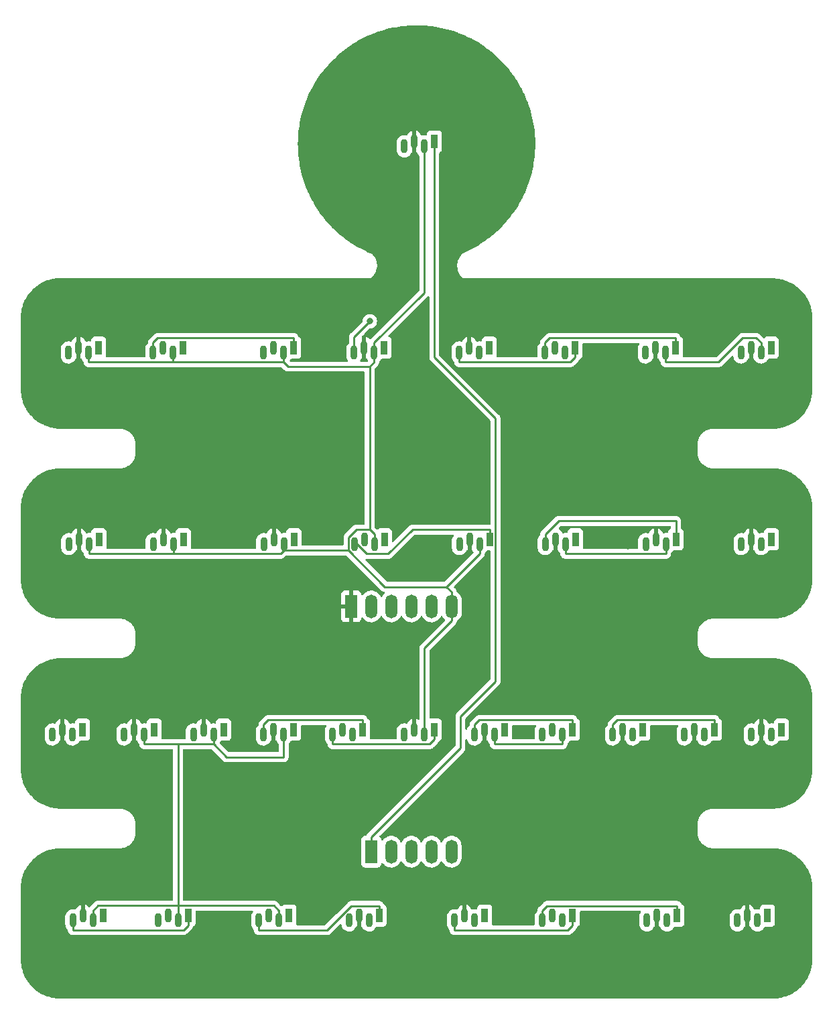
<source format=gbr>
%TF.GenerationSoftware,KiCad,Pcbnew,7.0.7*%
%TF.CreationDate,2024-10-22T18:38:37+02:00*%
%TF.ProjectId,FaceBerlinUhr,46616365-4265-4726-9c69-6e5568722e6b,rev?*%
%TF.SameCoordinates,Original*%
%TF.FileFunction,Copper,L1,Top*%
%TF.FilePolarity,Positive*%
%FSLAX46Y46*%
G04 Gerber Fmt 4.6, Leading zero omitted, Abs format (unit mm)*
G04 Created by KiCad (PCBNEW 7.0.7) date 2024-10-22 18:38:37*
%MOMM*%
%LPD*%
G01*
G04 APERTURE LIST*
%TA.AperFunction,ComponentPad*%
%ADD10R,0.900000X1.800000*%
%TD*%
%TA.AperFunction,ComponentPad*%
%ADD11O,0.900000X1.800000*%
%TD*%
%TA.AperFunction,ComponentPad*%
%ADD12R,1.524000X3.000000*%
%TD*%
%TA.AperFunction,ComponentPad*%
%ADD13O,1.524000X3.000000*%
%TD*%
%TA.AperFunction,ViaPad*%
%ADD14C,0.800000*%
%TD*%
%TA.AperFunction,Conductor*%
%ADD15C,0.250000*%
%TD*%
G04 APERTURE END LIST*
D10*
%TO.P,D10,1,DIn*%
%TO.N,Net-(D10-DIn)*%
X137033000Y-91850000D03*
D11*
%TO.P,D10,2,Vcc*%
%TO.N,+5V*%
X135763000Y-92450000D03*
%TO.P,D10,3,GND*%
%TO.N,GND*%
X134493000Y-91850000D03*
%TO.P,D10,4,DOut*%
%TO.N,Net-(D10-DOut)*%
X133223000Y-92450000D03*
%TD*%
D10*
%TO.P,D9,1,DIn*%
%TO.N,Net-(D8-DOut)*%
X221953700Y-67645000D03*
D11*
%TO.P,D9,2,Vcc*%
%TO.N,+5V*%
X220683700Y-68245000D03*
%TO.P,D9,3,GND*%
%TO.N,GND*%
X219413700Y-67645000D03*
%TO.P,D9,4,DOut*%
%TO.N,Net-(D10-DIn)*%
X218143700Y-68245000D03*
%TD*%
D10*
%TO.P,D13,1,DIn*%
%TO.N,Net-(D12-DOut)*%
X173101000Y-91850000D03*
D11*
%TO.P,D13,2,Vcc*%
%TO.N,+5V*%
X171831000Y-92450000D03*
%TO.P,D13,3,GND*%
%TO.N,GND*%
X170561000Y-91850000D03*
%TO.P,D13,4,DOut*%
%TO.N,Net-(D13-DOut)*%
X169291000Y-92450000D03*
%TD*%
D10*
%TO.P,D20,1,DIn*%
%TO.N,Net-(D19-DOut)*%
X152781000Y-115905000D03*
D11*
%TO.P,D20,2,Vcc*%
%TO.N,+5V*%
X151511000Y-116505000D03*
%TO.P,D20,3,GND*%
%TO.N,GND*%
X150241000Y-115905000D03*
%TO.P,D20,4,DOut*%
%TO.N,Net-(D20-DOut)*%
X148971000Y-116505000D03*
%TD*%
D10*
%TO.P,D12,1,DIn*%
%TO.N,Net-(D11-DOut)*%
X161671000Y-91850000D03*
D11*
%TO.P,D12,2,Vcc*%
%TO.N,+5V*%
X160401000Y-92450000D03*
%TO.P,D12,3,GND*%
%TO.N,GND*%
X159131000Y-91850000D03*
%TO.P,D12,4,DOut*%
%TO.N,Net-(D12-DOut)*%
X157861000Y-92450000D03*
%TD*%
D10*
%TO.P,D15,1,DIn*%
%TO.N,Net-(D14-DOut)*%
X197231000Y-91850000D03*
D11*
%TO.P,D15,2,Vcc*%
%TO.N,+5V*%
X195961000Y-92450000D03*
%TO.P,D15,3,GND*%
%TO.N,GND*%
X194691000Y-91850000D03*
%TO.P,D15,4,DOut*%
%TO.N,Net-(D15-DOut)*%
X193421000Y-92450000D03*
%TD*%
D10*
%TO.P,D6,1,DIn*%
%TO.N,Net-(D5-DOut)*%
X186351300Y-67645000D03*
D11*
%TO.P,D6,2,Vcc*%
%TO.N,+5V*%
X185081300Y-68245000D03*
%TO.P,D6,3,GND*%
%TO.N,GND*%
X183811300Y-67645000D03*
%TO.P,D6,4,DOut*%
%TO.N,Net-(D6-DOut)*%
X182541300Y-68245000D03*
%TD*%
D10*
%TO.P,D18,1,DIn*%
%TO.N,Net-(D17-DOut)*%
X134958700Y-115905000D03*
D11*
%TO.P,D18,2,Vcc*%
%TO.N,+5V*%
X133688700Y-116505000D03*
%TO.P,D18,3,GND*%
%TO.N,GND*%
X132418700Y-115905000D03*
%TO.P,D18,4,DOut*%
%TO.N,Net-(D18-DOut)*%
X131148700Y-116505000D03*
%TD*%
D10*
%TO.P,D19,1,DIn*%
%TO.N,Net-(D18-DOut)*%
X144018000Y-115905000D03*
D11*
%TO.P,D19,2,Vcc*%
%TO.N,+5V*%
X142748000Y-116505000D03*
%TO.P,D19,3,GND*%
%TO.N,GND*%
X141478000Y-115905000D03*
%TO.P,D19,4,DOut*%
%TO.N,Net-(D19-DOut)*%
X140208000Y-116505000D03*
%TD*%
D10*
%TO.P,D31,1,DIn*%
%TO.N,Net-(D30-DOut)*%
X161036000Y-139400000D03*
D11*
%TO.P,D31,2,Vcc*%
%TO.N,+5V*%
X159766000Y-140000000D03*
%TO.P,D31,3,GND*%
%TO.N,GND*%
X158496000Y-139400000D03*
%TO.P,D31,4,DOut*%
%TO.N,Net-(D31-DOut)*%
X157226000Y-140000000D03*
%TD*%
D10*
%TO.P,D32,1,DIn*%
%TO.N,Net-(D31-DOut)*%
X172423700Y-139400000D03*
D11*
%TO.P,D32,2,Vcc*%
%TO.N,+5V*%
X171153700Y-140000000D03*
%TO.P,D32,3,GND*%
%TO.N,GND*%
X169883700Y-139400000D03*
%TO.P,D32,4,DOut*%
%TO.N,Net-(D32-DOut)*%
X168613700Y-140000000D03*
%TD*%
D10*
%TO.P,D35,1,DIn*%
%TO.N,Net-(D34-DOut)*%
X210058000Y-139400000D03*
D11*
%TO.P,D35,2,Vcc*%
%TO.N,+5V*%
X208788000Y-140000000D03*
%TO.P,D35,3,GND*%
%TO.N,GND*%
X207518000Y-139400000D03*
%TO.P,D35,4,DOut*%
%TO.N,Net-(D35-DOut)*%
X206248000Y-140000000D03*
%TD*%
D10*
%TO.P,D23,1,DIn*%
%TO.N,Net-(D22-DOut)*%
X179408700Y-115905000D03*
D11*
%TO.P,D23,2,Vcc*%
%TO.N,+5V*%
X178138700Y-116505000D03*
%TO.P,D23,3,GND*%
%TO.N,GND*%
X176868700Y-115905000D03*
%TO.P,D23,4,DOut*%
%TO.N,Net-(D23-DOut)*%
X175598700Y-116505000D03*
%TD*%
D10*
%TO.P,D25,1,DIn*%
%TO.N,Net-(D24-DOut)*%
X196850000Y-115905000D03*
D11*
%TO.P,D25,2,Vcc*%
%TO.N,+5V*%
X195580000Y-116505000D03*
%TO.P,D25,3,GND*%
%TO.N,GND*%
X194310000Y-115905000D03*
%TO.P,D25,4,DOut*%
%TO.N,Net-(D25-DOut)*%
X193040000Y-116505000D03*
%TD*%
D10*
%TO.P,D24,1,DIn*%
%TO.N,Net-(D23-DOut)*%
X188298700Y-115905000D03*
D11*
%TO.P,D24,2,Vcc*%
%TO.N,+5V*%
X187028700Y-116505000D03*
%TO.P,D24,3,GND*%
%TO.N,GND*%
X185758700Y-115905000D03*
%TO.P,D24,4,DOut*%
%TO.N,Net-(D24-DOut)*%
X184488700Y-116505000D03*
%TD*%
D10*
%TO.P,D36,1,DIn*%
%TO.N,Net-(D35-DOut)*%
X221488000Y-139400000D03*
D11*
%TO.P,D36,2,Vcc*%
%TO.N,+5V*%
X220218000Y-140000000D03*
%TO.P,D36,3,GND*%
%TO.N,GND*%
X218948000Y-139400000D03*
%TO.P,D36,4,DOut*%
%TO.N,unconnected-(D36-DOut-Pad4)*%
X217678000Y-140000000D03*
%TD*%
D10*
%TO.P,D27,1,DIn*%
%TO.N,Net-(D26-DOut)*%
X214799300Y-115905000D03*
D11*
%TO.P,D27,2,Vcc*%
%TO.N,+5V*%
X213529300Y-116505000D03*
%TO.P,D27,3,GND*%
%TO.N,GND*%
X212259300Y-115905000D03*
%TO.P,D27,4,DOut*%
%TO.N,Net-(D27-DOut)*%
X210989300Y-116505000D03*
%TD*%
D10*
%TO.P,D21,1,DIn*%
%TO.N,Net-(D20-DOut)*%
X161628700Y-115905000D03*
D11*
%TO.P,D21,2,Vcc*%
%TO.N,+5V*%
X160358700Y-116505000D03*
%TO.P,D21,3,GND*%
%TO.N,GND*%
X159088700Y-115905000D03*
%TO.P,D21,4,DOut*%
%TO.N,Net-(D21-DOut)*%
X157818700Y-116505000D03*
%TD*%
D10*
%TO.P,D14,1,DIn*%
%TO.N,Net-(D13-DOut)*%
X186393700Y-91850000D03*
D11*
%TO.P,D14,2,Vcc*%
%TO.N,+5V*%
X185123700Y-92450000D03*
%TO.P,D14,3,GND*%
%TO.N,GND*%
X183853700Y-91850000D03*
%TO.P,D14,4,DOut*%
%TO.N,Net-(D14-DOut)*%
X182583700Y-92450000D03*
%TD*%
D10*
%TO.P,D3,1,DIn*%
%TO.N,Net-(D2-DOut)*%
X147658700Y-67645000D03*
D11*
%TO.P,D3,2,Vcc*%
%TO.N,+5V*%
X146388700Y-68245000D03*
%TO.P,D3,3,GND*%
%TO.N,GND*%
X145118700Y-67645000D03*
%TO.P,D3,4,DOut*%
%TO.N,Net-(D3-DOut)*%
X143848700Y-68245000D03*
%TD*%
D10*
%TO.P,D16,1,DIn*%
%TO.N,Net-(D15-DOut)*%
X209931000Y-91850000D03*
D11*
%TO.P,D16,2,Vcc*%
%TO.N,+5V*%
X208661000Y-92450000D03*
%TO.P,D16,3,GND*%
%TO.N,GND*%
X207391000Y-91850000D03*
%TO.P,D16,4,DOut*%
%TO.N,Net-(D16-DOut)*%
X206121000Y-92450000D03*
%TD*%
D10*
%TO.P,D28,1,DIn*%
%TO.N,Net-(D27-DOut)*%
X223266000Y-115905000D03*
D11*
%TO.P,D28,2,Vcc*%
%TO.N,+5V*%
X221996000Y-116505000D03*
%TO.P,D28,3,GND*%
%TO.N,GND*%
X220726000Y-115905000D03*
%TO.P,D28,4,DOut*%
%TO.N,Net-(D28-DOut)*%
X219456000Y-116505000D03*
%TD*%
D10*
%TO.P,D34,1,DIn*%
%TO.N,Net-(D33-DOut)*%
X196850000Y-139400000D03*
D11*
%TO.P,D34,2,Vcc*%
%TO.N,+5V*%
X195580000Y-140000000D03*
%TO.P,D34,3,GND*%
%TO.N,GND*%
X194310000Y-139400000D03*
%TO.P,D34,4,DOut*%
%TO.N,Net-(D34-DOut)*%
X193040000Y-140000000D03*
%TD*%
D10*
%TO.P,D7,1,DIn*%
%TO.N,Net-(D6-DOut)*%
X197188700Y-67645000D03*
D11*
%TO.P,D7,2,Vcc*%
%TO.N,+5V*%
X195918700Y-68245000D03*
%TO.P,D7,3,GND*%
%TO.N,GND*%
X194648700Y-67645000D03*
%TO.P,D7,4,DOut*%
%TO.N,Net-(D7-DOut)*%
X193378700Y-68245000D03*
%TD*%
D10*
%TO.P,D33,1,DIn*%
%TO.N,Net-(D32-DOut)*%
X185758700Y-139400000D03*
D11*
%TO.P,D33,2,Vcc*%
%TO.N,+5V*%
X184488700Y-140000000D03*
%TO.P,D33,3,GND*%
%TO.N,GND*%
X183218700Y-139400000D03*
%TO.P,D33,4,DOut*%
%TO.N,Net-(D33-DOut)*%
X181948700Y-140000000D03*
%TD*%
D10*
%TO.P,D4,1,DIn*%
%TO.N,Net-(D3-DOut)*%
X161628700Y-67645000D03*
D11*
%TO.P,D4,2,Vcc*%
%TO.N,+5V*%
X160358700Y-68245000D03*
%TO.P,D4,3,GND*%
%TO.N,GND*%
X159088700Y-67645000D03*
%TO.P,D4,4,DOut*%
%TO.N,Net-(D4-DOut)*%
X157818700Y-68245000D03*
%TD*%
D10*
%TO.P,D17,1,DIn*%
%TO.N,Net-(D16-DOut)*%
X221996000Y-91850000D03*
D11*
%TO.P,D17,2,Vcc*%
%TO.N,+5V*%
X220726000Y-92450000D03*
%TO.P,D17,3,GND*%
%TO.N,GND*%
X219456000Y-91850000D03*
%TO.P,D17,4,DOut*%
%TO.N,Net-(D17-DOut)*%
X218186000Y-92450000D03*
%TD*%
D10*
%TO.P,D26,1,DIn*%
%TO.N,Net-(D25-DOut)*%
X205740000Y-115905000D03*
D11*
%TO.P,D26,2,Vcc*%
%TO.N,+5V*%
X204470000Y-116505000D03*
%TO.P,D26,3,GND*%
%TO.N,GND*%
X203200000Y-115905000D03*
%TO.P,D26,4,DOut*%
%TO.N,Net-(D26-DOut)*%
X201930000Y-116505000D03*
%TD*%
D10*
%TO.P,D1,1,DIn*%
%TO.N,/LEDD*%
X179401000Y-41610000D03*
D11*
%TO.P,D1,2,Vcc*%
%TO.N,+5V*%
X178131000Y-42210000D03*
%TO.P,D1,3,GND*%
%TO.N,GND*%
X176861000Y-41610000D03*
%TO.P,D1,4,DOut*%
%TO.N,Net-(D1-DOut)*%
X175591000Y-42210000D03*
%TD*%
D10*
%TO.P,D11,1,DIn*%
%TO.N,Net-(D10-DOut)*%
X147701000Y-91850000D03*
D11*
%TO.P,D11,2,Vcc*%
%TO.N,+5V*%
X146431000Y-92450000D03*
%TO.P,D11,3,GND*%
%TO.N,GND*%
X145161000Y-91850000D03*
%TO.P,D11,4,DOut*%
%TO.N,Net-(D11-DOut)*%
X143891000Y-92450000D03*
%TD*%
D10*
%TO.P,D2,1,DIn*%
%TO.N,Net-(D1-DOut)*%
X136990700Y-67645000D03*
D11*
%TO.P,D2,2,Vcc*%
%TO.N,+5V*%
X135720700Y-68245000D03*
%TO.P,D2,3,GND*%
%TO.N,GND*%
X134450700Y-67645000D03*
%TO.P,D2,4,DOut*%
%TO.N,Net-(D2-DOut)*%
X133180700Y-68245000D03*
%TD*%
D10*
%TO.P,D29,1,DIn*%
%TO.N,Net-(D28-DOut)*%
X137541000Y-139400000D03*
D11*
%TO.P,D29,2,Vcc*%
%TO.N,+5V*%
X136271000Y-140000000D03*
%TO.P,D29,3,GND*%
%TO.N,GND*%
X135001000Y-139400000D03*
%TO.P,D29,4,DOut*%
%TO.N,Net-(D29-DOut)*%
X133731000Y-140000000D03*
%TD*%
D10*
%TO.P,D8,1,DIn*%
%TO.N,Net-(D7-DOut)*%
X209888700Y-67645000D03*
D11*
%TO.P,D8,2,Vcc*%
%TO.N,+5V*%
X208618700Y-68245000D03*
%TO.P,D8,3,GND*%
%TO.N,GND*%
X207348700Y-67645000D03*
%TO.P,D8,4,DOut*%
%TO.N,Net-(D8-DOut)*%
X206078700Y-68245000D03*
%TD*%
D10*
%TO.P,D22,1,DIn*%
%TO.N,Net-(D21-DOut)*%
X170349300Y-115905000D03*
D11*
%TO.P,D22,2,Vcc*%
%TO.N,+5V*%
X169079300Y-116505000D03*
%TO.P,D22,3,GND*%
%TO.N,GND*%
X167809300Y-115905000D03*
%TO.P,D22,4,DOut*%
%TO.N,Net-(D22-DOut)*%
X166539300Y-116505000D03*
%TD*%
D10*
%TO.P,D5,1,DIn*%
%TO.N,Net-(D4-DOut)*%
X173058700Y-67645000D03*
D11*
%TO.P,D5,2,Vcc*%
%TO.N,+5V*%
X171788700Y-68245000D03*
%TO.P,D5,3,GND*%
%TO.N,GND*%
X170518700Y-67645000D03*
%TO.P,D5,4,DOut*%
%TO.N,Net-(D5-DOut)*%
X169248700Y-68245000D03*
%TD*%
D10*
%TO.P,D30,1,DIn*%
%TO.N,Net-(D29-DOut)*%
X148293700Y-139400000D03*
D11*
%TO.P,D30,2,Vcc*%
%TO.N,+5V*%
X147023700Y-140000000D03*
%TO.P,D30,3,GND*%
%TO.N,GND*%
X145753700Y-139400000D03*
%TO.P,D30,4,DOut*%
%TO.N,Net-(D30-DOut)*%
X144483700Y-140000000D03*
%TD*%
D12*
%TO.P,U1,1,GND*%
%TO.N,GND*%
X168910000Y-100330000D03*
D13*
%TO.P,U1,2,NC*%
%TO.N,unconnected-(U1-NC-Pad2)*%
X171450000Y-100330000D03*
%TO.P,U1,3,BTNC*%
%TO.N,Net-(U1-BTNC)*%
X173990000Y-100330000D03*
%TO.P,U1,4,BTNB*%
%TO.N,Net-(U1-BTNB)*%
X176530000Y-100330000D03*
%TO.P,U1,5,BTNA*%
%TO.N,Net-(U1-BTNA)*%
X179070000Y-100330000D03*
%TO.P,U1,6,+5*%
%TO.N,+5V*%
X181610000Y-100330000D03*
D12*
%TO.P,U1,7,WS2812D*%
%TO.N,/LEDD*%
X171418000Y-131318000D03*
D13*
%TO.P,U1,8,TM1637CLK*%
%TO.N,unconnected-(U1-TM1637CLK-Pad8)*%
X173958000Y-131318000D03*
%TO.P,U1,9,TM1637DIO*%
%TO.N,unconnected-(U1-TM1637DIO-Pad9)*%
X176498000Y-131318000D03*
%TO.P,U1,10,TIMEC*%
%TO.N,unconnected-(U1-TIMEC-Pad10)*%
X179038000Y-131318000D03*
%TO.P,U1,11,TIMED*%
%TO.N,unconnected-(U1-TIMED-Pad11)*%
X181578000Y-131318000D03*
%TD*%
D14*
%TO.N,GND*%
X173990000Y-73025000D03*
X213995000Y-139065000D03*
X203835000Y-92710000D03*
X177165000Y-139700000D03*
X213995000Y-92075000D03*
X189865000Y-116205000D03*
X201295000Y-99060000D03*
X137160000Y-115570000D03*
%TO.N,Net-(D5-DOut)*%
X171263000Y-64309400D03*
%TD*%
D15*
%TO.N,+5V*%
X146431000Y-92150000D02*
X146431000Y-93676900D01*
X168564100Y-91614200D02*
X169555200Y-90623100D01*
X168564100Y-93263500D02*
X168564100Y-91614200D01*
X160358700Y-69471900D02*
X146388700Y-69471900D01*
X195580000Y-116205000D02*
X195580000Y-117731900D01*
X178138700Y-105628200D02*
X178138700Y-116205000D01*
X171831000Y-92150000D02*
X171831000Y-91223100D01*
X208661000Y-92150000D02*
X208661000Y-93676900D01*
X136271000Y-139700000D02*
X136271000Y-138773100D01*
X142748000Y-117731900D02*
X147023700Y-117731900D01*
X195961000Y-92150000D02*
X195961000Y-93676900D01*
X146388700Y-67945000D02*
X146388700Y-69470400D01*
X171231000Y-70029600D02*
X171788700Y-69471900D01*
X147023700Y-138136100D02*
X147023700Y-139700000D01*
X171788700Y-67945000D02*
X171788700Y-67018100D01*
X178131000Y-60675800D02*
X178131000Y-41910000D01*
X171788700Y-67945000D02*
X171788700Y-69471900D01*
X181610000Y-100621400D02*
X181610000Y-100330000D01*
X171231000Y-90623100D02*
X171831000Y-91223100D01*
X195961000Y-93676900D02*
X208661000Y-93676900D01*
X215301500Y-69471900D02*
X218383400Y-66390000D01*
X160401000Y-92150000D02*
X160401000Y-93263500D01*
X135763000Y-92150000D02*
X135763000Y-93676900D01*
X195580000Y-117731900D02*
X187028700Y-117731900D01*
X147023700Y-138136100D02*
X136908000Y-138136100D01*
X169555200Y-90623100D02*
X171231000Y-90623100D01*
X159987600Y-93676900D02*
X146431000Y-93676900D01*
X180953800Y-97846800D02*
X180953700Y-97846900D01*
X181610000Y-100330000D02*
X181610000Y-98503100D01*
X136908000Y-138136100D02*
X136271000Y-138773100D01*
X181610000Y-100621400D02*
X181610000Y-102156900D01*
X208618700Y-69471900D02*
X215301500Y-69471900D01*
X220683700Y-67945000D02*
X220683700Y-67018100D01*
X180953700Y-97846900D02*
X173147500Y-97846900D01*
X187028700Y-116205000D02*
X187028700Y-117731900D01*
X160358700Y-67945000D02*
X160358700Y-69471900D01*
X173147500Y-97846900D02*
X168564100Y-93263500D01*
X159129000Y-138136100D02*
X159766000Y-138773100D01*
X147023700Y-117731900D02*
X147023700Y-138136100D01*
X147023700Y-117731900D02*
X151511000Y-117731900D01*
X208618700Y-67945000D02*
X208618700Y-69471900D01*
X146387200Y-69471900D02*
X146388700Y-69470400D01*
X171231000Y-70029600D02*
X160916400Y-70029600D01*
X151511000Y-117731900D02*
X153159100Y-119380000D01*
X181610000Y-98503100D02*
X180953800Y-97846800D01*
X153159100Y-119380000D02*
X160358700Y-119380000D01*
X146388700Y-69470400D02*
X146388700Y-69471900D01*
X135720700Y-69471900D02*
X146387200Y-69471900D01*
X185123700Y-93676900D02*
X180953800Y-97846800D01*
X146431000Y-93676900D02*
X135763000Y-93676900D01*
X159766000Y-139700000D02*
X159766000Y-138773100D01*
X181610000Y-102156900D02*
X178138700Y-105628200D01*
X142748000Y-116205000D02*
X142748000Y-117731900D01*
X160401000Y-93263500D02*
X159987600Y-93676900D01*
X220055600Y-66390000D02*
X220683700Y-67018100D01*
X218383400Y-66390000D02*
X220055600Y-66390000D01*
X135720700Y-67945000D02*
X135720700Y-69471900D01*
X171788700Y-67018100D02*
X178131000Y-60675800D01*
X160401000Y-93263500D02*
X168564100Y-93263500D01*
X171231000Y-90623100D02*
X171231000Y-70029600D01*
X160916400Y-70029600D02*
X160358700Y-69471900D01*
X151511000Y-116205000D02*
X151511000Y-117731900D01*
X160358700Y-119380000D02*
X160358700Y-116205000D01*
X147023700Y-138136100D02*
X159129000Y-138136100D01*
X185123700Y-92150000D02*
X185123700Y-93676900D01*
%TO.N,/LEDD*%
X171418000Y-129491100D02*
X182697400Y-118211700D01*
X182697400Y-114227700D02*
X187129000Y-109796100D01*
X182697400Y-118211700D02*
X182697400Y-114227700D01*
X187129000Y-109796100D02*
X187129000Y-76590000D01*
X179401000Y-68862000D02*
X179401000Y-41910000D01*
X171418000Y-131318000D02*
X171418000Y-129491100D01*
X187129000Y-76590000D02*
X179401000Y-68862000D01*
%TO.N,Net-(D3-DOut)*%
X161628700Y-66418100D02*
X144448700Y-66418100D01*
X144448700Y-66418100D02*
X143848700Y-67018100D01*
X161628700Y-67945000D02*
X161628700Y-66418100D01*
X143848700Y-67945000D02*
X143848700Y-67018100D01*
%TO.N,Net-(D5-DOut)*%
X169248700Y-67945000D02*
X169248700Y-66323700D01*
X169248700Y-66323700D02*
X171263000Y-64309400D01*
%TO.N,Net-(D13-DOut)*%
X176668600Y-90623100D02*
X173597800Y-93693900D01*
X173597800Y-93693900D02*
X170834900Y-93693900D01*
X186393700Y-92150000D02*
X186393700Y-90623100D01*
X186393700Y-90623100D02*
X176668600Y-90623100D01*
X170834900Y-93693900D02*
X169291000Y-92150000D01*
%TO.N,Net-(D15-DOut)*%
X209931000Y-92150000D02*
X209931000Y-89535000D01*
X195109100Y-89535000D02*
X193421000Y-91223100D01*
X193421000Y-91223100D02*
X193421000Y-92150000D01*
X209931000Y-89535000D02*
X195109100Y-89535000D01*
%TO.N,Net-(D21-DOut)*%
X170349300Y-116205000D02*
X170349300Y-114678100D01*
X170349300Y-114678100D02*
X158418700Y-114678100D01*
X158418700Y-114678100D02*
X157818700Y-115278100D01*
X157818700Y-116205000D02*
X157818700Y-115278100D01*
%TO.N,Net-(D22-DOut)*%
X166539300Y-116205000D02*
X166539300Y-117731900D01*
X179408700Y-116205000D02*
X179408700Y-117131900D01*
X166539300Y-117731900D02*
X178808700Y-117731900D01*
X178808700Y-117731900D02*
X179408700Y-117131900D01*
%TO.N,Net-(D6-DOut)*%
X196588700Y-69471900D02*
X182541300Y-69471900D01*
X197188700Y-67945000D02*
X197188700Y-68871900D01*
X197188700Y-68871900D02*
X196588700Y-69471900D01*
X182541300Y-67945000D02*
X182541300Y-69471900D01*
%TO.N,Net-(D7-DOut)*%
X209888700Y-66418100D02*
X193978700Y-66418100D01*
X193378700Y-67945000D02*
X193378700Y-67018100D01*
X209888700Y-67945000D02*
X209888700Y-66418100D01*
X193978700Y-66418100D02*
X193378700Y-67018100D01*
%TO.N,Net-(D24-DOut)*%
X185088700Y-114678100D02*
X184488700Y-115278100D01*
X196850000Y-114678100D02*
X185088700Y-114678100D01*
X196850000Y-116205000D02*
X196850000Y-114678100D01*
X184488700Y-116205000D02*
X184488700Y-115278100D01*
%TO.N,Net-(D29-DOut)*%
X133731000Y-139700000D02*
X133731000Y-141226900D01*
X147693700Y-141226900D02*
X133731000Y-141226900D01*
X148293700Y-139700000D02*
X148293700Y-140626900D01*
X148293700Y-140626900D02*
X147693700Y-141226900D01*
%TO.N,Net-(D31-DOut)*%
X172423700Y-139700000D02*
X172423700Y-138173100D01*
X157226000Y-139700000D02*
X157226000Y-141226900D01*
X168912600Y-138173100D02*
X165858800Y-141226900D01*
X172423700Y-138173100D02*
X168912600Y-138173100D01*
X165858800Y-141226900D02*
X157226000Y-141226900D01*
%TO.N,Net-(D33-DOut)*%
X196250000Y-141226900D02*
X196850000Y-140626900D01*
X181948700Y-139700000D02*
X181948700Y-141226900D01*
X181948700Y-141226900D02*
X196250000Y-141226900D01*
X196850000Y-139700000D02*
X196850000Y-140626900D01*
%TO.N,Net-(D34-DOut)*%
X193040000Y-138773100D02*
X193640000Y-138173100D01*
X193040000Y-139700000D02*
X193040000Y-138773100D01*
X210058000Y-139700000D02*
X210058000Y-138173100D01*
X193640000Y-138173100D02*
X210058000Y-138173100D01*
%TO.N,Net-(D26-DOut)*%
X201930000Y-116205000D02*
X201930000Y-115278100D01*
X202530000Y-114678100D02*
X214799300Y-114678100D01*
X214799300Y-116205000D02*
X214799300Y-114678100D01*
X201930000Y-115278100D02*
X202530000Y-114678100D01*
%TD*%
%TA.AperFunction,Conductor*%
%TO.N,GND*%
G36*
X192234575Y-115323285D02*
G01*
X192280330Y-115376089D01*
X192290274Y-115445247D01*
X192269311Y-115498437D01*
X192204646Y-115591342D01*
X192128413Y-115768987D01*
X192089500Y-115958343D01*
X192089500Y-116982400D01*
X192069815Y-117049439D01*
X192017011Y-117095194D01*
X191965500Y-117106400D01*
X189349058Y-117106400D01*
X189282019Y-117086715D01*
X189236264Y-117033911D01*
X189226320Y-116964753D01*
X189232876Y-116939067D01*
X189242791Y-116912482D01*
X189249200Y-116852873D01*
X189249199Y-115427599D01*
X189268884Y-115360561D01*
X189321687Y-115314806D01*
X189373199Y-115303600D01*
X192167536Y-115303600D01*
X192234575Y-115323285D01*
G37*
%TD.AperFunction*%
%TA.AperFunction,Conductor*%
G36*
X181778275Y-91268285D02*
G01*
X181824030Y-91321089D01*
X181833974Y-91390247D01*
X181813011Y-91443437D01*
X181748346Y-91536342D01*
X181672113Y-91713987D01*
X181633200Y-91903343D01*
X181633200Y-92948207D01*
X181647854Y-93092322D01*
X181705722Y-93276759D01*
X181705729Y-93276774D01*
X181799539Y-93445788D01*
X181799542Y-93445793D01*
X181925458Y-93592466D01*
X181925459Y-93592468D01*
X182078324Y-93710794D01*
X182078327Y-93710796D01*
X182251884Y-93795930D01*
X182251888Y-93795931D01*
X182251886Y-93795931D01*
X182439017Y-93844383D01*
X182439020Y-93844383D01*
X182439026Y-93844385D01*
X182632090Y-93854176D01*
X182823174Y-93824903D01*
X183004453Y-93757764D01*
X183168507Y-93655509D01*
X183308619Y-93522323D01*
X183419053Y-93363658D01*
X183452336Y-93286098D01*
X183496862Y-93232255D01*
X183563431Y-93211031D01*
X183597366Y-93214956D01*
X183603700Y-93216595D01*
X183603700Y-92607898D01*
X183623385Y-92540859D01*
X183676189Y-92495104D01*
X183745347Y-92485160D01*
X183767959Y-92490615D01*
X183795295Y-92500000D01*
X183882704Y-92500000D01*
X183882705Y-92500000D01*
X183959290Y-92487220D01*
X184028655Y-92495602D01*
X184082477Y-92540155D01*
X184103668Y-92606733D01*
X184103700Y-92609529D01*
X184103700Y-93220470D01*
X184106822Y-93222643D01*
X184165467Y-93218585D01*
X184226713Y-93252211D01*
X184247249Y-93279512D01*
X184339541Y-93445791D01*
X184339543Y-93445793D01*
X184340810Y-93448076D01*
X184356133Y-93516245D01*
X184332169Y-93581877D01*
X184320072Y-93595935D01*
X180730928Y-97185081D01*
X180669605Y-97218566D01*
X180643247Y-97221400D01*
X173457953Y-97221400D01*
X173390914Y-97201715D01*
X173370272Y-97185081D01*
X170720785Y-94535594D01*
X170687300Y-94474271D01*
X170692284Y-94404579D01*
X170734156Y-94348646D01*
X170799620Y-94324229D01*
X170812361Y-94323974D01*
X170815088Y-94324058D01*
X170815096Y-94324060D01*
X170861483Y-94319675D01*
X170867322Y-94319400D01*
X173515057Y-94319400D01*
X173530677Y-94321124D01*
X173530704Y-94320839D01*
X173538460Y-94321571D01*
X173538467Y-94321573D01*
X173607614Y-94319400D01*
X173637150Y-94319400D01*
X173644028Y-94318530D01*
X173649841Y-94318072D01*
X173696427Y-94316609D01*
X173715669Y-94311017D01*
X173734712Y-94307074D01*
X173754592Y-94304564D01*
X173797922Y-94287407D01*
X173803446Y-94285517D01*
X173807196Y-94284427D01*
X173848190Y-94272518D01*
X173865429Y-94262322D01*
X173882903Y-94253762D01*
X173901527Y-94246388D01*
X173901527Y-94246387D01*
X173901532Y-94246386D01*
X173939249Y-94218982D01*
X173944105Y-94215792D01*
X173984220Y-94192070D01*
X173998389Y-94177899D01*
X174013179Y-94165268D01*
X174029387Y-94153494D01*
X174059099Y-94117576D01*
X174063012Y-94113276D01*
X176891371Y-91284919D01*
X176952695Y-91251434D01*
X176979053Y-91248600D01*
X181711236Y-91248600D01*
X181778275Y-91268285D01*
G37*
%TD.AperFunction*%
%TA.AperFunction,Conductor*%
G36*
X178691162Y-61098921D02*
G01*
X178748383Y-61139015D01*
X178774845Y-61203680D01*
X178775500Y-61216407D01*
X178775500Y-68779255D01*
X178773775Y-68794872D01*
X178774061Y-68794899D01*
X178773326Y-68802665D01*
X178775500Y-68871814D01*
X178775500Y-68901343D01*
X178775501Y-68901360D01*
X178776368Y-68908231D01*
X178776826Y-68914050D01*
X178778290Y-68960624D01*
X178778291Y-68960627D01*
X178783880Y-68979867D01*
X178787824Y-68998911D01*
X178790336Y-69018792D01*
X178800910Y-69045499D01*
X178807490Y-69062119D01*
X178809382Y-69067647D01*
X178822381Y-69112388D01*
X178832580Y-69129634D01*
X178841138Y-69147103D01*
X178848514Y-69165732D01*
X178875898Y-69203423D01*
X178879106Y-69208307D01*
X178902827Y-69248416D01*
X178902833Y-69248424D01*
X178916990Y-69262580D01*
X178929627Y-69277375D01*
X178941406Y-69293587D01*
X178970099Y-69317324D01*
X178977309Y-69323288D01*
X178981620Y-69327210D01*
X182743714Y-73089304D01*
X186467181Y-76812771D01*
X186500666Y-76874094D01*
X186503500Y-76900452D01*
X186503500Y-89873012D01*
X186483815Y-89940051D01*
X186431011Y-89985806D01*
X186387287Y-89996767D01*
X186386732Y-89996801D01*
X186375974Y-89997478D01*
X186372103Y-89997600D01*
X176751343Y-89997600D01*
X176735722Y-89995875D01*
X176735696Y-89996161D01*
X176727934Y-89995427D01*
X176727933Y-89995427D01*
X176658786Y-89997600D01*
X176629249Y-89997600D01*
X176622366Y-89998469D01*
X176616549Y-89998926D01*
X176569973Y-90000390D01*
X176550729Y-90005981D01*
X176531679Y-90009925D01*
X176511811Y-90012434D01*
X176468484Y-90029588D01*
X176462958Y-90031479D01*
X176418214Y-90044479D01*
X176418210Y-90044481D01*
X176400966Y-90054679D01*
X176383505Y-90063233D01*
X176364874Y-90070610D01*
X176364862Y-90070617D01*
X176327170Y-90098002D01*
X176322287Y-90101209D01*
X176282180Y-90124929D01*
X176268014Y-90139095D01*
X176253224Y-90151727D01*
X176237014Y-90163504D01*
X176237011Y-90163507D01*
X176207310Y-90199409D01*
X176203377Y-90203731D01*
X174263180Y-92143928D01*
X174201857Y-92177413D01*
X174132165Y-92172429D01*
X174076232Y-92130557D01*
X174051815Y-92065093D01*
X174051499Y-92056247D01*
X174051499Y-90902129D01*
X174051498Y-90902123D01*
X174051497Y-90902116D01*
X174045091Y-90842517D01*
X174034498Y-90814117D01*
X173994797Y-90707671D01*
X173994793Y-90707664D01*
X173908547Y-90592455D01*
X173908544Y-90592452D01*
X173793335Y-90506206D01*
X173793328Y-90506202D01*
X173658482Y-90455908D01*
X173658483Y-90455908D01*
X173598883Y-90449501D01*
X173598881Y-90449500D01*
X173598873Y-90449500D01*
X173598864Y-90449500D01*
X172603129Y-90449500D01*
X172603123Y-90449501D01*
X172543516Y-90455908D01*
X172408671Y-90506202D01*
X172408664Y-90506206D01*
X172293455Y-90592452D01*
X172293454Y-90592453D01*
X172289942Y-90597145D01*
X172234005Y-90639012D01*
X172164313Y-90643991D01*
X172102999Y-90610508D01*
X172026707Y-90534216D01*
X171892819Y-90400327D01*
X171859334Y-90339004D01*
X171856500Y-90312646D01*
X171856500Y-70340051D01*
X171876185Y-70273012D01*
X171892814Y-70252375D01*
X172172488Y-69972701D01*
X172184742Y-69962886D01*
X172184559Y-69962664D01*
X172190566Y-69957692D01*
X172190577Y-69957686D01*
X172221475Y-69924782D01*
X172237927Y-69907264D01*
X172248371Y-69896818D01*
X172258820Y-69886371D01*
X172263079Y-69880878D01*
X172266852Y-69876461D01*
X172298762Y-69842482D01*
X172308415Y-69824920D01*
X172319089Y-69808670D01*
X172331373Y-69792836D01*
X172349880Y-69750067D01*
X172352449Y-69744824D01*
X172374896Y-69703993D01*
X172374897Y-69703992D01*
X172379877Y-69684591D01*
X172386178Y-69666188D01*
X172394138Y-69647796D01*
X172401430Y-69601749D01*
X172402611Y-69596052D01*
X172403926Y-69590931D01*
X172414200Y-69550919D01*
X172414200Y-69530882D01*
X172415727Y-69511482D01*
X172418860Y-69491703D01*
X172418860Y-69491700D01*
X172417221Y-69474364D01*
X172430507Y-69405769D01*
X172455239Y-69372817D01*
X172513617Y-69317325D01*
X172513617Y-69317324D01*
X172513619Y-69317323D01*
X172624053Y-69158658D01*
X172640384Y-69120600D01*
X172684911Y-69066756D01*
X172751479Y-69045532D01*
X172754336Y-69045499D01*
X173556571Y-69045499D01*
X173556572Y-69045499D01*
X173616183Y-69039091D01*
X173751031Y-68988796D01*
X173866246Y-68902546D01*
X173952496Y-68787331D01*
X174002791Y-68652483D01*
X174009200Y-68592873D01*
X174009199Y-66697128D01*
X174002791Y-66637517D01*
X173992198Y-66609117D01*
X173952497Y-66502671D01*
X173952493Y-66502664D01*
X173866247Y-66387455D01*
X173866244Y-66387452D01*
X173751035Y-66301206D01*
X173751030Y-66301203D01*
X173668993Y-66270605D01*
X173613060Y-66228733D01*
X173588643Y-66163269D01*
X173603495Y-66094996D01*
X173624643Y-66066745D01*
X178514786Y-61176602D01*
X178527048Y-61166780D01*
X178526865Y-61166559D01*
X178532870Y-61161589D01*
X178532877Y-61161586D01*
X178561106Y-61131524D01*
X178621348Y-61096129D01*
X178691162Y-61098921D01*
G37*
%TD.AperFunction*%
%TA.AperFunction,Conductor*%
G36*
X170432959Y-68285615D02*
G01*
X170460295Y-68295000D01*
X170547704Y-68295000D01*
X170547705Y-68295000D01*
X170624290Y-68282220D01*
X170693655Y-68290602D01*
X170747477Y-68335155D01*
X170768668Y-68401733D01*
X170768700Y-68404529D01*
X170768700Y-69015470D01*
X170771822Y-69017643D01*
X170830467Y-69013585D01*
X170891713Y-69047211D01*
X170912249Y-69074513D01*
X170992958Y-69219923D01*
X171008281Y-69288091D01*
X170984317Y-69353723D01*
X170928674Y-69395980D01*
X170884539Y-69404100D01*
X170150606Y-69404100D01*
X170083567Y-69384415D01*
X170037812Y-69331611D01*
X170027868Y-69262453D01*
X170048831Y-69209263D01*
X170084054Y-69158656D01*
X170107513Y-69103990D01*
X170117336Y-69081098D01*
X170161862Y-69027255D01*
X170228431Y-69006031D01*
X170262366Y-69009956D01*
X170268700Y-69011595D01*
X170268700Y-68402898D01*
X170288385Y-68335859D01*
X170341189Y-68290104D01*
X170410347Y-68280160D01*
X170432959Y-68285615D01*
G37*
%TD.AperFunction*%
%TA.AperFunction,Conductor*%
G36*
X209248539Y-90180185D02*
G01*
X209294294Y-90232989D01*
X209305500Y-90284500D01*
X209305500Y-90396138D01*
X209285815Y-90463177D01*
X209245581Y-90500637D01*
X209245769Y-90500888D01*
X209243441Y-90502630D01*
X209240932Y-90504967D01*
X209238670Y-90506202D01*
X209123455Y-90592452D01*
X209123452Y-90592455D01*
X209037206Y-90707664D01*
X209037202Y-90707671D01*
X208986908Y-90842517D01*
X208980501Y-90902116D01*
X208980501Y-90902123D01*
X208980500Y-90902135D01*
X208980500Y-90940685D01*
X208960815Y-91007724D01*
X208908011Y-91053479D01*
X208838853Y-91063423D01*
X208825422Y-91060727D01*
X208805682Y-91055616D01*
X208805676Y-91055615D01*
X208676964Y-91049087D01*
X208612610Y-91045824D01*
X208612609Y-91045824D01*
X208612607Y-91045824D01*
X208421533Y-91075095D01*
X208421518Y-91075099D01*
X208418212Y-91076324D01*
X208416271Y-91076458D01*
X208415442Y-91076673D01*
X208415401Y-91076518D01*
X208348509Y-91081146D01*
X208287264Y-91047519D01*
X208266730Y-91020220D01*
X208174748Y-90854501D01*
X208174743Y-90854494D01*
X208048892Y-90707894D01*
X207896109Y-90589631D01*
X207896105Y-90589629D01*
X207722642Y-90504542D01*
X207722643Y-90504542D01*
X207641000Y-90483403D01*
X207641000Y-91692101D01*
X207621315Y-91759140D01*
X207568511Y-91804895D01*
X207499353Y-91814839D01*
X207476738Y-91809383D01*
X207449406Y-91800000D01*
X207449405Y-91800000D01*
X207361995Y-91800000D01*
X207361994Y-91800000D01*
X207285408Y-91812779D01*
X207216043Y-91804396D01*
X207162222Y-91759843D01*
X207141031Y-91693264D01*
X207141000Y-91690470D01*
X207141000Y-90479528D01*
X206970472Y-90542685D01*
X206970468Y-90542687D01*
X206806496Y-90644892D01*
X206666465Y-90778002D01*
X206666464Y-90778003D01*
X206556085Y-90936588D01*
X206556084Y-90936589D01*
X206523052Y-91013563D01*
X206478525Y-91067407D01*
X206411956Y-91088629D01*
X206378021Y-91084704D01*
X206345656Y-91076324D01*
X206265674Y-91055615D01*
X206265676Y-91055615D01*
X206136964Y-91049087D01*
X206072610Y-91045824D01*
X206072609Y-91045824D01*
X206072607Y-91045824D01*
X205881533Y-91075095D01*
X205881521Y-91075098D01*
X205700251Y-91142234D01*
X205700242Y-91142238D01*
X205536196Y-91244488D01*
X205396080Y-91377677D01*
X205285646Y-91536342D01*
X205209413Y-91713987D01*
X205170500Y-91903343D01*
X205170500Y-92927400D01*
X205150815Y-92994439D01*
X205098011Y-93040194D01*
X205046500Y-93051400D01*
X198281358Y-93051400D01*
X198214319Y-93031715D01*
X198168564Y-92978911D01*
X198158620Y-92909753D01*
X198165176Y-92884067D01*
X198175091Y-92857482D01*
X198175368Y-92854909D01*
X198181500Y-92797873D01*
X198181499Y-90902128D01*
X198175091Y-90842517D01*
X198164498Y-90814117D01*
X198124797Y-90707671D01*
X198124793Y-90707664D01*
X198038547Y-90592455D01*
X198038544Y-90592452D01*
X197923335Y-90506206D01*
X197923328Y-90506202D01*
X197788482Y-90455908D01*
X197788483Y-90455908D01*
X197728883Y-90449501D01*
X197728881Y-90449500D01*
X197728873Y-90449500D01*
X197728864Y-90449500D01*
X196733129Y-90449500D01*
X196733123Y-90449501D01*
X196673516Y-90455908D01*
X196538671Y-90506202D01*
X196538664Y-90506206D01*
X196423455Y-90592452D01*
X196423452Y-90592455D01*
X196337206Y-90707664D01*
X196337202Y-90707671D01*
X196286908Y-90842517D01*
X196280501Y-90902116D01*
X196280501Y-90902123D01*
X196280500Y-90902135D01*
X196280500Y-90940685D01*
X196260815Y-91007724D01*
X196208011Y-91053479D01*
X196138853Y-91063423D01*
X196125422Y-91060727D01*
X196105682Y-91055616D01*
X196105676Y-91055615D01*
X195976964Y-91049087D01*
X195912610Y-91045824D01*
X195912609Y-91045824D01*
X195912607Y-91045824D01*
X195721533Y-91075095D01*
X195721518Y-91075099D01*
X195718212Y-91076324D01*
X195716271Y-91076458D01*
X195715442Y-91076673D01*
X195715401Y-91076518D01*
X195648509Y-91081146D01*
X195587264Y-91047519D01*
X195566730Y-91020220D01*
X195474748Y-90854501D01*
X195474743Y-90854494D01*
X195348892Y-90707894D01*
X195196109Y-90589631D01*
X195196101Y-90589627D01*
X195179356Y-90581413D01*
X195127837Y-90534216D01*
X195110013Y-90466658D01*
X195131544Y-90400188D01*
X195146281Y-90382408D01*
X195331871Y-90196819D01*
X195393195Y-90163334D01*
X195419553Y-90160500D01*
X209181500Y-90160500D01*
X209248539Y-90180185D01*
G37*
%TD.AperFunction*%
%TA.AperFunction,Conductor*%
G36*
X177605271Y-26920489D02*
G01*
X178025206Y-26938623D01*
X178377980Y-26963208D01*
X178796442Y-27002890D01*
X179147432Y-27045729D01*
X179563420Y-27106872D01*
X179878658Y-27162067D01*
X179911598Y-27167834D01*
X180323952Y-27250275D01*
X180668439Y-27329194D01*
X181076075Y-27432724D01*
X181415924Y-27529375D01*
X181817837Y-27653749D01*
X182152090Y-27767850D01*
X182299728Y-27821993D01*
X182547191Y-27912745D01*
X182596515Y-27932493D01*
X182874911Y-28043955D01*
X183100015Y-28139895D01*
X183262215Y-28209025D01*
X183582573Y-28356998D01*
X183961040Y-28541821D01*
X184017198Y-28571385D01*
X184273083Y-28706095D01*
X184487759Y-28824958D01*
X184641741Y-28910216D01*
X184944661Y-29090339D01*
X185302599Y-29313285D01*
X185595454Y-29508661D01*
X185941732Y-29749884D01*
X186115730Y-29879489D01*
X186223852Y-29960026D01*
X186557500Y-30218887D01*
X186828107Y-30443178D01*
X187148252Y-30719038D01*
X187406608Y-30956822D01*
X187712425Y-31249018D01*
X187957819Y-31499586D01*
X188248520Y-31807419D01*
X188480274Y-32070016D01*
X188755082Y-32392731D01*
X188972619Y-32666628D01*
X189230772Y-33003408D01*
X189433532Y-33287819D01*
X189674308Y-33637794D01*
X189861764Y-33931892D01*
X190084559Y-34294286D01*
X190256182Y-34597125D01*
X190460363Y-34971024D01*
X190615784Y-35281818D01*
X190800765Y-35666290D01*
X190939560Y-35984031D01*
X191104843Y-36378200D01*
X191226691Y-36701955D01*
X191371781Y-37104853D01*
X191476415Y-37433664D01*
X191548054Y-37670046D01*
X191600873Y-37844326D01*
X191688081Y-38177225D01*
X191791496Y-38594607D01*
X191861139Y-38930679D01*
X191943156Y-39353748D01*
X191995114Y-39691901D01*
X192055446Y-40119726D01*
X192089674Y-40458876D01*
X192128062Y-40890491D01*
X192144591Y-41229567D01*
X192160809Y-41663985D01*
X192159739Y-42001964D01*
X192153599Y-42438129D01*
X192135095Y-42773983D01*
X192106452Y-43210877D01*
X192070749Y-43543541D01*
X192019491Y-43980176D01*
X191966900Y-44308581D01*
X191892953Y-44743948D01*
X191823852Y-45067087D01*
X191727167Y-45500188D01*
X191642037Y-45816955D01*
X191522578Y-46246874D01*
X191422012Y-46556110D01*
X191279721Y-46982036D01*
X191164417Y-47282615D01*
X190999258Y-47703669D01*
X190869987Y-47994573D01*
X190682497Y-48408618D01*
X190681294Y-48411124D01*
X190539659Y-48689921D01*
X190329212Y-49097538D01*
X190327867Y-49100005D01*
X190174402Y-49366849D01*
X189940847Y-49767315D01*
X189939360Y-49769735D01*
X189775341Y-50023503D01*
X189518441Y-50416152D01*
X189516815Y-50418517D01*
X189343849Y-50657916D01*
X189063113Y-51042336D01*
X189061348Y-51044637D01*
X188881406Y-51268277D01*
X188576056Y-51644218D01*
X188574155Y-51646449D01*
X188389753Y-51852744D01*
X188058602Y-52220151D01*
X188056568Y-52222303D01*
X187870979Y-52409420D01*
X187512109Y-52768623D01*
X187509945Y-52770688D01*
X187327558Y-52936431D01*
X186938054Y-53288153D01*
X186935764Y-53290122D01*
X186763006Y-53431478D01*
X186337932Y-53777389D01*
X186335519Y-53779256D01*
X186183112Y-53891287D01*
X185713345Y-54235019D01*
X185710814Y-54236776D01*
X185597477Y-54311356D01*
X185065975Y-54659808D01*
X185063331Y-54661448D01*
X185029126Y-54681495D01*
X184399811Y-55049302D01*
X184397020Y-55050839D01*
X183715314Y-55403596D01*
X183712447Y-55404988D01*
X183040604Y-55709965D01*
X183016232Y-55714472D01*
X183003544Y-55723147D01*
X182989772Y-55742677D01*
X182908926Y-55814474D01*
X182908921Y-55814479D01*
X182798122Y-55942437D01*
X182795602Y-55945177D01*
X182742507Y-55999528D01*
X182732076Y-56018712D01*
X182728558Y-56022774D01*
X182617158Y-56191834D01*
X182615420Y-56194336D01*
X182581232Y-56241050D01*
X182578468Y-56249079D01*
X182578720Y-56249202D01*
X182577707Y-56251289D01*
X182577508Y-56251869D01*
X182576952Y-56252846D01*
X182492231Y-56427510D01*
X182468230Y-56476995D01*
X182456477Y-56499037D01*
X182455678Y-56503839D01*
X182391102Y-56698319D01*
X182390799Y-56698755D01*
X182390122Y-56701270D01*
X182369862Y-56762287D01*
X182368838Y-56766214D01*
X182368637Y-56766161D01*
X182367077Y-56771826D01*
X182366891Y-56777775D01*
X182328143Y-56979725D01*
X182327633Y-56980715D01*
X182327001Y-56985673D01*
X182317942Y-57032885D01*
X182317184Y-57045826D01*
X182315779Y-57056383D01*
X182316280Y-57061252D01*
X182304230Y-57266840D01*
X182303654Y-57268444D01*
X182303723Y-57275476D01*
X182301820Y-57307949D01*
X182304175Y-57340388D01*
X182304201Y-57346520D01*
X182304800Y-57349009D01*
X182319713Y-57554420D01*
X182319028Y-57557582D01*
X182320832Y-57569832D01*
X182321770Y-57582759D01*
X182321771Y-57582765D01*
X182331482Y-57629828D01*
X182332101Y-57634201D01*
X182332707Y-57635761D01*
X182374264Y-57837161D01*
X182373942Y-57841075D01*
X182376175Y-57848765D01*
X182376377Y-57848710D01*
X182377453Y-57852614D01*
X182398558Y-57913338D01*
X182399191Y-57915565D01*
X182399573Y-57916257D01*
X182466855Y-58109832D01*
X182467027Y-58113365D01*
X182479781Y-58136504D01*
X182504470Y-58185649D01*
X182504474Y-58185659D01*
X182545947Y-58268215D01*
X182591605Y-58359102D01*
X182591610Y-58359109D01*
X182592174Y-58360070D01*
X182592256Y-58360398D01*
X182593429Y-58362733D01*
X182592906Y-58362995D01*
X182594283Y-58368494D01*
X182630864Y-58417048D01*
X182632637Y-58419525D01*
X182746398Y-58587045D01*
X182746402Y-58587050D01*
X182749973Y-58591060D01*
X182757471Y-58606908D01*
X182814521Y-58663708D01*
X182817064Y-58666396D01*
X182929652Y-58792821D01*
X183031801Y-58881022D01*
X183034147Y-58883198D01*
X183034306Y-58883186D01*
X183034307Y-58883187D01*
X183034307Y-58883186D01*
X183034856Y-58883147D01*
X183039374Y-58882982D01*
X222164499Y-58882982D01*
X222164999Y-58882982D01*
X222382642Y-58891983D01*
X222580917Y-58900640D01*
X222585860Y-58901055D01*
X222801672Y-58927956D01*
X223002323Y-58954372D01*
X223006879Y-58955149D01*
X223219186Y-58999665D01*
X223417522Y-59043635D01*
X223421772Y-59044737D01*
X223629534Y-59106590D01*
X223823679Y-59167804D01*
X223827521Y-59169157D01*
X224029477Y-59247961D01*
X224217759Y-59325950D01*
X224221243Y-59327521D01*
X224416027Y-59422745D01*
X224597027Y-59516968D01*
X224600118Y-59518692D01*
X224786396Y-59629689D01*
X224958711Y-59739466D01*
X224961334Y-59741236D01*
X225137927Y-59867321D01*
X225238725Y-59944665D01*
X225300097Y-59991758D01*
X225302425Y-59993635D01*
X225468069Y-60133927D01*
X225619904Y-60273058D01*
X225774428Y-60427581D01*
X225913564Y-60579421D01*
X226036886Y-60725026D01*
X226053836Y-60745038D01*
X226055713Y-60747366D01*
X226180169Y-60909560D01*
X226306240Y-61086132D01*
X226308041Y-61088801D01*
X226389335Y-61216407D01*
X226417806Y-61261097D01*
X226528791Y-61447352D01*
X226530525Y-61450461D01*
X226624763Y-61631489D01*
X226719956Y-61826207D01*
X226721536Y-61829712D01*
X226799551Y-62018056D01*
X226878319Y-62219919D01*
X226879691Y-62223814D01*
X226940905Y-62417957D01*
X227002753Y-62625697D01*
X227003861Y-62629970D01*
X227047818Y-62828240D01*
X227092343Y-63040586D01*
X227093132Y-63045219D01*
X227119538Y-63245787D01*
X227146438Y-63461590D01*
X227146856Y-63466559D01*
X227155700Y-63669312D01*
X227164499Y-63882034D01*
X227164499Y-72882482D01*
X227155514Y-73099729D01*
X227146840Y-73298400D01*
X227146423Y-73303366D01*
X227119527Y-73519150D01*
X227093117Y-73719750D01*
X227092328Y-73724382D01*
X227047811Y-73936700D01*
X227003849Y-74134999D01*
X227002741Y-74139272D01*
X226940897Y-74347007D01*
X226879686Y-74541143D01*
X226878314Y-74545037D01*
X226799543Y-74746913D01*
X226721532Y-74935248D01*
X226719951Y-74938753D01*
X226624763Y-75133467D01*
X226530523Y-75314500D01*
X226528789Y-75317609D01*
X226417809Y-75503861D01*
X226308037Y-75676168D01*
X226306205Y-75678883D01*
X226180168Y-75855409D01*
X226055726Y-76017585D01*
X226053849Y-76019912D01*
X225913558Y-76185556D01*
X225774427Y-76337391D01*
X225619904Y-76491915D01*
X225468065Y-76631049D01*
X225302438Y-76771329D01*
X225300110Y-76773206D01*
X225137930Y-76897652D01*
X224961368Y-77023715D01*
X224958653Y-77025547D01*
X224786373Y-77135302D01*
X224600122Y-77246282D01*
X224597014Y-77248015D01*
X224415985Y-77342253D01*
X224221278Y-77437441D01*
X224217773Y-77439021D01*
X224029432Y-77517035D01*
X223861666Y-77582498D01*
X223827598Y-77595792D01*
X223827554Y-77595809D01*
X223823659Y-77597181D01*
X223629535Y-77658388D01*
X223421784Y-77720237D01*
X223417512Y-77721345D01*
X223219238Y-77765303D01*
X223006892Y-77809827D01*
X223002265Y-77810616D01*
X222928510Y-77820325D01*
X222801687Y-77837022D01*
X222585890Y-77863920D01*
X222580921Y-77864338D01*
X222378661Y-77873161D01*
X222199884Y-77880555D01*
X222165392Y-77881982D01*
X214693833Y-77881982D01*
X214689554Y-77880725D01*
X214674196Y-77881824D01*
X214669772Y-77881982D01*
X214652763Y-77881982D01*
X214652591Y-77881999D01*
X214533880Y-77881999D01*
X214533874Y-77881999D01*
X214533870Y-77882000D01*
X214386780Y-77901365D01*
X214386564Y-77901331D01*
X214385110Y-77901585D01*
X214371736Y-77903345D01*
X214368067Y-77903718D01*
X214292600Y-77909115D01*
X214277685Y-77914502D01*
X214277871Y-77915436D01*
X214273892Y-77916227D01*
X214273886Y-77916228D01*
X214208172Y-77933835D01*
X214111887Y-77959635D01*
X214111454Y-77959624D01*
X214109011Y-77960406D01*
X214081441Y-77967793D01*
X214078572Y-77968489D01*
X214029055Y-77979261D01*
X214022181Y-77983437D01*
X213851298Y-78054219D01*
X213850296Y-78054326D01*
X213845507Y-78056618D01*
X213788060Y-78080413D01*
X213774035Y-78085644D01*
X213768511Y-78090109D01*
X213607280Y-78183195D01*
X213605571Y-78183609D01*
X213605193Y-78183893D01*
X213599037Y-78187954D01*
X213551205Y-78215569D01*
X213551195Y-78215575D01*
X213549076Y-78217202D01*
X213536746Y-78225229D01*
X213531817Y-78230446D01*
X213383656Y-78344132D01*
X213381152Y-78345099D01*
X213379928Y-78346324D01*
X213373827Y-78351675D01*
X213343155Y-78375210D01*
X213343151Y-78375213D01*
X213330162Y-78388203D01*
X213319996Y-78397011D01*
X213316526Y-78401839D01*
X213184347Y-78534017D01*
X213180892Y-78535903D01*
X213170713Y-78547650D01*
X213157723Y-78560640D01*
X213134181Y-78591321D01*
X213128831Y-78597421D01*
X213128392Y-78597859D01*
X213126644Y-78601143D01*
X213012955Y-78749303D01*
X213009128Y-78752096D01*
X212999714Y-78766559D01*
X212998093Y-78768671D01*
X212998078Y-78768694D01*
X212970464Y-78816522D01*
X212966578Y-78822413D01*
X212965707Y-78824760D01*
X212872620Y-78985990D01*
X212868886Y-78989550D01*
X212862915Y-79005558D01*
X212839122Y-79062998D01*
X212837053Y-79067320D01*
X212836722Y-79068795D01*
X212765946Y-79239660D01*
X212762271Y-79244219D01*
X212750995Y-79296053D01*
X212750299Y-79298921D01*
X212742911Y-79326491D01*
X212742191Y-79328742D01*
X212742135Y-79329391D01*
X212732601Y-79364972D01*
X212698732Y-79491369D01*
X212697940Y-79495353D01*
X212696599Y-79495086D01*
X212691932Y-79505633D01*
X212686220Y-79585556D01*
X212685847Y-79589230D01*
X212684086Y-79602607D01*
X212683845Y-79603985D01*
X212683861Y-79604310D01*
X212664500Y-79751361D01*
X212664499Y-79882382D01*
X212664499Y-79887248D01*
X212664341Y-79891669D01*
X212663271Y-79906636D01*
X212664499Y-79913381D01*
X212664499Y-80853976D01*
X212663261Y-80858192D01*
X212664341Y-80873293D01*
X212664499Y-80877717D01*
X212664499Y-80894080D01*
X212664517Y-80894272D01*
X212664517Y-81013603D01*
X212683895Y-81160806D01*
X212683863Y-81161006D01*
X212684104Y-81162386D01*
X212685858Y-81175712D01*
X212686230Y-81179378D01*
X212691629Y-81254879D01*
X212697024Y-81269810D01*
X212697662Y-81269683D01*
X212697693Y-81269675D01*
X212697693Y-81269676D01*
X212697955Y-81269625D01*
X212698747Y-81273609D01*
X212742160Y-81435634D01*
X212742149Y-81436062D01*
X212742926Y-81438491D01*
X212750302Y-81466020D01*
X212750998Y-81468888D01*
X212761771Y-81518417D01*
X212765945Y-81525287D01*
X212836745Y-81696217D01*
X212836851Y-81697209D01*
X212839129Y-81701971D01*
X212862921Y-81759411D01*
X212868155Y-81773445D01*
X212872617Y-81778964D01*
X212932243Y-81882239D01*
X212965732Y-81940245D01*
X212966143Y-81941940D01*
X212966407Y-81942293D01*
X212970470Y-81948452D01*
X212998080Y-81996275D01*
X212998091Y-81996292D01*
X212999701Y-81998390D01*
X213007727Y-82010718D01*
X213012941Y-82015645D01*
X213126665Y-82163855D01*
X213127629Y-82166351D01*
X213128842Y-82167563D01*
X213134195Y-82173668D01*
X213157724Y-82204332D01*
X213157728Y-82204336D01*
X213170702Y-82217310D01*
X213179504Y-82227468D01*
X213184322Y-82230931D01*
X213316548Y-82363156D01*
X213318432Y-82366607D01*
X213330172Y-82376780D01*
X213343154Y-82389763D01*
X213371387Y-82411427D01*
X213373812Y-82413288D01*
X213379916Y-82418641D01*
X213380348Y-82419073D01*
X213383627Y-82420819D01*
X213494823Y-82506144D01*
X213531835Y-82534545D01*
X213534626Y-82538367D01*
X213549092Y-82547787D01*
X213551201Y-82549405D01*
X213599030Y-82577019D01*
X213604902Y-82580892D01*
X213607242Y-82581761D01*
X213768530Y-82674881D01*
X213772083Y-82678607D01*
X213788080Y-82684573D01*
X213845510Y-82708362D01*
X213849790Y-82710410D01*
X213851246Y-82710738D01*
X213897213Y-82729778D01*
X214020582Y-82780879D01*
X214020586Y-82780880D01*
X214022194Y-82781546D01*
X214026751Y-82785218D01*
X214078596Y-82796496D01*
X214081456Y-82797190D01*
X214109004Y-82804572D01*
X214111184Y-82805268D01*
X214111809Y-82805323D01*
X214273885Y-82848752D01*
X214273891Y-82848752D01*
X214273892Y-82848753D01*
X214277867Y-82849544D01*
X214277600Y-82850885D01*
X214288160Y-82855554D01*
X214368106Y-82861267D01*
X214371760Y-82861637D01*
X214385117Y-82863396D01*
X214386366Y-82863614D01*
X214386664Y-82863600D01*
X214513834Y-82880342D01*
X214526413Y-82881999D01*
X214533880Y-82882982D01*
X214664900Y-82882982D01*
X214669777Y-82882982D01*
X214674197Y-82883140D01*
X214689050Y-82884201D01*
X214695747Y-82882982D01*
X222164499Y-82882982D01*
X222164999Y-82882982D01*
X222382642Y-82891983D01*
X222580917Y-82900640D01*
X222585860Y-82901055D01*
X222801672Y-82927956D01*
X223002323Y-82954372D01*
X223006879Y-82955149D01*
X223219186Y-82999665D01*
X223417522Y-83043635D01*
X223421772Y-83044737D01*
X223629534Y-83106590D01*
X223823679Y-83167804D01*
X223827521Y-83169157D01*
X224029477Y-83247961D01*
X224217759Y-83325950D01*
X224221243Y-83327521D01*
X224416027Y-83422745D01*
X224597027Y-83516968D01*
X224600118Y-83518692D01*
X224786396Y-83629689D01*
X224958711Y-83739466D01*
X224961334Y-83741236D01*
X225137928Y-83867321D01*
X225137948Y-83867337D01*
X225300097Y-83991758D01*
X225302425Y-83993635D01*
X225468069Y-84133927D01*
X225619904Y-84273058D01*
X225774428Y-84427581D01*
X225913564Y-84579421D01*
X226053836Y-84745038D01*
X226055713Y-84747366D01*
X226180169Y-84909560D01*
X226306240Y-85086132D01*
X226308041Y-85088801D01*
X226411619Y-85251385D01*
X226417806Y-85261097D01*
X226528791Y-85447352D01*
X226530525Y-85450461D01*
X226624763Y-85631489D01*
X226719956Y-85826207D01*
X226721536Y-85829712D01*
X226799551Y-86018056D01*
X226878319Y-86219919D01*
X226879691Y-86223814D01*
X226940905Y-86417957D01*
X227002753Y-86625697D01*
X227003861Y-86629970D01*
X227047818Y-86828240D01*
X227092343Y-87040586D01*
X227093132Y-87045219D01*
X227119538Y-87245787D01*
X227146438Y-87461590D01*
X227146856Y-87466559D01*
X227155700Y-87669312D01*
X227164499Y-87882034D01*
X227164499Y-96882482D01*
X227155514Y-97099729D01*
X227146840Y-97298400D01*
X227146423Y-97303366D01*
X227119527Y-97519150D01*
X227093117Y-97719750D01*
X227092328Y-97724382D01*
X227047811Y-97936700D01*
X227003849Y-98134999D01*
X227002741Y-98139272D01*
X226940897Y-98347007D01*
X226879686Y-98541143D01*
X226878314Y-98545037D01*
X226799543Y-98746913D01*
X226721532Y-98935248D01*
X226719951Y-98938753D01*
X226624763Y-99133467D01*
X226530523Y-99314500D01*
X226528789Y-99317609D01*
X226417809Y-99503861D01*
X226308037Y-99676168D01*
X226306205Y-99678883D01*
X226180168Y-99855409D01*
X226055726Y-100017585D01*
X226053849Y-100019912D01*
X225913558Y-100185556D01*
X225774427Y-100337391D01*
X225619904Y-100491915D01*
X225468065Y-100631049D01*
X225302438Y-100771329D01*
X225300110Y-100773206D01*
X225137930Y-100897652D01*
X224961368Y-101023715D01*
X224958653Y-101025547D01*
X224786373Y-101135302D01*
X224600122Y-101246282D01*
X224597014Y-101248015D01*
X224415985Y-101342253D01*
X224221278Y-101437441D01*
X224217773Y-101439021D01*
X224029432Y-101517035D01*
X223883007Y-101574171D01*
X223827598Y-101595792D01*
X223827554Y-101595809D01*
X223823659Y-101597181D01*
X223629535Y-101658388D01*
X223421784Y-101720237D01*
X223417512Y-101721345D01*
X223219238Y-101765303D01*
X223006892Y-101809827D01*
X223002265Y-101810616D01*
X222928510Y-101820325D01*
X222801687Y-101837022D01*
X222585890Y-101863920D01*
X222580921Y-101864338D01*
X222378661Y-101873161D01*
X222199884Y-101880555D01*
X222165392Y-101881982D01*
X214693833Y-101881982D01*
X214689554Y-101880725D01*
X214674196Y-101881824D01*
X214669772Y-101881982D01*
X214652763Y-101881982D01*
X214652591Y-101881999D01*
X214533880Y-101881999D01*
X214533874Y-101881999D01*
X214533870Y-101882000D01*
X214386780Y-101901365D01*
X214386564Y-101901331D01*
X214385110Y-101901585D01*
X214371736Y-101903345D01*
X214368067Y-101903718D01*
X214292600Y-101909115D01*
X214277685Y-101914502D01*
X214277871Y-101915436D01*
X214273892Y-101916227D01*
X214273886Y-101916228D01*
X214208172Y-101933835D01*
X214111887Y-101959635D01*
X214111454Y-101959624D01*
X214109011Y-101960406D01*
X214081441Y-101967793D01*
X214078572Y-101968489D01*
X214029055Y-101979261D01*
X214022181Y-101983437D01*
X213851298Y-102054219D01*
X213850296Y-102054326D01*
X213845507Y-102056618D01*
X213788060Y-102080413D01*
X213774035Y-102085644D01*
X213768511Y-102090109D01*
X213607280Y-102183195D01*
X213605571Y-102183609D01*
X213605193Y-102183893D01*
X213599037Y-102187954D01*
X213551205Y-102215569D01*
X213551195Y-102215575D01*
X213549076Y-102217202D01*
X213536746Y-102225229D01*
X213531817Y-102230446D01*
X213383656Y-102344132D01*
X213381152Y-102345099D01*
X213379928Y-102346324D01*
X213373827Y-102351675D01*
X213343155Y-102375210D01*
X213343151Y-102375213D01*
X213330162Y-102388203D01*
X213319996Y-102397011D01*
X213316526Y-102401839D01*
X213184347Y-102534017D01*
X213180892Y-102535903D01*
X213170713Y-102547650D01*
X213157723Y-102560640D01*
X213134181Y-102591321D01*
X213128831Y-102597421D01*
X213128392Y-102597859D01*
X213126644Y-102601143D01*
X213012955Y-102749303D01*
X213009128Y-102752096D01*
X212999714Y-102766559D01*
X212998093Y-102768671D01*
X212998078Y-102768694D01*
X212970464Y-102816522D01*
X212966578Y-102822413D01*
X212965707Y-102824760D01*
X212872620Y-102985990D01*
X212868886Y-102989550D01*
X212862915Y-103005558D01*
X212839122Y-103062998D01*
X212837053Y-103067320D01*
X212836722Y-103068795D01*
X212765946Y-103239660D01*
X212762271Y-103244219D01*
X212750995Y-103296053D01*
X212750299Y-103298921D01*
X212742911Y-103326491D01*
X212742191Y-103328742D01*
X212742135Y-103329391D01*
X212732601Y-103364972D01*
X212698732Y-103491369D01*
X212697940Y-103495353D01*
X212696599Y-103495086D01*
X212691932Y-103505633D01*
X212686220Y-103585556D01*
X212685847Y-103589230D01*
X212684086Y-103602607D01*
X212683845Y-103603985D01*
X212683861Y-103604310D01*
X212664500Y-103751361D01*
X212664499Y-103882382D01*
X212664499Y-103887248D01*
X212664341Y-103891669D01*
X212663271Y-103906636D01*
X212664499Y-103913381D01*
X212664499Y-104853976D01*
X212663261Y-104858192D01*
X212664341Y-104873293D01*
X212664499Y-104877717D01*
X212664499Y-104894080D01*
X212664517Y-104894272D01*
X212664517Y-105013603D01*
X212683895Y-105160806D01*
X212683863Y-105161006D01*
X212684104Y-105162386D01*
X212685858Y-105175712D01*
X212686230Y-105179378D01*
X212691629Y-105254879D01*
X212697024Y-105269810D01*
X212697662Y-105269683D01*
X212697693Y-105269675D01*
X212697693Y-105269676D01*
X212697955Y-105269625D01*
X212698747Y-105273609D01*
X212742160Y-105435634D01*
X212742149Y-105436062D01*
X212742926Y-105438491D01*
X212750302Y-105466020D01*
X212750998Y-105468888D01*
X212761771Y-105518417D01*
X212765945Y-105525287D01*
X212836745Y-105696217D01*
X212836851Y-105697209D01*
X212839129Y-105701971D01*
X212862921Y-105759411D01*
X212868155Y-105773445D01*
X212872617Y-105778964D01*
X212932243Y-105882239D01*
X212965732Y-105940245D01*
X212966143Y-105941940D01*
X212966407Y-105942293D01*
X212970470Y-105948452D01*
X212998080Y-105996275D01*
X212998091Y-105996292D01*
X212999701Y-105998390D01*
X213007727Y-106010718D01*
X213012941Y-106015645D01*
X213126665Y-106163855D01*
X213127629Y-106166351D01*
X213128842Y-106167563D01*
X213134195Y-106173668D01*
X213157724Y-106204332D01*
X213157728Y-106204336D01*
X213170702Y-106217310D01*
X213179504Y-106227468D01*
X213184322Y-106230931D01*
X213316548Y-106363156D01*
X213318432Y-106366607D01*
X213330172Y-106376780D01*
X213343154Y-106389763D01*
X213371387Y-106411427D01*
X213373812Y-106413288D01*
X213379916Y-106418641D01*
X213380348Y-106419073D01*
X213383627Y-106420819D01*
X213494823Y-106506144D01*
X213531835Y-106534545D01*
X213534626Y-106538367D01*
X213549092Y-106547787D01*
X213551201Y-106549405D01*
X213599030Y-106577019D01*
X213604902Y-106580892D01*
X213607242Y-106581761D01*
X213768530Y-106674881D01*
X213772083Y-106678607D01*
X213788080Y-106684573D01*
X213845510Y-106708362D01*
X213849790Y-106710410D01*
X213851246Y-106710738D01*
X213897213Y-106729778D01*
X214020582Y-106780879D01*
X214020586Y-106780880D01*
X214022194Y-106781546D01*
X214026751Y-106785218D01*
X214078596Y-106796496D01*
X214081456Y-106797190D01*
X214109004Y-106804572D01*
X214111184Y-106805268D01*
X214111809Y-106805323D01*
X214273885Y-106848752D01*
X214273891Y-106848752D01*
X214273892Y-106848753D01*
X214277867Y-106849544D01*
X214277600Y-106850885D01*
X214288160Y-106855554D01*
X214368106Y-106861267D01*
X214371760Y-106861637D01*
X214385117Y-106863396D01*
X214386366Y-106863614D01*
X214386664Y-106863600D01*
X214513834Y-106880342D01*
X214526413Y-106881999D01*
X214533880Y-106882982D01*
X214664900Y-106882982D01*
X214669777Y-106882982D01*
X214674197Y-106883140D01*
X214689050Y-106884201D01*
X214695747Y-106882982D01*
X222164499Y-106882982D01*
X222164999Y-106882982D01*
X222382642Y-106891983D01*
X222580917Y-106900640D01*
X222585860Y-106901055D01*
X222801672Y-106927956D01*
X223002323Y-106954372D01*
X223006879Y-106955149D01*
X223219186Y-106999665D01*
X223417522Y-107043635D01*
X223421772Y-107044737D01*
X223629534Y-107106590D01*
X223823679Y-107167804D01*
X223827521Y-107169157D01*
X224029477Y-107247961D01*
X224217759Y-107325950D01*
X224221243Y-107327521D01*
X224416027Y-107422745D01*
X224597027Y-107516968D01*
X224600118Y-107518692D01*
X224786396Y-107629689D01*
X224958711Y-107739466D01*
X224961334Y-107741236D01*
X225137928Y-107867321D01*
X225137948Y-107867337D01*
X225300097Y-107991758D01*
X225302425Y-107993635D01*
X225468069Y-108133927D01*
X225619904Y-108273058D01*
X225774428Y-108427581D01*
X225913564Y-108579421D01*
X226053836Y-108745038D01*
X226055713Y-108747366D01*
X226180169Y-108909560D01*
X226306240Y-109086132D01*
X226308041Y-109088801D01*
X226411619Y-109251385D01*
X226417806Y-109261097D01*
X226528791Y-109447352D01*
X226530525Y-109450461D01*
X226624763Y-109631489D01*
X226692240Y-109769515D01*
X226719956Y-109826207D01*
X226721536Y-109829712D01*
X226799551Y-110018056D01*
X226878319Y-110219919D01*
X226879691Y-110223814D01*
X226940905Y-110417957D01*
X227002753Y-110625697D01*
X227003861Y-110629970D01*
X227047818Y-110828240D01*
X227092343Y-111040586D01*
X227093132Y-111045219D01*
X227119538Y-111245787D01*
X227146438Y-111461590D01*
X227146856Y-111466559D01*
X227155700Y-111669312D01*
X227164499Y-111882034D01*
X227164499Y-120882482D01*
X227155514Y-121099729D01*
X227146840Y-121298400D01*
X227146423Y-121303366D01*
X227119527Y-121519150D01*
X227093117Y-121719750D01*
X227092328Y-121724382D01*
X227047811Y-121936700D01*
X227003849Y-122134999D01*
X227002741Y-122139272D01*
X226940897Y-122347007D01*
X226879686Y-122541143D01*
X226878314Y-122545037D01*
X226799543Y-122746913D01*
X226721532Y-122935248D01*
X226719951Y-122938753D01*
X226624763Y-123133467D01*
X226530523Y-123314500D01*
X226528789Y-123317609D01*
X226417809Y-123503861D01*
X226308037Y-123676168D01*
X226306205Y-123678883D01*
X226180168Y-123855409D01*
X226055726Y-124017585D01*
X226053849Y-124019912D01*
X225913558Y-124185556D01*
X225774427Y-124337391D01*
X225619904Y-124491915D01*
X225468065Y-124631049D01*
X225302438Y-124771329D01*
X225300110Y-124773206D01*
X225137930Y-124897652D01*
X224961368Y-125023715D01*
X224958653Y-125025547D01*
X224786373Y-125135302D01*
X224600122Y-125246282D01*
X224597014Y-125248015D01*
X224415985Y-125342253D01*
X224221278Y-125437441D01*
X224217773Y-125439021D01*
X224029432Y-125517035D01*
X223861666Y-125582498D01*
X223827598Y-125595792D01*
X223827554Y-125595809D01*
X223823659Y-125597181D01*
X223629535Y-125658388D01*
X223421784Y-125720237D01*
X223417512Y-125721345D01*
X223219238Y-125765303D01*
X223006892Y-125809827D01*
X223002265Y-125810616D01*
X222928510Y-125820325D01*
X222801687Y-125837022D01*
X222585890Y-125863920D01*
X222580921Y-125864338D01*
X222378661Y-125873161D01*
X222199884Y-125880555D01*
X222165392Y-125881982D01*
X214693833Y-125881982D01*
X214689554Y-125880725D01*
X214674196Y-125881824D01*
X214669772Y-125881982D01*
X214652763Y-125881982D01*
X214652591Y-125881999D01*
X214533880Y-125881999D01*
X214533874Y-125881999D01*
X214533870Y-125882000D01*
X214386780Y-125901365D01*
X214386564Y-125901331D01*
X214385110Y-125901585D01*
X214371736Y-125903345D01*
X214368067Y-125903718D01*
X214292600Y-125909115D01*
X214277685Y-125914502D01*
X214277871Y-125915436D01*
X214273892Y-125916227D01*
X214273886Y-125916228D01*
X214208172Y-125933835D01*
X214111887Y-125959635D01*
X214111454Y-125959624D01*
X214109011Y-125960406D01*
X214081441Y-125967793D01*
X214078572Y-125968489D01*
X214029055Y-125979261D01*
X214022181Y-125983437D01*
X213851298Y-126054219D01*
X213850296Y-126054326D01*
X213845507Y-126056618D01*
X213788060Y-126080413D01*
X213774035Y-126085644D01*
X213768511Y-126090109D01*
X213607280Y-126183195D01*
X213605571Y-126183609D01*
X213605193Y-126183893D01*
X213599037Y-126187954D01*
X213551205Y-126215569D01*
X213551195Y-126215575D01*
X213549076Y-126217202D01*
X213536746Y-126225229D01*
X213531817Y-126230446D01*
X213383656Y-126344132D01*
X213381152Y-126345099D01*
X213379928Y-126346324D01*
X213373827Y-126351675D01*
X213343155Y-126375210D01*
X213343151Y-126375213D01*
X213330162Y-126388203D01*
X213319996Y-126397011D01*
X213316526Y-126401839D01*
X213184347Y-126534017D01*
X213180892Y-126535903D01*
X213170713Y-126547650D01*
X213157723Y-126560640D01*
X213134181Y-126591321D01*
X213128831Y-126597421D01*
X213128392Y-126597859D01*
X213126644Y-126601143D01*
X213012955Y-126749303D01*
X213009128Y-126752096D01*
X212999714Y-126766559D01*
X212998093Y-126768671D01*
X212998078Y-126768694D01*
X212970464Y-126816522D01*
X212966578Y-126822413D01*
X212965707Y-126824760D01*
X212872620Y-126985990D01*
X212868886Y-126989550D01*
X212862915Y-127005558D01*
X212839122Y-127062998D01*
X212837053Y-127067320D01*
X212836722Y-127068795D01*
X212765946Y-127239660D01*
X212762271Y-127244219D01*
X212750995Y-127296053D01*
X212750299Y-127298921D01*
X212742911Y-127326491D01*
X212742191Y-127328742D01*
X212742135Y-127329391D01*
X212732601Y-127364972D01*
X212698732Y-127491369D01*
X212697940Y-127495353D01*
X212696599Y-127495086D01*
X212691932Y-127505633D01*
X212686220Y-127585556D01*
X212685847Y-127589230D01*
X212684086Y-127602607D01*
X212683845Y-127603985D01*
X212683861Y-127604310D01*
X212664500Y-127751361D01*
X212664499Y-127882382D01*
X212664499Y-127887248D01*
X212664341Y-127891669D01*
X212663271Y-127906636D01*
X212664499Y-127913381D01*
X212664499Y-128853976D01*
X212663261Y-128858192D01*
X212664341Y-128873293D01*
X212664499Y-128877717D01*
X212664499Y-128894080D01*
X212664517Y-128894272D01*
X212664517Y-129013603D01*
X212683895Y-129160806D01*
X212683863Y-129161006D01*
X212684104Y-129162386D01*
X212685858Y-129175712D01*
X212686230Y-129179378D01*
X212691629Y-129254879D01*
X212697024Y-129269810D01*
X212697662Y-129269683D01*
X212697693Y-129269675D01*
X212697693Y-129269676D01*
X212697955Y-129269625D01*
X212698747Y-129273609D01*
X212742160Y-129435634D01*
X212742149Y-129436062D01*
X212742926Y-129438491D01*
X212750302Y-129466020D01*
X212750998Y-129468888D01*
X212761771Y-129518417D01*
X212765945Y-129525287D01*
X212836745Y-129696217D01*
X212836851Y-129697209D01*
X212839129Y-129701971D01*
X212862921Y-129759411D01*
X212868155Y-129773445D01*
X212872617Y-129778964D01*
X212932243Y-129882239D01*
X212965732Y-129940245D01*
X212966143Y-129941940D01*
X212966407Y-129942293D01*
X212970470Y-129948452D01*
X212998080Y-129996275D01*
X212998091Y-129996292D01*
X212999701Y-129998390D01*
X213007727Y-130010718D01*
X213012941Y-130015645D01*
X213126665Y-130163855D01*
X213127629Y-130166351D01*
X213128842Y-130167563D01*
X213134195Y-130173668D01*
X213157724Y-130204332D01*
X213157728Y-130204336D01*
X213170702Y-130217310D01*
X213179504Y-130227468D01*
X213184322Y-130230931D01*
X213316548Y-130363156D01*
X213318432Y-130366607D01*
X213330172Y-130376780D01*
X213343154Y-130389763D01*
X213371387Y-130411427D01*
X213373812Y-130413288D01*
X213379916Y-130418641D01*
X213380348Y-130419073D01*
X213383627Y-130420819D01*
X213494823Y-130506144D01*
X213531835Y-130534545D01*
X213534626Y-130538367D01*
X213549092Y-130547787D01*
X213551201Y-130549405D01*
X213599030Y-130577019D01*
X213604902Y-130580892D01*
X213607242Y-130581761D01*
X213768530Y-130674881D01*
X213772083Y-130678607D01*
X213788080Y-130684573D01*
X213845510Y-130708362D01*
X213849790Y-130710410D01*
X213851246Y-130710738D01*
X213897213Y-130729778D01*
X214020582Y-130780879D01*
X214020586Y-130780880D01*
X214022194Y-130781546D01*
X214026751Y-130785218D01*
X214078596Y-130796496D01*
X214081456Y-130797190D01*
X214109004Y-130804572D01*
X214111184Y-130805268D01*
X214111809Y-130805323D01*
X214273885Y-130848752D01*
X214273891Y-130848752D01*
X214273892Y-130848753D01*
X214277867Y-130849544D01*
X214277600Y-130850885D01*
X214288160Y-130855554D01*
X214368106Y-130861267D01*
X214371760Y-130861637D01*
X214385117Y-130863396D01*
X214386366Y-130863614D01*
X214386664Y-130863600D01*
X214513834Y-130880342D01*
X214526413Y-130881999D01*
X214533880Y-130882982D01*
X214664900Y-130882982D01*
X214669777Y-130882982D01*
X214674197Y-130883140D01*
X214689050Y-130884201D01*
X214695747Y-130882982D01*
X222164499Y-130882982D01*
X222164999Y-130882982D01*
X222382642Y-130891983D01*
X222580917Y-130900640D01*
X222585860Y-130901055D01*
X222801672Y-130927956D01*
X223002323Y-130954372D01*
X223006879Y-130955149D01*
X223219186Y-130999665D01*
X223417522Y-131043635D01*
X223421772Y-131044737D01*
X223629534Y-131106590D01*
X223823679Y-131167804D01*
X223827521Y-131169157D01*
X224029477Y-131247961D01*
X224217759Y-131325950D01*
X224221243Y-131327521D01*
X224416027Y-131422745D01*
X224597027Y-131516968D01*
X224600118Y-131518692D01*
X224786396Y-131629689D01*
X224958711Y-131739466D01*
X224961334Y-131741236D01*
X225137928Y-131867321D01*
X225137948Y-131867337D01*
X225300097Y-131991758D01*
X225302425Y-131993635D01*
X225468069Y-132133927D01*
X225619904Y-132273058D01*
X225774428Y-132427581D01*
X225913564Y-132579421D01*
X226020902Y-132706154D01*
X226053836Y-132745038D01*
X226055712Y-132747365D01*
X226146649Y-132865876D01*
X226180169Y-132909560D01*
X226306240Y-133086132D01*
X226308041Y-133088801D01*
X226392640Y-133221594D01*
X226417806Y-133261097D01*
X226528791Y-133447352D01*
X226530525Y-133450461D01*
X226624763Y-133631489D01*
X226719956Y-133826207D01*
X226721536Y-133829712D01*
X226799551Y-134018056D01*
X226878319Y-134219919D01*
X226879691Y-134223814D01*
X226940905Y-134417957D01*
X227002753Y-134625697D01*
X227003861Y-134629970D01*
X227047818Y-134828240D01*
X227092343Y-135040586D01*
X227093132Y-135045219D01*
X227119538Y-135245787D01*
X227146438Y-135461590D01*
X227146856Y-135466559D01*
X227155700Y-135669312D01*
X227164499Y-135882034D01*
X227164499Y-144882482D01*
X227155514Y-145099729D01*
X227146840Y-145298400D01*
X227146423Y-145303366D01*
X227119527Y-145519150D01*
X227093117Y-145719750D01*
X227092328Y-145724382D01*
X227047811Y-145936700D01*
X227003849Y-146134999D01*
X227002741Y-146139272D01*
X226940897Y-146347007D01*
X226879686Y-146541143D01*
X226878314Y-146545037D01*
X226799543Y-146746913D01*
X226721532Y-146935248D01*
X226719951Y-146938753D01*
X226624763Y-147133467D01*
X226530523Y-147314500D01*
X226528789Y-147317609D01*
X226417809Y-147503861D01*
X226308037Y-147676168D01*
X226306205Y-147678883D01*
X226180168Y-147855409D01*
X226055726Y-148017585D01*
X226053849Y-148019912D01*
X225913558Y-148185556D01*
X225774427Y-148337391D01*
X225619904Y-148491915D01*
X225468065Y-148631049D01*
X225302438Y-148771329D01*
X225300110Y-148773206D01*
X225137930Y-148897652D01*
X224961368Y-149023715D01*
X224958653Y-149025547D01*
X224786373Y-149135302D01*
X224600122Y-149246282D01*
X224597014Y-149248015D01*
X224415985Y-149342253D01*
X224221278Y-149437441D01*
X224217773Y-149439021D01*
X224029432Y-149517035D01*
X223861666Y-149582498D01*
X223827598Y-149595792D01*
X223827554Y-149595809D01*
X223823659Y-149597181D01*
X223629535Y-149658388D01*
X223421784Y-149720237D01*
X223417512Y-149721345D01*
X223219238Y-149765303D01*
X223006892Y-149809827D01*
X223002265Y-149810616D01*
X222928510Y-149820325D01*
X222801687Y-149837022D01*
X222585890Y-149863920D01*
X222580921Y-149864338D01*
X222378661Y-149873161D01*
X222199884Y-149880555D01*
X222165392Y-149881982D01*
X132165000Y-149881982D01*
X131947737Y-149872995D01*
X131749080Y-149864321D01*
X131744114Y-149863904D01*
X131528319Y-149837005D01*
X131374183Y-149816714D01*
X131327731Y-149810598D01*
X131323107Y-149809810D01*
X131110769Y-149765287D01*
X130912489Y-149721329D01*
X130908216Y-149720221D01*
X130700472Y-149658373D01*
X130506344Y-149597164D01*
X130502449Y-149595792D01*
X130300558Y-149517013D01*
X130112235Y-149439006D01*
X130108730Y-149437426D01*
X129914005Y-149342230D01*
X129733004Y-149248007D01*
X129729895Y-149246273D01*
X129608008Y-149173645D01*
X129543624Y-149135280D01*
X129477046Y-149092866D01*
X129371338Y-149025521D01*
X129368624Y-149023690D01*
X129192094Y-148897650D01*
X129029880Y-148773177D01*
X129027552Y-148771300D01*
X128861947Y-148631038D01*
X128710106Y-148491902D01*
X128555586Y-148337381D01*
X128416445Y-148185534D01*
X128276167Y-148019907D01*
X128274290Y-148017579D01*
X128149850Y-147855405D01*
X128085459Y-147765220D01*
X128023784Y-147678839D01*
X128021961Y-147676137D01*
X127912217Y-147503873D01*
X127876749Y-147444350D01*
X127801216Y-147317588D01*
X127799487Y-147314487D01*
X127705255Y-147133467D01*
X127610040Y-146938702D01*
X127608506Y-146935299D01*
X127530456Y-146746867D01*
X127451686Y-146544995D01*
X127450339Y-146541171D01*
X127389120Y-146347007D01*
X127327269Y-146139252D01*
X127326166Y-146134996D01*
X127282211Y-145936727D01*
X127237684Y-145724367D01*
X127236902Y-145719777D01*
X127210498Y-145519217D01*
X127183589Y-145303336D01*
X127183175Y-145298416D01*
X127174681Y-145104050D01*
X127165518Y-144882482D01*
X127165499Y-144882014D01*
X127165499Y-135882482D01*
X127165518Y-135882034D01*
X127174496Y-135664965D01*
X127183160Y-135466545D01*
X127183574Y-135461619D01*
X127210483Y-135245742D01*
X127236886Y-135045205D01*
X127237673Y-135040586D01*
X127282199Y-134828240D01*
X127326160Y-134629947D01*
X127327256Y-134625720D01*
X127389101Y-134417988D01*
X127389112Y-134417957D01*
X127450331Y-134223796D01*
X127451682Y-134219960D01*
X127530473Y-134018038D01*
X127608490Y-133829693D01*
X127610037Y-133826261D01*
X127705256Y-133631489D01*
X127799518Y-133450413D01*
X127801182Y-133447430D01*
X127912212Y-133261097D01*
X128021990Y-133088783D01*
X128023778Y-133086134D01*
X128149846Y-132909567D01*
X128274335Y-132747330D01*
X128276146Y-132745085D01*
X128416458Y-132579421D01*
X128555563Y-132427613D01*
X128710127Y-132273050D01*
X128861925Y-132133954D01*
X129027631Y-131993608D01*
X129029842Y-131991825D01*
X129192057Y-131867352D01*
X129368670Y-131741253D01*
X129371322Y-131739464D01*
X129543579Y-131629723D01*
X129729938Y-131518678D01*
X129732965Y-131516990D01*
X129913971Y-131422764D01*
X130108757Y-131327539D01*
X130112226Y-131325975D01*
X130300517Y-131247981D01*
X130502491Y-131169171D01*
X130506324Y-131167821D01*
X130700451Y-131106613D01*
X130908239Y-131044751D01*
X130912474Y-131043653D01*
X131110760Y-130999694D01*
X131323120Y-130955167D01*
X131327723Y-130954383D01*
X131528300Y-130927977D01*
X131744149Y-130901071D01*
X131749060Y-130900659D01*
X131943730Y-130892150D01*
X132164999Y-130882999D01*
X132164999Y-130882998D01*
X132165401Y-130882982D01*
X132165499Y-130882982D01*
X139613620Y-130882982D01*
X139613678Y-130882999D01*
X139630438Y-130882999D01*
X139635787Y-130884569D01*
X139655541Y-130883157D01*
X139659965Y-130882999D01*
X139796112Y-130882999D01*
X139796119Y-130882999D01*
X139941313Y-130863883D01*
X139941717Y-130863946D01*
X139944432Y-130863472D01*
X139958869Y-130861572D01*
X139962521Y-130861201D01*
X140037786Y-130855818D01*
X140052334Y-130850565D01*
X140052135Y-130849561D01*
X140056109Y-130848770D01*
X140056108Y-130848770D01*
X140056117Y-130848769D01*
X140216990Y-130805663D01*
X140217538Y-130805676D01*
X140220632Y-130804687D01*
X140249292Y-130797007D01*
X140252152Y-130796313D01*
X140301178Y-130785648D01*
X140308108Y-130781439D01*
X140309413Y-130780898D01*
X140309422Y-130780896D01*
X140477951Y-130711087D01*
X140479030Y-130710971D01*
X140484166Y-130708513D01*
X140542850Y-130684206D01*
X140556217Y-130679219D01*
X140561791Y-130674713D01*
X140722197Y-130582102D01*
X140723997Y-130581666D01*
X140724561Y-130581244D01*
X140730704Y-130577190D01*
X140778807Y-130549419D01*
X140781094Y-130547663D01*
X140793520Y-130539573D01*
X140798483Y-130534320D01*
X140945954Y-130421162D01*
X140948527Y-130420167D01*
X140949860Y-130418835D01*
X140955958Y-130413485D01*
X140986856Y-130389777D01*
X141000028Y-130376604D01*
X141010283Y-130367718D01*
X141013785Y-130362847D01*
X141145359Y-130231272D01*
X141148845Y-130229369D01*
X141159117Y-130217515D01*
X141172288Y-130204344D01*
X141195998Y-130173443D01*
X141201346Y-130167345D01*
X141201875Y-130166815D01*
X141203670Y-130163445D01*
X141316828Y-130015972D01*
X141320680Y-130013159D01*
X141330176Y-129998576D01*
X141331929Y-129996293D01*
X141359700Y-129948190D01*
X141363709Y-129942114D01*
X141364611Y-129939685D01*
X141457223Y-129779273D01*
X141460988Y-129775683D01*
X141466703Y-129760359D01*
X141491022Y-129701647D01*
X141493239Y-129697013D01*
X141493595Y-129695436D01*
X141506706Y-129663783D01*
X141563402Y-129526906D01*
X141563404Y-129526900D01*
X141563946Y-129525591D01*
X141567648Y-129520996D01*
X141578823Y-129469623D01*
X141579509Y-129466790D01*
X141587198Y-129438092D01*
X141588093Y-129435296D01*
X141588164Y-129434488D01*
X141631273Y-129273600D01*
X141631273Y-129273594D01*
X141632062Y-129269632D01*
X141632322Y-129269683D01*
X141632324Y-129269678D01*
X141632411Y-129269701D01*
X141633481Y-129269914D01*
X141637999Y-129259694D01*
X141643703Y-129180014D01*
X141644072Y-129176370D01*
X141645976Y-129161905D01*
X141646415Y-129159385D01*
X141646388Y-129158780D01*
X141665500Y-129013602D01*
X141665499Y-128882482D01*
X141665499Y-128881982D01*
X141665499Y-128877707D01*
X141665657Y-128873279D01*
X141666811Y-128857150D01*
X141665499Y-128849932D01*
X141665499Y-127933863D01*
X141665518Y-127933794D01*
X141665518Y-127917296D01*
X141667102Y-127911898D01*
X141665676Y-127891957D01*
X141665518Y-127887532D01*
X141665516Y-127751362D01*
X141665516Y-127751361D01*
X141646412Y-127606262D01*
X141646477Y-127605846D01*
X141645988Y-127603039D01*
X141645830Y-127601846D01*
X141644084Y-127588583D01*
X141643716Y-127584944D01*
X141638333Y-127509697D01*
X141633081Y-127495146D01*
X141632077Y-127495346D01*
X141631284Y-127491361D01*
X141588188Y-127330532D01*
X141588201Y-127329979D01*
X141587206Y-127326867D01*
X141579502Y-127298115D01*
X141578815Y-127295280D01*
X141568157Y-127246291D01*
X141563947Y-127239359D01*
X141563411Y-127238065D01*
X141563410Y-127238061D01*
X141493614Y-127069562D01*
X141493498Y-127068480D01*
X141491025Y-127063311D01*
X141466706Y-127004599D01*
X141461731Y-126991261D01*
X141457221Y-126985680D01*
X141364640Y-126825329D01*
X141364201Y-126823519D01*
X141363770Y-126822944D01*
X141359707Y-126816785D01*
X141331941Y-126768694D01*
X141331932Y-126768678D01*
X141330166Y-126766377D01*
X141322075Y-126753949D01*
X141316816Y-126748979D01*
X141203693Y-126601555D01*
X141202695Y-126598974D01*
X141201344Y-126597623D01*
X141195992Y-126591519D01*
X141172292Y-126560633D01*
X141172289Y-126560629D01*
X141159130Y-126547470D01*
X141150224Y-126537192D01*
X141145341Y-126533681D01*
X141013805Y-126402147D01*
X141011897Y-126398653D01*
X141000020Y-126388362D01*
X140999861Y-126388203D01*
X140986856Y-126375198D01*
X140986851Y-126375194D01*
X140986850Y-126375193D01*
X140955959Y-126351490D01*
X140949855Y-126346137D01*
X140949312Y-126345594D01*
X140945924Y-126343789D01*
X140798510Y-126230675D01*
X140795694Y-126226819D01*
X140781106Y-126217321D01*
X140778805Y-126215555D01*
X140730694Y-126187779D01*
X140724590Y-126183753D01*
X140722152Y-126182847D01*
X140625605Y-126127107D01*
X140561816Y-126090278D01*
X140558220Y-126086507D01*
X140542915Y-126080799D01*
X140484161Y-126056463D01*
X140479479Y-126054222D01*
X140477886Y-126053863D01*
X140308122Y-125983545D01*
X140303528Y-125979843D01*
X140252173Y-125968672D01*
X140249306Y-125967976D01*
X140231801Y-125963285D01*
X140220621Y-125960290D01*
X140217740Y-125959369D01*
X140216912Y-125959296D01*
X140056112Y-125916210D01*
X140052134Y-125915419D01*
X140052415Y-125914006D01*
X140042198Y-125909483D01*
X139962546Y-125903782D01*
X139958885Y-125903410D01*
X139944435Y-125901508D01*
X139941821Y-125901052D01*
X139941195Y-125901081D01*
X139796129Y-125881983D01*
X139796124Y-125881982D01*
X139796119Y-125881982D01*
X139796112Y-125881982D01*
X139660230Y-125881982D01*
X139655802Y-125881824D01*
X139639606Y-125880664D01*
X139632363Y-125881982D01*
X132165000Y-125881982D01*
X131947737Y-125872995D01*
X131749080Y-125864321D01*
X131744114Y-125863904D01*
X131528319Y-125837005D01*
X131374183Y-125816714D01*
X131327731Y-125810598D01*
X131323107Y-125809810D01*
X131110769Y-125765287D01*
X130912489Y-125721329D01*
X130908216Y-125720221D01*
X130700472Y-125658373D01*
X130506344Y-125597164D01*
X130502449Y-125595792D01*
X130300558Y-125517013D01*
X130112235Y-125439006D01*
X130108730Y-125437426D01*
X129914005Y-125342230D01*
X129733004Y-125248007D01*
X129729895Y-125246273D01*
X129608008Y-125173645D01*
X129543624Y-125135280D01*
X129477046Y-125092866D01*
X129371338Y-125025521D01*
X129368624Y-125023690D01*
X129192094Y-124897650D01*
X129029880Y-124773177D01*
X129027552Y-124771300D01*
X128861947Y-124631038D01*
X128710106Y-124491902D01*
X128555586Y-124337381D01*
X128416445Y-124185534D01*
X128276167Y-124019907D01*
X128274290Y-124017579D01*
X128149850Y-123855405D01*
X128085459Y-123765220D01*
X128023784Y-123678839D01*
X128021961Y-123676137D01*
X127912217Y-123503873D01*
X127876749Y-123444350D01*
X127801216Y-123317588D01*
X127799487Y-123314487D01*
X127705255Y-123133467D01*
X127610040Y-122938702D01*
X127608506Y-122935299D01*
X127530456Y-122746867D01*
X127451686Y-122544995D01*
X127450339Y-122541171D01*
X127389120Y-122347007D01*
X127327269Y-122139252D01*
X127326166Y-122134996D01*
X127282211Y-121936727D01*
X127237684Y-121724367D01*
X127236902Y-121719777D01*
X127210498Y-121519217D01*
X127183589Y-121303336D01*
X127183175Y-121298416D01*
X127174681Y-121104050D01*
X127165518Y-120882482D01*
X127165499Y-120882014D01*
X127165499Y-115958343D01*
X130198199Y-115958343D01*
X130198200Y-117003207D01*
X130212854Y-117147322D01*
X130270722Y-117331759D01*
X130270729Y-117331774D01*
X130364539Y-117500788D01*
X130364542Y-117500793D01*
X130490458Y-117647466D01*
X130490459Y-117647468D01*
X130643324Y-117765794D01*
X130643327Y-117765796D01*
X130816884Y-117850930D01*
X130816888Y-117850931D01*
X130816886Y-117850931D01*
X131004017Y-117899383D01*
X131004020Y-117899383D01*
X131004026Y-117899385D01*
X131197090Y-117909176D01*
X131388174Y-117879903D01*
X131569453Y-117812764D01*
X131733507Y-117710509D01*
X131873619Y-117577323D01*
X131984053Y-117418658D01*
X132017336Y-117341098D01*
X132061862Y-117287255D01*
X132128431Y-117266031D01*
X132162366Y-117269956D01*
X132168700Y-117271595D01*
X132168700Y-116662898D01*
X132188385Y-116595859D01*
X132241189Y-116550104D01*
X132310347Y-116540160D01*
X132332959Y-116545615D01*
X132360295Y-116555000D01*
X132447704Y-116555000D01*
X132447705Y-116555000D01*
X132524290Y-116542220D01*
X132593654Y-116550602D01*
X132647476Y-116595155D01*
X132668667Y-116661733D01*
X132668699Y-116664529D01*
X132668698Y-117275470D01*
X132671821Y-117277643D01*
X132730467Y-117273585D01*
X132791713Y-117307211D01*
X132812249Y-117334513D01*
X132904539Y-117500788D01*
X132904542Y-117500793D01*
X133030458Y-117647466D01*
X133030459Y-117647468D01*
X133183324Y-117765794D01*
X133183327Y-117765796D01*
X133356884Y-117850930D01*
X133356888Y-117850931D01*
X133356886Y-117850931D01*
X133544017Y-117899383D01*
X133544020Y-117899383D01*
X133544026Y-117899385D01*
X133737090Y-117909176D01*
X133928174Y-117879903D01*
X134109453Y-117812764D01*
X134273507Y-117710509D01*
X134413619Y-117577323D01*
X134524053Y-117418658D01*
X134540384Y-117380600D01*
X134584911Y-117326756D01*
X134651479Y-117305532D01*
X134654336Y-117305499D01*
X135456571Y-117305499D01*
X135456572Y-117305499D01*
X135516183Y-117299091D01*
X135651031Y-117248796D01*
X135766246Y-117162546D01*
X135852496Y-117047331D01*
X135902791Y-116912483D01*
X135909200Y-116852873D01*
X135909199Y-114957128D01*
X135902791Y-114897517D01*
X135892198Y-114869117D01*
X135852497Y-114762671D01*
X135852493Y-114762664D01*
X135766247Y-114647455D01*
X135766244Y-114647452D01*
X135651035Y-114561206D01*
X135651028Y-114561202D01*
X135516182Y-114510908D01*
X135516183Y-114510908D01*
X135456583Y-114504501D01*
X135456581Y-114504500D01*
X135456573Y-114504500D01*
X135456564Y-114504500D01*
X134460829Y-114504500D01*
X134460823Y-114504501D01*
X134401216Y-114510908D01*
X134266371Y-114561202D01*
X134266364Y-114561206D01*
X134151155Y-114647452D01*
X134151152Y-114647455D01*
X134064906Y-114762664D01*
X134064902Y-114762671D01*
X134014608Y-114897517D01*
X134008201Y-114957116D01*
X134008201Y-114957123D01*
X134008200Y-114957135D01*
X134008200Y-114995685D01*
X133988515Y-115062724D01*
X133935711Y-115108479D01*
X133866553Y-115118423D01*
X133853122Y-115115727D01*
X133833382Y-115110616D01*
X133833376Y-115110615D01*
X133704664Y-115104087D01*
X133640310Y-115100824D01*
X133640309Y-115100824D01*
X133640307Y-115100824D01*
X133449233Y-115130095D01*
X133449218Y-115130099D01*
X133445912Y-115131324D01*
X133443971Y-115131458D01*
X133443142Y-115131673D01*
X133443101Y-115131518D01*
X133376209Y-115136146D01*
X133314964Y-115102519D01*
X133294430Y-115075220D01*
X133202448Y-114909501D01*
X133202443Y-114909494D01*
X133076592Y-114762894D01*
X132923809Y-114644631D01*
X132923805Y-114644629D01*
X132750337Y-114559539D01*
X132668699Y-114538403D01*
X132668700Y-115655000D01*
X132668700Y-115747101D01*
X132649015Y-115814140D01*
X132596211Y-115859895D01*
X132527053Y-115869839D01*
X132504438Y-115864383D01*
X132477106Y-115855000D01*
X132477105Y-115855000D01*
X132389695Y-115855000D01*
X132389694Y-115855000D01*
X132313107Y-115867779D01*
X132243742Y-115859396D01*
X132189921Y-115814843D01*
X132168730Y-115748264D01*
X132168699Y-115745470D01*
X132168699Y-114534529D01*
X132168698Y-114534529D01*
X131998172Y-114597685D01*
X131998168Y-114597687D01*
X131834196Y-114699892D01*
X131694165Y-114833002D01*
X131694164Y-114833003D01*
X131583785Y-114991588D01*
X131583784Y-114991589D01*
X131550752Y-115068563D01*
X131506225Y-115122407D01*
X131439656Y-115143629D01*
X131405721Y-115139704D01*
X131373356Y-115131324D01*
X131293374Y-115110615D01*
X131293376Y-115110615D01*
X131164664Y-115104087D01*
X131100310Y-115100824D01*
X131100309Y-115100824D01*
X131100307Y-115100824D01*
X130909233Y-115130095D01*
X130909221Y-115130098D01*
X130727951Y-115197234D01*
X130727942Y-115197238D01*
X130563896Y-115299488D01*
X130423780Y-115432677D01*
X130313346Y-115591342D01*
X130237113Y-115768987D01*
X130198199Y-115958343D01*
X127165499Y-115958343D01*
X127165499Y-111882482D01*
X127165518Y-111882034D01*
X127174496Y-111664965D01*
X127183160Y-111466545D01*
X127183574Y-111461619D01*
X127210483Y-111245742D01*
X127236886Y-111045205D01*
X127237673Y-111040586D01*
X127282199Y-110828240D01*
X127326160Y-110629947D01*
X127327256Y-110625720D01*
X127389101Y-110417988D01*
X127389112Y-110417957D01*
X127450331Y-110223796D01*
X127451682Y-110219960D01*
X127530473Y-110018038D01*
X127608490Y-109829693D01*
X127610037Y-109826261D01*
X127705256Y-109631489D01*
X127799518Y-109450413D01*
X127801182Y-109447430D01*
X127912212Y-109261097D01*
X128021990Y-109088783D01*
X128023778Y-109086134D01*
X128149846Y-108909567D01*
X128274335Y-108747330D01*
X128276146Y-108745085D01*
X128416458Y-108579421D01*
X128555563Y-108427613D01*
X128710127Y-108273050D01*
X128861925Y-108133954D01*
X129027631Y-107993608D01*
X129029842Y-107991825D01*
X129192057Y-107867352D01*
X129368670Y-107741253D01*
X129371322Y-107739464D01*
X129543579Y-107629723D01*
X129729938Y-107518678D01*
X129732965Y-107516990D01*
X129913971Y-107422764D01*
X130108757Y-107327539D01*
X130112226Y-107325975D01*
X130300517Y-107247981D01*
X130502491Y-107169171D01*
X130506324Y-107167821D01*
X130700451Y-107106613D01*
X130908239Y-107044751D01*
X130912474Y-107043653D01*
X131110760Y-106999694D01*
X131323120Y-106955167D01*
X131327723Y-106954383D01*
X131528300Y-106927977D01*
X131744149Y-106901071D01*
X131749060Y-106900659D01*
X131943730Y-106892150D01*
X132164999Y-106882999D01*
X132164999Y-106882998D01*
X132165401Y-106882982D01*
X132165499Y-106882982D01*
X139613620Y-106882982D01*
X139613678Y-106882999D01*
X139630438Y-106882999D01*
X139635787Y-106884569D01*
X139655541Y-106883157D01*
X139659965Y-106882999D01*
X139796112Y-106882999D01*
X139796119Y-106882999D01*
X139941313Y-106863883D01*
X139941717Y-106863946D01*
X139944432Y-106863472D01*
X139958869Y-106861572D01*
X139962521Y-106861201D01*
X140037786Y-106855818D01*
X140052334Y-106850565D01*
X140052135Y-106849561D01*
X140056109Y-106848770D01*
X140056108Y-106848770D01*
X140056117Y-106848769D01*
X140216990Y-106805663D01*
X140217538Y-106805676D01*
X140220632Y-106804687D01*
X140249292Y-106797007D01*
X140252152Y-106796313D01*
X140301178Y-106785648D01*
X140308108Y-106781439D01*
X140309413Y-106780898D01*
X140309422Y-106780896D01*
X140477951Y-106711087D01*
X140479030Y-106710971D01*
X140484166Y-106708513D01*
X140542850Y-106684206D01*
X140556217Y-106679219D01*
X140561791Y-106674713D01*
X140722197Y-106582102D01*
X140723997Y-106581666D01*
X140724561Y-106581244D01*
X140730704Y-106577190D01*
X140778807Y-106549419D01*
X140781094Y-106547663D01*
X140793520Y-106539573D01*
X140798483Y-106534320D01*
X140945954Y-106421162D01*
X140948527Y-106420167D01*
X140949860Y-106418835D01*
X140955958Y-106413485D01*
X140986856Y-106389777D01*
X141000028Y-106376604D01*
X141010283Y-106367718D01*
X141013785Y-106362847D01*
X141145359Y-106231272D01*
X141148845Y-106229369D01*
X141159117Y-106217515D01*
X141172288Y-106204344D01*
X141195998Y-106173443D01*
X141201346Y-106167345D01*
X141201875Y-106166815D01*
X141203670Y-106163445D01*
X141316828Y-106015972D01*
X141320680Y-106013159D01*
X141330176Y-105998576D01*
X141331929Y-105996293D01*
X141359700Y-105948190D01*
X141363709Y-105942114D01*
X141364611Y-105939685D01*
X141457223Y-105779273D01*
X141460988Y-105775683D01*
X141466703Y-105760359D01*
X141491022Y-105701647D01*
X141493239Y-105697013D01*
X141493595Y-105695436D01*
X141529648Y-105608396D01*
X141563402Y-105526906D01*
X141563404Y-105526900D01*
X141563946Y-105525591D01*
X141567648Y-105520996D01*
X141578823Y-105469623D01*
X141579509Y-105466790D01*
X141587198Y-105438092D01*
X141588093Y-105435296D01*
X141588164Y-105434488D01*
X141631273Y-105273600D01*
X141631273Y-105273594D01*
X141632062Y-105269632D01*
X141632322Y-105269683D01*
X141632324Y-105269678D01*
X141632411Y-105269701D01*
X141633481Y-105269914D01*
X141637999Y-105259694D01*
X141643703Y-105180014D01*
X141644072Y-105176370D01*
X141645976Y-105161905D01*
X141646415Y-105159385D01*
X141646388Y-105158780D01*
X141665500Y-105013602D01*
X141665499Y-104882482D01*
X141665499Y-104881982D01*
X141665499Y-104877707D01*
X141665657Y-104873279D01*
X141666811Y-104857150D01*
X141665499Y-104849932D01*
X141665499Y-103933863D01*
X141665518Y-103933794D01*
X141665518Y-103917296D01*
X141667102Y-103911898D01*
X141665676Y-103891957D01*
X141665518Y-103887532D01*
X141665516Y-103751362D01*
X141665516Y-103751361D01*
X141646412Y-103606262D01*
X141646477Y-103605846D01*
X141645988Y-103603039D01*
X141645830Y-103601846D01*
X141644084Y-103588583D01*
X141643716Y-103584944D01*
X141638333Y-103509697D01*
X141633081Y-103495146D01*
X141632077Y-103495346D01*
X141631284Y-103491361D01*
X141588188Y-103330532D01*
X141588201Y-103329979D01*
X141587206Y-103326867D01*
X141579502Y-103298115D01*
X141578815Y-103295280D01*
X141568157Y-103246291D01*
X141563947Y-103239359D01*
X141563411Y-103238065D01*
X141563410Y-103238061D01*
X141493614Y-103069562D01*
X141493498Y-103068480D01*
X141491025Y-103063311D01*
X141466706Y-103004599D01*
X141461731Y-102991261D01*
X141457221Y-102985680D01*
X141364640Y-102825329D01*
X141364201Y-102823519D01*
X141363770Y-102822944D01*
X141359707Y-102816785D01*
X141331941Y-102768694D01*
X141331932Y-102768678D01*
X141330166Y-102766377D01*
X141322075Y-102753949D01*
X141316816Y-102748979D01*
X141203693Y-102601555D01*
X141202695Y-102598974D01*
X141201344Y-102597623D01*
X141195992Y-102591519D01*
X141172292Y-102560633D01*
X141172289Y-102560629D01*
X141159130Y-102547470D01*
X141150224Y-102537192D01*
X141145341Y-102533681D01*
X141013805Y-102402147D01*
X141011897Y-102398653D01*
X141000020Y-102388362D01*
X140999861Y-102388203D01*
X140986856Y-102375198D01*
X140986851Y-102375194D01*
X140986850Y-102375193D01*
X140955959Y-102351490D01*
X140949855Y-102346137D01*
X140949312Y-102345594D01*
X140945924Y-102343789D01*
X140798510Y-102230675D01*
X140795694Y-102226819D01*
X140781106Y-102217321D01*
X140778805Y-102215555D01*
X140730694Y-102187779D01*
X140724590Y-102183753D01*
X140722152Y-102182847D01*
X140623525Y-102125906D01*
X140561816Y-102090278D01*
X140558220Y-102086507D01*
X140542915Y-102080799D01*
X140484161Y-102056463D01*
X140479479Y-102054222D01*
X140477886Y-102053863D01*
X140308122Y-101983545D01*
X140303528Y-101979843D01*
X140252173Y-101968672D01*
X140249306Y-101967976D01*
X140231801Y-101963285D01*
X140220621Y-101960290D01*
X140217740Y-101959369D01*
X140216912Y-101959296D01*
X140056112Y-101916210D01*
X140052134Y-101915419D01*
X140052415Y-101914006D01*
X140042198Y-101909483D01*
X139962546Y-101903782D01*
X139958885Y-101903410D01*
X139944435Y-101901508D01*
X139941821Y-101901052D01*
X139941195Y-101901081D01*
X139796129Y-101881983D01*
X139796124Y-101881982D01*
X139796119Y-101881982D01*
X139796112Y-101881982D01*
X139660230Y-101881982D01*
X139655802Y-101881824D01*
X139639606Y-101880664D01*
X139632363Y-101881982D01*
X132165000Y-101881982D01*
X131947737Y-101872995D01*
X131749080Y-101864321D01*
X131744114Y-101863904D01*
X131528319Y-101837005D01*
X131374183Y-101816714D01*
X131327731Y-101810598D01*
X131323107Y-101809810D01*
X131110769Y-101765287D01*
X130912489Y-101721329D01*
X130908216Y-101720221D01*
X130700472Y-101658373D01*
X130506344Y-101597164D01*
X130502449Y-101595792D01*
X130300558Y-101517013D01*
X130112235Y-101439006D01*
X130108730Y-101437426D01*
X129914005Y-101342230D01*
X129733004Y-101248007D01*
X129729895Y-101246273D01*
X129608008Y-101173645D01*
X129543624Y-101135280D01*
X129477046Y-101092866D01*
X129371338Y-101025521D01*
X129368624Y-101023690D01*
X129192094Y-100897650D01*
X129029880Y-100773177D01*
X129027552Y-100771300D01*
X128861947Y-100631038D01*
X128710106Y-100491902D01*
X128555586Y-100337381D01*
X128416445Y-100185534D01*
X128276167Y-100019907D01*
X128274290Y-100017579D01*
X128149850Y-99855405D01*
X128051529Y-99717698D01*
X128023784Y-99678839D01*
X128021961Y-99676137D01*
X127912217Y-99503873D01*
X127897022Y-99478373D01*
X127801216Y-99317588D01*
X127799487Y-99314487D01*
X127705255Y-99133467D01*
X127610040Y-98938702D01*
X127608506Y-98935299D01*
X127530456Y-98746867D01*
X127451686Y-98544995D01*
X127450339Y-98541171D01*
X127389120Y-98347007D01*
X127327269Y-98139252D01*
X127326166Y-98134996D01*
X127304640Y-98037898D01*
X127282211Y-97936727D01*
X127237684Y-97724367D01*
X127236902Y-97719777D01*
X127210498Y-97519217D01*
X127183589Y-97303336D01*
X127183175Y-97298416D01*
X127174681Y-97104050D01*
X127165518Y-96882482D01*
X127165499Y-96882014D01*
X127165499Y-87882482D01*
X127165518Y-87882034D01*
X127174496Y-87664965D01*
X127183160Y-87466545D01*
X127183574Y-87461619D01*
X127210483Y-87245742D01*
X127236886Y-87045205D01*
X127237673Y-87040586D01*
X127282199Y-86828240D01*
X127326160Y-86629947D01*
X127327256Y-86625720D01*
X127389101Y-86417988D01*
X127389112Y-86417957D01*
X127450331Y-86223796D01*
X127451682Y-86219960D01*
X127530473Y-86018038D01*
X127608490Y-85829693D01*
X127610037Y-85826261D01*
X127705256Y-85631489D01*
X127799518Y-85450413D01*
X127801182Y-85447430D01*
X127912212Y-85261097D01*
X128021990Y-85088783D01*
X128023778Y-85086134D01*
X128149846Y-84909567D01*
X128274335Y-84747330D01*
X128276146Y-84745085D01*
X128416458Y-84579421D01*
X128555563Y-84427613D01*
X128710127Y-84273050D01*
X128861925Y-84133954D01*
X129027631Y-83993608D01*
X129029842Y-83991825D01*
X129192057Y-83867352D01*
X129368670Y-83741253D01*
X129371322Y-83739464D01*
X129543579Y-83629723D01*
X129729938Y-83518678D01*
X129732965Y-83516990D01*
X129913971Y-83422764D01*
X130108757Y-83327539D01*
X130112226Y-83325975D01*
X130300517Y-83247981D01*
X130502491Y-83169171D01*
X130506324Y-83167821D01*
X130700451Y-83106613D01*
X130908239Y-83044751D01*
X130912474Y-83043653D01*
X131110760Y-82999694D01*
X131323120Y-82955167D01*
X131327723Y-82954383D01*
X131528300Y-82927977D01*
X131744149Y-82901071D01*
X131749060Y-82900659D01*
X131943730Y-82892150D01*
X132164999Y-82882999D01*
X132164999Y-82882998D01*
X132165401Y-82882982D01*
X132165499Y-82882982D01*
X139613620Y-82882982D01*
X139613678Y-82882999D01*
X139630438Y-82882999D01*
X139635787Y-82884569D01*
X139655541Y-82883157D01*
X139659965Y-82882999D01*
X139796112Y-82882999D01*
X139796119Y-82882999D01*
X139941313Y-82863883D01*
X139941717Y-82863946D01*
X139944432Y-82863472D01*
X139958869Y-82861572D01*
X139962521Y-82861201D01*
X140037786Y-82855818D01*
X140052334Y-82850565D01*
X140052135Y-82849561D01*
X140056109Y-82848770D01*
X140056108Y-82848770D01*
X140056117Y-82848769D01*
X140216990Y-82805663D01*
X140217538Y-82805676D01*
X140220632Y-82804687D01*
X140249292Y-82797007D01*
X140252152Y-82796313D01*
X140301178Y-82785648D01*
X140308108Y-82781439D01*
X140309413Y-82780898D01*
X140309422Y-82780896D01*
X140477951Y-82711087D01*
X140479030Y-82710971D01*
X140484166Y-82708513D01*
X140542850Y-82684206D01*
X140556217Y-82679219D01*
X140561791Y-82674713D01*
X140722197Y-82582102D01*
X140723997Y-82581666D01*
X140724561Y-82581244D01*
X140730704Y-82577190D01*
X140778807Y-82549419D01*
X140781094Y-82547663D01*
X140793520Y-82539573D01*
X140798483Y-82534320D01*
X140945954Y-82421162D01*
X140948527Y-82420167D01*
X140949860Y-82418835D01*
X140955958Y-82413485D01*
X140986856Y-82389777D01*
X141000028Y-82376604D01*
X141010283Y-82367718D01*
X141013785Y-82362847D01*
X141145359Y-82231272D01*
X141148845Y-82229369D01*
X141159117Y-82217515D01*
X141172288Y-82204344D01*
X141195998Y-82173443D01*
X141201346Y-82167345D01*
X141201875Y-82166815D01*
X141203670Y-82163445D01*
X141316828Y-82015972D01*
X141320680Y-82013159D01*
X141330176Y-81998576D01*
X141331929Y-81996293D01*
X141359700Y-81948190D01*
X141363709Y-81942114D01*
X141364611Y-81939685D01*
X141457223Y-81779273D01*
X141460988Y-81775683D01*
X141466703Y-81760359D01*
X141491022Y-81701647D01*
X141493239Y-81697013D01*
X141493595Y-81695436D01*
X141513386Y-81647656D01*
X141563402Y-81526906D01*
X141563404Y-81526900D01*
X141563946Y-81525591D01*
X141567648Y-81520996D01*
X141578823Y-81469623D01*
X141579509Y-81466790D01*
X141587198Y-81438092D01*
X141588093Y-81435296D01*
X141588164Y-81434488D01*
X141631273Y-81273600D01*
X141631273Y-81273594D01*
X141632062Y-81269632D01*
X141632322Y-81269683D01*
X141632324Y-81269678D01*
X141632411Y-81269701D01*
X141633481Y-81269914D01*
X141637999Y-81259694D01*
X141643703Y-81180014D01*
X141644072Y-81176370D01*
X141645976Y-81161905D01*
X141646415Y-81159385D01*
X141646388Y-81158780D01*
X141665500Y-81013602D01*
X141665499Y-80882482D01*
X141665499Y-80881982D01*
X141665499Y-80877707D01*
X141665657Y-80873279D01*
X141666811Y-80857150D01*
X141665499Y-80849932D01*
X141665499Y-79933863D01*
X141665518Y-79933794D01*
X141665518Y-79917296D01*
X141667102Y-79911898D01*
X141665676Y-79891957D01*
X141665518Y-79887532D01*
X141665516Y-79751362D01*
X141665516Y-79751361D01*
X141646412Y-79606262D01*
X141646477Y-79605846D01*
X141645988Y-79603039D01*
X141645830Y-79601846D01*
X141644084Y-79588583D01*
X141643716Y-79584944D01*
X141638333Y-79509697D01*
X141633081Y-79495146D01*
X141632077Y-79495346D01*
X141631284Y-79491361D01*
X141588188Y-79330532D01*
X141588201Y-79329979D01*
X141587206Y-79326867D01*
X141579502Y-79298115D01*
X141578815Y-79295280D01*
X141568157Y-79246291D01*
X141563947Y-79239359D01*
X141563411Y-79238065D01*
X141563410Y-79238061D01*
X141493614Y-79069562D01*
X141493498Y-79068480D01*
X141491025Y-79063311D01*
X141466706Y-79004599D01*
X141461731Y-78991261D01*
X141457221Y-78985680D01*
X141364640Y-78825329D01*
X141364201Y-78823519D01*
X141363770Y-78822944D01*
X141359707Y-78816785D01*
X141331941Y-78768694D01*
X141331932Y-78768678D01*
X141330166Y-78766377D01*
X141322075Y-78753949D01*
X141316816Y-78748979D01*
X141203693Y-78601555D01*
X141202695Y-78598974D01*
X141201344Y-78597623D01*
X141195992Y-78591519D01*
X141172292Y-78560633D01*
X141172289Y-78560629D01*
X141159130Y-78547470D01*
X141150224Y-78537192D01*
X141145341Y-78533681D01*
X141013805Y-78402147D01*
X141011897Y-78398653D01*
X141000020Y-78388362D01*
X140999861Y-78388203D01*
X140986856Y-78375198D01*
X140986851Y-78375194D01*
X140986850Y-78375193D01*
X140955959Y-78351490D01*
X140949855Y-78346137D01*
X140949312Y-78345594D01*
X140945924Y-78343789D01*
X140798510Y-78230675D01*
X140795694Y-78226819D01*
X140781106Y-78217321D01*
X140778805Y-78215555D01*
X140730694Y-78187779D01*
X140724590Y-78183753D01*
X140722152Y-78182847D01*
X140625605Y-78127107D01*
X140561816Y-78090278D01*
X140558220Y-78086507D01*
X140542915Y-78080799D01*
X140484161Y-78056463D01*
X140479479Y-78054222D01*
X140477886Y-78053863D01*
X140308122Y-77983545D01*
X140303528Y-77979843D01*
X140252173Y-77968672D01*
X140249306Y-77967976D01*
X140231801Y-77963285D01*
X140220621Y-77960290D01*
X140217740Y-77959369D01*
X140216912Y-77959296D01*
X140056112Y-77916210D01*
X140052134Y-77915419D01*
X140052415Y-77914006D01*
X140042198Y-77909483D01*
X139962546Y-77903782D01*
X139958885Y-77903410D01*
X139944435Y-77901508D01*
X139941821Y-77901052D01*
X139941195Y-77901081D01*
X139796129Y-77881983D01*
X139796124Y-77881982D01*
X139796119Y-77881982D01*
X139796112Y-77881982D01*
X139660230Y-77881982D01*
X139655802Y-77881824D01*
X139639606Y-77880664D01*
X139632363Y-77881982D01*
X132165000Y-77881982D01*
X131947737Y-77872995D01*
X131749080Y-77864321D01*
X131744114Y-77863904D01*
X131528319Y-77837005D01*
X131374183Y-77816714D01*
X131327731Y-77810598D01*
X131323107Y-77809810D01*
X131110769Y-77765287D01*
X130912489Y-77721329D01*
X130908216Y-77720221D01*
X130700472Y-77658373D01*
X130506344Y-77597164D01*
X130502449Y-77595792D01*
X130300558Y-77517013D01*
X130112235Y-77439006D01*
X130108730Y-77437426D01*
X129914005Y-77342230D01*
X129733004Y-77248007D01*
X129729895Y-77246273D01*
X129608008Y-77173645D01*
X129543624Y-77135280D01*
X129477046Y-77092866D01*
X129371338Y-77025521D01*
X129368624Y-77023690D01*
X129192094Y-76897650D01*
X129029880Y-76773177D01*
X129027552Y-76771300D01*
X128861947Y-76631038D01*
X128710106Y-76491902D01*
X128555586Y-76337381D01*
X128416445Y-76185534D01*
X128276167Y-76019907D01*
X128274290Y-76017579D01*
X128149850Y-75855405D01*
X128085459Y-75765220D01*
X128023784Y-75678839D01*
X128021961Y-75676137D01*
X127912217Y-75503873D01*
X127876749Y-75444350D01*
X127801216Y-75317588D01*
X127799487Y-75314487D01*
X127705255Y-75133467D01*
X127610040Y-74938702D01*
X127608506Y-74935299D01*
X127530456Y-74746867D01*
X127451686Y-74544995D01*
X127450339Y-74541171D01*
X127389120Y-74347007D01*
X127327269Y-74139252D01*
X127326166Y-74134996D01*
X127282211Y-73936727D01*
X127237684Y-73724367D01*
X127236902Y-73719777D01*
X127210498Y-73519217D01*
X127183589Y-73303336D01*
X127183175Y-73298416D01*
X127174684Y-73104141D01*
X127165518Y-72882482D01*
X127165517Y-72882482D01*
X127165499Y-72882038D01*
X127165499Y-72881982D01*
X127165499Y-68743207D01*
X132230200Y-68743207D01*
X132244854Y-68887322D01*
X132302722Y-69071759D01*
X132302729Y-69071774D01*
X132396539Y-69240788D01*
X132396542Y-69240793D01*
X132522458Y-69387466D01*
X132522459Y-69387468D01*
X132675324Y-69505794D01*
X132675327Y-69505796D01*
X132848884Y-69590930D01*
X132848888Y-69590931D01*
X132848886Y-69590931D01*
X133036017Y-69639383D01*
X133036020Y-69639383D01*
X133036026Y-69639385D01*
X133229090Y-69649176D01*
X133420174Y-69619903D01*
X133601453Y-69552764D01*
X133765507Y-69450509D01*
X133905619Y-69317323D01*
X134016053Y-69158658D01*
X134049336Y-69081098D01*
X134093862Y-69027255D01*
X134160431Y-69006031D01*
X134194367Y-69009956D01*
X134200699Y-69011595D01*
X134200699Y-68402898D01*
X134220384Y-68335859D01*
X134273188Y-68290104D01*
X134342346Y-68280160D01*
X134364963Y-68285617D01*
X134392294Y-68295000D01*
X134392295Y-68295000D01*
X134479704Y-68295000D01*
X134479705Y-68295000D01*
X134556290Y-68282220D01*
X134625655Y-68290602D01*
X134679477Y-68335155D01*
X134700668Y-68401733D01*
X134700700Y-68404529D01*
X134700700Y-69015470D01*
X134703822Y-69017643D01*
X134762467Y-69013585D01*
X134823713Y-69047211D01*
X134844249Y-69074513D01*
X134924958Y-69219923D01*
X134936541Y-69240791D01*
X135062460Y-69387468D01*
X135062462Y-69387470D01*
X135063662Y-69388867D01*
X135092394Y-69452556D01*
X135093331Y-69461850D01*
X135095078Y-69489624D01*
X135095200Y-69493496D01*
X135095200Y-69511256D01*
X135097425Y-69528868D01*
X135097790Y-69532737D01*
X135099051Y-69552764D01*
X135101396Y-69590038D01*
X135103922Y-69597814D01*
X135109009Y-69620572D01*
X135110034Y-69628684D01*
X135110036Y-69628692D01*
X135131169Y-69682070D01*
X135132488Y-69685733D01*
X135150232Y-69740340D01*
X135154607Y-69747233D01*
X135165203Y-69768029D01*
X135168211Y-69775626D01*
X135168213Y-69775631D01*
X135201965Y-69822087D01*
X135204154Y-69825308D01*
X135234914Y-69873777D01*
X135237758Y-69876448D01*
X135240864Y-69879364D01*
X135256304Y-69896878D01*
X135261103Y-69903485D01*
X135305347Y-69940087D01*
X135308267Y-69942661D01*
X135350118Y-69981962D01*
X135357278Y-69985898D01*
X135376579Y-69999014D01*
X135382877Y-70004224D01*
X135382878Y-70004224D01*
X135382879Y-70004225D01*
X135434825Y-70028669D01*
X135438297Y-70030438D01*
X135488603Y-70058095D01*
X135488605Y-70058095D01*
X135488608Y-70058097D01*
X135493905Y-70059456D01*
X135496514Y-70060127D01*
X135518477Y-70068033D01*
X135525874Y-70071514D01*
X135582276Y-70082273D01*
X135586062Y-70083119D01*
X135641681Y-70097400D01*
X135649853Y-70097400D01*
X135673085Y-70099596D01*
X135674689Y-70099901D01*
X135681112Y-70101127D01*
X135738424Y-70097521D01*
X135742297Y-70097400D01*
X146304456Y-70097400D01*
X146320069Y-70099124D01*
X146320096Y-70098839D01*
X146335633Y-70100307D01*
X146335619Y-70100453D01*
X146341306Y-70100900D01*
X146341323Y-70100637D01*
X146349111Y-70101127D01*
X146349111Y-70101126D01*
X146349112Y-70101127D01*
X146406424Y-70097521D01*
X146410297Y-70097400D01*
X160048248Y-70097400D01*
X160115287Y-70117085D01*
X160135928Y-70133718D01*
X160290899Y-70288690D01*
X160415597Y-70413388D01*
X160425422Y-70425651D01*
X160425643Y-70425469D01*
X160430614Y-70431478D01*
X160456617Y-70455895D01*
X160481035Y-70478826D01*
X160501929Y-70499720D01*
X160507411Y-70503973D01*
X160511843Y-70507757D01*
X160545818Y-70539662D01*
X160563376Y-70549314D01*
X160579633Y-70559993D01*
X160595464Y-70572273D01*
X160615137Y-70580786D01*
X160638233Y-70590782D01*
X160643477Y-70593350D01*
X160684308Y-70615797D01*
X160696923Y-70619035D01*
X160703705Y-70620777D01*
X160722119Y-70627081D01*
X160740504Y-70635038D01*
X160786557Y-70642332D01*
X160792226Y-70643506D01*
X160837381Y-70655100D01*
X160857416Y-70655100D01*
X160876813Y-70656626D01*
X160896596Y-70659760D01*
X160942983Y-70655375D01*
X160948822Y-70655100D01*
X170481500Y-70655100D01*
X170548539Y-70674785D01*
X170594294Y-70727589D01*
X170605500Y-70779100D01*
X170605500Y-89873600D01*
X170585815Y-89940639D01*
X170533011Y-89986394D01*
X170481500Y-89997600D01*
X169637938Y-89997600D01*
X169622321Y-89995876D01*
X169622294Y-89996162D01*
X169614532Y-89995427D01*
X169545404Y-89997600D01*
X169515850Y-89997600D01*
X169515129Y-89997690D01*
X169508957Y-89998469D01*
X169503145Y-89998926D01*
X169456573Y-90000390D01*
X169456572Y-90000390D01*
X169437329Y-90005981D01*
X169418279Y-90009925D01*
X169398411Y-90012434D01*
X169355084Y-90029588D01*
X169349558Y-90031479D01*
X169304814Y-90044479D01*
X169304810Y-90044481D01*
X169287566Y-90054679D01*
X169270105Y-90063233D01*
X169251474Y-90070610D01*
X169251462Y-90070617D01*
X169213770Y-90098002D01*
X169208887Y-90101209D01*
X169168780Y-90124929D01*
X169154614Y-90139095D01*
X169139824Y-90151727D01*
X169123614Y-90163504D01*
X169123611Y-90163507D01*
X169093910Y-90199409D01*
X169089977Y-90203731D01*
X168180308Y-91113399D01*
X168168051Y-91123220D01*
X168168234Y-91123441D01*
X168162223Y-91128413D01*
X168114872Y-91178836D01*
X168093989Y-91199719D01*
X168093977Y-91199732D01*
X168089721Y-91205217D01*
X168085937Y-91209647D01*
X168054037Y-91243618D01*
X168054036Y-91243620D01*
X168044384Y-91261176D01*
X168033710Y-91277426D01*
X168021429Y-91293261D01*
X168021424Y-91293268D01*
X168002915Y-91336038D01*
X168000345Y-91341284D01*
X167977903Y-91382106D01*
X167972922Y-91401507D01*
X167966621Y-91419910D01*
X167958662Y-91438302D01*
X167958661Y-91438305D01*
X167951371Y-91484327D01*
X167950187Y-91490046D01*
X167938601Y-91535172D01*
X167938600Y-91535182D01*
X167938600Y-91555216D01*
X167937073Y-91574615D01*
X167933940Y-91594394D01*
X167933940Y-91594395D01*
X167938325Y-91640783D01*
X167938600Y-91646621D01*
X167938600Y-92514000D01*
X167918915Y-92581039D01*
X167866111Y-92626794D01*
X167814600Y-92638000D01*
X162745500Y-92638000D01*
X162678461Y-92618315D01*
X162632706Y-92565511D01*
X162621500Y-92514000D01*
X162621499Y-90902129D01*
X162621498Y-90902123D01*
X162621497Y-90902116D01*
X162615091Y-90842517D01*
X162604498Y-90814117D01*
X162564797Y-90707671D01*
X162564793Y-90707664D01*
X162478547Y-90592455D01*
X162478544Y-90592452D01*
X162363335Y-90506206D01*
X162363328Y-90506202D01*
X162228482Y-90455908D01*
X162228483Y-90455908D01*
X162168883Y-90449501D01*
X162168881Y-90449500D01*
X162168873Y-90449500D01*
X162168864Y-90449500D01*
X161173129Y-90449500D01*
X161173123Y-90449501D01*
X161113516Y-90455908D01*
X160978671Y-90506202D01*
X160978664Y-90506206D01*
X160863455Y-90592452D01*
X160863452Y-90592455D01*
X160777206Y-90707664D01*
X160777202Y-90707671D01*
X160726908Y-90842517D01*
X160720501Y-90902116D01*
X160720501Y-90902123D01*
X160720500Y-90902135D01*
X160720500Y-90940685D01*
X160700815Y-91007724D01*
X160648011Y-91053479D01*
X160578853Y-91063423D01*
X160565422Y-91060727D01*
X160545682Y-91055616D01*
X160545676Y-91055615D01*
X160416964Y-91049087D01*
X160352610Y-91045824D01*
X160352609Y-91045824D01*
X160352607Y-91045824D01*
X160161533Y-91075095D01*
X160161518Y-91075099D01*
X160158212Y-91076324D01*
X160156271Y-91076458D01*
X160155442Y-91076673D01*
X160155401Y-91076518D01*
X160088509Y-91081146D01*
X160027264Y-91047519D01*
X160006730Y-91020220D01*
X159914748Y-90854501D01*
X159914743Y-90854494D01*
X159788892Y-90707894D01*
X159636109Y-90589631D01*
X159636105Y-90589629D01*
X159462642Y-90504542D01*
X159462643Y-90504542D01*
X159381000Y-90483403D01*
X159381000Y-91692101D01*
X159361315Y-91759140D01*
X159308511Y-91804895D01*
X159239353Y-91814839D01*
X159216738Y-91809383D01*
X159189406Y-91800000D01*
X159189405Y-91800000D01*
X159101995Y-91800000D01*
X159101994Y-91800000D01*
X159025408Y-91812779D01*
X158956043Y-91804396D01*
X158902222Y-91759843D01*
X158881031Y-91693264D01*
X158881000Y-91690470D01*
X158881000Y-90479528D01*
X158710472Y-90542685D01*
X158710468Y-90542687D01*
X158546496Y-90644892D01*
X158406465Y-90778002D01*
X158406464Y-90778003D01*
X158296085Y-90936588D01*
X158296084Y-90936589D01*
X158263052Y-91013563D01*
X158218525Y-91067407D01*
X158151956Y-91088629D01*
X158118021Y-91084704D01*
X158085656Y-91076324D01*
X158005674Y-91055615D01*
X158005676Y-91055615D01*
X157876964Y-91049087D01*
X157812610Y-91045824D01*
X157812609Y-91045824D01*
X157812607Y-91045824D01*
X157621533Y-91075095D01*
X157621521Y-91075098D01*
X157440251Y-91142234D01*
X157440242Y-91142238D01*
X157276196Y-91244488D01*
X157136080Y-91377677D01*
X157025646Y-91536342D01*
X156949413Y-91713987D01*
X156910500Y-91903343D01*
X156910500Y-92927400D01*
X156890815Y-92994439D01*
X156838011Y-93040194D01*
X156786500Y-93051400D01*
X148751358Y-93051400D01*
X148684319Y-93031715D01*
X148638564Y-92978911D01*
X148628620Y-92909753D01*
X148635176Y-92884067D01*
X148645091Y-92857482D01*
X148645368Y-92854909D01*
X148651500Y-92797873D01*
X148651499Y-90902128D01*
X148645091Y-90842517D01*
X148634498Y-90814117D01*
X148594797Y-90707671D01*
X148594793Y-90707664D01*
X148508547Y-90592455D01*
X148508544Y-90592452D01*
X148393335Y-90506206D01*
X148393328Y-90506202D01*
X148258482Y-90455908D01*
X148258483Y-90455908D01*
X148198883Y-90449501D01*
X148198881Y-90449500D01*
X148198873Y-90449500D01*
X148198864Y-90449500D01*
X147203129Y-90449500D01*
X147203123Y-90449501D01*
X147143516Y-90455908D01*
X147008671Y-90506202D01*
X147008664Y-90506206D01*
X146893455Y-90592452D01*
X146893452Y-90592455D01*
X146807206Y-90707664D01*
X146807202Y-90707671D01*
X146756908Y-90842517D01*
X146750501Y-90902116D01*
X146750501Y-90902123D01*
X146750500Y-90902135D01*
X146750500Y-90940685D01*
X146730815Y-91007724D01*
X146678011Y-91053479D01*
X146608853Y-91063423D01*
X146595422Y-91060727D01*
X146575682Y-91055616D01*
X146575676Y-91055615D01*
X146446964Y-91049087D01*
X146382610Y-91045824D01*
X146382609Y-91045824D01*
X146382607Y-91045824D01*
X146191533Y-91075095D01*
X146191518Y-91075099D01*
X146188212Y-91076324D01*
X146186271Y-91076458D01*
X146185442Y-91076673D01*
X146185401Y-91076518D01*
X146118509Y-91081146D01*
X146057264Y-91047519D01*
X146036730Y-91020220D01*
X145944748Y-90854501D01*
X145944743Y-90854494D01*
X145818892Y-90707894D01*
X145666109Y-90589631D01*
X145666105Y-90589629D01*
X145492642Y-90504542D01*
X145492643Y-90504542D01*
X145411000Y-90483403D01*
X145411000Y-91692101D01*
X145391315Y-91759140D01*
X145338511Y-91804895D01*
X145269353Y-91814839D01*
X145246738Y-91809383D01*
X145219406Y-91800000D01*
X145219405Y-91800000D01*
X145131995Y-91800000D01*
X145131994Y-91800000D01*
X145055408Y-91812779D01*
X144986043Y-91804396D01*
X144932222Y-91759843D01*
X144911031Y-91693264D01*
X144911000Y-91690470D01*
X144911000Y-90479528D01*
X144740472Y-90542685D01*
X144740468Y-90542687D01*
X144576496Y-90644892D01*
X144436465Y-90778002D01*
X144436464Y-90778003D01*
X144326085Y-90936588D01*
X144326084Y-90936589D01*
X144293052Y-91013563D01*
X144248525Y-91067407D01*
X144181956Y-91088629D01*
X144148021Y-91084704D01*
X144115656Y-91076324D01*
X144035674Y-91055615D01*
X144035676Y-91055615D01*
X143906964Y-91049087D01*
X143842610Y-91045824D01*
X143842609Y-91045824D01*
X143842607Y-91045824D01*
X143651533Y-91075095D01*
X143651521Y-91075098D01*
X143470251Y-91142234D01*
X143470242Y-91142238D01*
X143306196Y-91244488D01*
X143166080Y-91377677D01*
X143055646Y-91536342D01*
X142979413Y-91713987D01*
X142940500Y-91903343D01*
X142940500Y-92927400D01*
X142920815Y-92994439D01*
X142868011Y-93040194D01*
X142816500Y-93051400D01*
X138083358Y-93051400D01*
X138016319Y-93031715D01*
X137970564Y-92978911D01*
X137960620Y-92909753D01*
X137967176Y-92884067D01*
X137977091Y-92857482D01*
X137977368Y-92854909D01*
X137983500Y-92797873D01*
X137983499Y-90902128D01*
X137977091Y-90842517D01*
X137966498Y-90814117D01*
X137926797Y-90707671D01*
X137926793Y-90707664D01*
X137840547Y-90592455D01*
X137840544Y-90592452D01*
X137725335Y-90506206D01*
X137725328Y-90506202D01*
X137590482Y-90455908D01*
X137590483Y-90455908D01*
X137530883Y-90449501D01*
X137530881Y-90449500D01*
X137530873Y-90449500D01*
X137530864Y-90449500D01*
X136535129Y-90449500D01*
X136535123Y-90449501D01*
X136475516Y-90455908D01*
X136340671Y-90506202D01*
X136340664Y-90506206D01*
X136225455Y-90592452D01*
X136225452Y-90592455D01*
X136139206Y-90707664D01*
X136139202Y-90707671D01*
X136088908Y-90842517D01*
X136082501Y-90902116D01*
X136082501Y-90902123D01*
X136082500Y-90902135D01*
X136082500Y-90940685D01*
X136062815Y-91007724D01*
X136010011Y-91053479D01*
X135940853Y-91063423D01*
X135927422Y-91060727D01*
X135907682Y-91055616D01*
X135907676Y-91055615D01*
X135778964Y-91049087D01*
X135714610Y-91045824D01*
X135714609Y-91045824D01*
X135714607Y-91045824D01*
X135523533Y-91075095D01*
X135523518Y-91075099D01*
X135520212Y-91076324D01*
X135518271Y-91076458D01*
X135517442Y-91076673D01*
X135517401Y-91076518D01*
X135450509Y-91081146D01*
X135389264Y-91047519D01*
X135368730Y-91020220D01*
X135276748Y-90854501D01*
X135276743Y-90854494D01*
X135150892Y-90707894D01*
X134998109Y-90589631D01*
X134998105Y-90589629D01*
X134824642Y-90504542D01*
X134824643Y-90504542D01*
X134743000Y-90483403D01*
X134743000Y-91692101D01*
X134723315Y-91759140D01*
X134670511Y-91804895D01*
X134601353Y-91814839D01*
X134578738Y-91809383D01*
X134551406Y-91800000D01*
X134551405Y-91800000D01*
X134463995Y-91800000D01*
X134463994Y-91800000D01*
X134387408Y-91812779D01*
X134318043Y-91804396D01*
X134264222Y-91759843D01*
X134243031Y-91693264D01*
X134243000Y-91690470D01*
X134243000Y-90479528D01*
X134072472Y-90542685D01*
X134072468Y-90542687D01*
X133908496Y-90644892D01*
X133768465Y-90778002D01*
X133768464Y-90778003D01*
X133658085Y-90936588D01*
X133658084Y-90936589D01*
X133625052Y-91013563D01*
X133580525Y-91067407D01*
X133513956Y-91088629D01*
X133480021Y-91084704D01*
X133447656Y-91076324D01*
X133367674Y-91055615D01*
X133367676Y-91055615D01*
X133238964Y-91049087D01*
X133174610Y-91045824D01*
X133174609Y-91045824D01*
X133174607Y-91045824D01*
X132983533Y-91075095D01*
X132983521Y-91075098D01*
X132802251Y-91142234D01*
X132802242Y-91142238D01*
X132638196Y-91244488D01*
X132498080Y-91377677D01*
X132387646Y-91536342D01*
X132311413Y-91713987D01*
X132272500Y-91903343D01*
X132272500Y-92948207D01*
X132287154Y-93092322D01*
X132345022Y-93276759D01*
X132345029Y-93276774D01*
X132438839Y-93445788D01*
X132438842Y-93445793D01*
X132564758Y-93592466D01*
X132564759Y-93592468D01*
X132717624Y-93710794D01*
X132717627Y-93710796D01*
X132891184Y-93795930D01*
X132891188Y-93795931D01*
X132891186Y-93795931D01*
X133078317Y-93844383D01*
X133078320Y-93844383D01*
X133078326Y-93844385D01*
X133271390Y-93854176D01*
X133462474Y-93824903D01*
X133643753Y-93757764D01*
X133807807Y-93655509D01*
X133947919Y-93522323D01*
X134058353Y-93363658D01*
X134091636Y-93286098D01*
X134136162Y-93232255D01*
X134202731Y-93211031D01*
X134236666Y-93214956D01*
X134243000Y-93216595D01*
X134243000Y-92607898D01*
X134262685Y-92540859D01*
X134315489Y-92495104D01*
X134384647Y-92485160D01*
X134407259Y-92490615D01*
X134434595Y-92500000D01*
X134522004Y-92500000D01*
X134522005Y-92500000D01*
X134598590Y-92487220D01*
X134667955Y-92495602D01*
X134721777Y-92540155D01*
X134742968Y-92606733D01*
X134743000Y-92609529D01*
X134743000Y-93220470D01*
X134746122Y-93222643D01*
X134804767Y-93218585D01*
X134866013Y-93252211D01*
X134886549Y-93279513D01*
X134978839Y-93445788D01*
X134978841Y-93445791D01*
X135104760Y-93592468D01*
X135104762Y-93592470D01*
X135105962Y-93593867D01*
X135134694Y-93657556D01*
X135135631Y-93666850D01*
X135137378Y-93694624D01*
X135137500Y-93698496D01*
X135137500Y-93716256D01*
X135139725Y-93733868D01*
X135140090Y-93737737D01*
X135141351Y-93757764D01*
X135143696Y-93795038D01*
X135146222Y-93802814D01*
X135151309Y-93825572D01*
X135152334Y-93833684D01*
X135152336Y-93833692D01*
X135173469Y-93887070D01*
X135174788Y-93890733D01*
X135192532Y-93945340D01*
X135192533Y-93945341D01*
X135195373Y-93949817D01*
X135196907Y-93952233D01*
X135207503Y-93973029D01*
X135210511Y-93980626D01*
X135210513Y-93980631D01*
X135244265Y-94027087D01*
X135246454Y-94030308D01*
X135277214Y-94078777D01*
X135280058Y-94081448D01*
X135283164Y-94084364D01*
X135298604Y-94101878D01*
X135303403Y-94108485D01*
X135347647Y-94145087D01*
X135350567Y-94147661D01*
X135392418Y-94186962D01*
X135399578Y-94190898D01*
X135418879Y-94204014D01*
X135425177Y-94209224D01*
X135425178Y-94209224D01*
X135425179Y-94209225D01*
X135477125Y-94233669D01*
X135480592Y-94235435D01*
X135483005Y-94236762D01*
X135530903Y-94263095D01*
X135530905Y-94263095D01*
X135530908Y-94263097D01*
X135536205Y-94264456D01*
X135538814Y-94265127D01*
X135560776Y-94273032D01*
X135568174Y-94276514D01*
X135615370Y-94285517D01*
X135624576Y-94287273D01*
X135628362Y-94288119D01*
X135683981Y-94302400D01*
X135692153Y-94302400D01*
X135715385Y-94304596D01*
X135716989Y-94304901D01*
X135723412Y-94306127D01*
X135780724Y-94302521D01*
X135784597Y-94302400D01*
X146351981Y-94302400D01*
X146360153Y-94302400D01*
X146383385Y-94304596D01*
X146384989Y-94304901D01*
X146391412Y-94306127D01*
X146448724Y-94302521D01*
X146452597Y-94302400D01*
X159904857Y-94302400D01*
X159920477Y-94304124D01*
X159920504Y-94303839D01*
X159928260Y-94304571D01*
X159928267Y-94304573D01*
X159997414Y-94302400D01*
X160026950Y-94302400D01*
X160033828Y-94301530D01*
X160039641Y-94301072D01*
X160086227Y-94299609D01*
X160105469Y-94294017D01*
X160124512Y-94290074D01*
X160144392Y-94287564D01*
X160187722Y-94270407D01*
X160193246Y-94268517D01*
X160200457Y-94266422D01*
X160237990Y-94255518D01*
X160255229Y-94245322D01*
X160272703Y-94236762D01*
X160291327Y-94229388D01*
X160291327Y-94229387D01*
X160291332Y-94229386D01*
X160329049Y-94201982D01*
X160333905Y-94198792D01*
X160374020Y-94175070D01*
X160388189Y-94160899D01*
X160402979Y-94148268D01*
X160419187Y-94136494D01*
X160448895Y-94100581D01*
X160452807Y-94096281D01*
X160551255Y-93997835D01*
X160623774Y-93925318D01*
X160685097Y-93891834D01*
X160711454Y-93889000D01*
X168253648Y-93889000D01*
X168320687Y-93908685D01*
X168341329Y-93925319D01*
X172646697Y-98230688D01*
X172656522Y-98242951D01*
X172656743Y-98242769D01*
X172661714Y-98248778D01*
X172687717Y-98273195D01*
X172712135Y-98296126D01*
X172733029Y-98317020D01*
X172738511Y-98321273D01*
X172742943Y-98325057D01*
X172776918Y-98356962D01*
X172794476Y-98366614D01*
X172810735Y-98377295D01*
X172826564Y-98389573D01*
X172869338Y-98408082D01*
X172874556Y-98410638D01*
X172915408Y-98433097D01*
X172934816Y-98438080D01*
X172953217Y-98444380D01*
X172971604Y-98452337D01*
X173014988Y-98459208D01*
X173017619Y-98459625D01*
X173023339Y-98460809D01*
X173034793Y-98463750D01*
X173055894Y-98469168D01*
X173115932Y-98504906D01*
X173147117Y-98567430D01*
X173139549Y-98636889D01*
X173116481Y-98670550D01*
X173117671Y-98671589D01*
X172964493Y-98846915D01*
X172964487Y-98846923D01*
X172847932Y-99042001D01*
X172847928Y-99042009D01*
X172835321Y-99075600D01*
X172793335Y-99131447D01*
X172727820Y-99155729D01*
X172659578Y-99140736D01*
X172610274Y-99091229D01*
X172607519Y-99085849D01*
X172538175Y-98941853D01*
X172538175Y-98941852D01*
X172538171Y-98941845D01*
X172404600Y-98758000D01*
X172404594Y-98757992D01*
X172240339Y-98600949D01*
X172240338Y-98600948D01*
X172171766Y-98555684D01*
X172050680Y-98475755D01*
X171977276Y-98444381D01*
X171841711Y-98386438D01*
X171841704Y-98386436D01*
X171841700Y-98386435D01*
X171620159Y-98335870D01*
X171620155Y-98335869D01*
X171620154Y-98335869D01*
X171620153Y-98335868D01*
X171620148Y-98335868D01*
X171393132Y-98325673D01*
X171393131Y-98325673D01*
X171393129Y-98325673D01*
X171280530Y-98340925D01*
X171167929Y-98356178D01*
X170951797Y-98426405D01*
X170751679Y-98534093D01*
X170574006Y-98675782D01*
X170424493Y-98846915D01*
X170424486Y-98846923D01*
X170402447Y-98883812D01*
X170351164Y-98931266D01*
X170282367Y-98943460D01*
X170217898Y-98916525D01*
X170178226Y-98859010D01*
X170172000Y-98820212D01*
X170172000Y-98782172D01*
X170171999Y-98782155D01*
X170165598Y-98722627D01*
X170165596Y-98722620D01*
X170115354Y-98587913D01*
X170115350Y-98587906D01*
X170029190Y-98472812D01*
X170029187Y-98472809D01*
X169914093Y-98386649D01*
X169914086Y-98386645D01*
X169779379Y-98336403D01*
X169779372Y-98336401D01*
X169719844Y-98330000D01*
X169160000Y-98330000D01*
X169160000Y-99717698D01*
X169140315Y-99784737D01*
X169087511Y-99830492D01*
X169018355Y-99840436D01*
X168945766Y-99830000D01*
X168945763Y-99830000D01*
X168874237Y-99830000D01*
X168874233Y-99830000D01*
X168801645Y-99840436D01*
X168732487Y-99830492D01*
X168679684Y-99784736D01*
X168660000Y-99717698D01*
X168660000Y-98330000D01*
X168100155Y-98330000D01*
X168040627Y-98336401D01*
X168040620Y-98336403D01*
X167905913Y-98386645D01*
X167905906Y-98386649D01*
X167790812Y-98472809D01*
X167790809Y-98472812D01*
X167704649Y-98587906D01*
X167704645Y-98587913D01*
X167654403Y-98722620D01*
X167654401Y-98722627D01*
X167648000Y-98782155D01*
X167648000Y-100080000D01*
X168296653Y-100080000D01*
X168363692Y-100099685D01*
X168409447Y-100152489D01*
X168419391Y-100221647D01*
X168415631Y-100238933D01*
X168410000Y-100258111D01*
X168410000Y-100401888D01*
X168415631Y-100421067D01*
X168415630Y-100490936D01*
X168377855Y-100549714D01*
X168314299Y-100578738D01*
X168296653Y-100580000D01*
X167648000Y-100580000D01*
X167648000Y-101877844D01*
X167654401Y-101937372D01*
X167654403Y-101937379D01*
X167704645Y-102072086D01*
X167704649Y-102072093D01*
X167790809Y-102187187D01*
X167790812Y-102187190D01*
X167905906Y-102273350D01*
X167905913Y-102273354D01*
X168040620Y-102323596D01*
X168040627Y-102323598D01*
X168100155Y-102329999D01*
X168100172Y-102330000D01*
X168660000Y-102330000D01*
X168660000Y-100942301D01*
X168679685Y-100875262D01*
X168732489Y-100829507D01*
X168801647Y-100819563D01*
X168874237Y-100830000D01*
X168874238Y-100830000D01*
X168945762Y-100830000D01*
X168945763Y-100830000D01*
X169018353Y-100819563D01*
X169087512Y-100829507D01*
X169140315Y-100875262D01*
X169160000Y-100942301D01*
X169160000Y-102330000D01*
X169719828Y-102330000D01*
X169719844Y-102329999D01*
X169779372Y-102323598D01*
X169779379Y-102323596D01*
X169914086Y-102273354D01*
X169914093Y-102273350D01*
X170029187Y-102187190D01*
X170029190Y-102187187D01*
X170115350Y-102072093D01*
X170115354Y-102072086D01*
X170165596Y-101937379D01*
X170165598Y-101937372D01*
X170171999Y-101877844D01*
X170172000Y-101877827D01*
X170172000Y-101838509D01*
X170191685Y-101771470D01*
X170244489Y-101725715D01*
X170313647Y-101715771D01*
X170377203Y-101744796D01*
X170396312Y-101765616D01*
X170494939Y-101901365D01*
X170495405Y-101902006D01*
X170495405Y-101902007D01*
X170633176Y-102033729D01*
X170659662Y-102059052D01*
X170727021Y-102103515D01*
X170849319Y-102184244D01*
X170849321Y-102184245D01*
X170849323Y-102184246D01*
X171058289Y-102273562D01*
X171279846Y-102324131D01*
X171506871Y-102334327D01*
X171732068Y-102303822D01*
X171948200Y-102233596D01*
X172148319Y-102125908D01*
X172325993Y-101984217D01*
X172475512Y-101813078D01*
X172592071Y-101617992D01*
X172604678Y-101584400D01*
X172646661Y-101528554D01*
X172712175Y-101504270D01*
X172780418Y-101519261D01*
X172829723Y-101568766D01*
X172832490Y-101574171D01*
X172901824Y-101718146D01*
X172901828Y-101718154D01*
X173035399Y-101901999D01*
X173035405Y-101902007D01*
X173173176Y-102033729D01*
X173199662Y-102059052D01*
X173267021Y-102103515D01*
X173389319Y-102184244D01*
X173389321Y-102184245D01*
X173389323Y-102184246D01*
X173598289Y-102273562D01*
X173819846Y-102324131D01*
X174046871Y-102334327D01*
X174272068Y-102303822D01*
X174488200Y-102233596D01*
X174688319Y-102125908D01*
X174865993Y-101984217D01*
X175015512Y-101813078D01*
X175132071Y-101617992D01*
X175144678Y-101584400D01*
X175186661Y-101528554D01*
X175252175Y-101504270D01*
X175320418Y-101519261D01*
X175369723Y-101568766D01*
X175372490Y-101574171D01*
X175441824Y-101718146D01*
X175441828Y-101718154D01*
X175575399Y-101901999D01*
X175575405Y-101902007D01*
X175713176Y-102033729D01*
X175739662Y-102059052D01*
X175807021Y-102103515D01*
X175929319Y-102184244D01*
X175929321Y-102184245D01*
X175929323Y-102184246D01*
X176138289Y-102273562D01*
X176359846Y-102324131D01*
X176586871Y-102334327D01*
X176812068Y-102303822D01*
X177028200Y-102233596D01*
X177228319Y-102125908D01*
X177405993Y-101984217D01*
X177555512Y-101813078D01*
X177672071Y-101617992D01*
X177684678Y-101584400D01*
X177726661Y-101528554D01*
X177792175Y-101504270D01*
X177860418Y-101519261D01*
X177909723Y-101568766D01*
X177912490Y-101574171D01*
X177981824Y-101718146D01*
X177981828Y-101718154D01*
X178115399Y-101901999D01*
X178115405Y-101902007D01*
X178253176Y-102033729D01*
X178279662Y-102059052D01*
X178347021Y-102103515D01*
X178469319Y-102184244D01*
X178469321Y-102184245D01*
X178469323Y-102184246D01*
X178678289Y-102273562D01*
X178899846Y-102324131D01*
X179126871Y-102334327D01*
X179352068Y-102303822D01*
X179568200Y-102233596D01*
X179768319Y-102125908D01*
X179945993Y-101984217D01*
X180095512Y-101813078D01*
X180212071Y-101617992D01*
X180224678Y-101584400D01*
X180266661Y-101528554D01*
X180332175Y-101504270D01*
X180400418Y-101519261D01*
X180449723Y-101568766D01*
X180452490Y-101574171D01*
X180521824Y-101718146D01*
X180521828Y-101718154D01*
X180655399Y-101901999D01*
X180655406Y-101902007D01*
X180729839Y-101973173D01*
X180764691Y-102033729D01*
X180761272Y-102103515D01*
X180731828Y-102150480D01*
X177754908Y-105127399D01*
X177742651Y-105137220D01*
X177742834Y-105137441D01*
X177736823Y-105142413D01*
X177689472Y-105192836D01*
X177668589Y-105213718D01*
X177668577Y-105213732D01*
X177664321Y-105219217D01*
X177660537Y-105223647D01*
X177628637Y-105257618D01*
X177628636Y-105257620D01*
X177618984Y-105275176D01*
X177608310Y-105291426D01*
X177596029Y-105307261D01*
X177596024Y-105307268D01*
X177577515Y-105350038D01*
X177574945Y-105355284D01*
X177552503Y-105396106D01*
X177547522Y-105415507D01*
X177541221Y-105433910D01*
X177533262Y-105452302D01*
X177533261Y-105452305D01*
X177525971Y-105498327D01*
X177524787Y-105504046D01*
X177513201Y-105549172D01*
X177513200Y-105549182D01*
X177513200Y-105569216D01*
X177511673Y-105588615D01*
X177508540Y-105608394D01*
X177508540Y-105608395D01*
X177512925Y-105654783D01*
X177513200Y-105660621D01*
X177513200Y-114514066D01*
X177493515Y-114581105D01*
X177440711Y-114626860D01*
X177371553Y-114636804D01*
X177334591Y-114625394D01*
X177200342Y-114559542D01*
X177200343Y-114559542D01*
X177118700Y-114538403D01*
X177118700Y-115747101D01*
X177099015Y-115814140D01*
X177046211Y-115859895D01*
X176977053Y-115869839D01*
X176954438Y-115864383D01*
X176927106Y-115855000D01*
X176927105Y-115855000D01*
X176839695Y-115855000D01*
X176839694Y-115855000D01*
X176763108Y-115867779D01*
X176693743Y-115859396D01*
X176639922Y-115814843D01*
X176618731Y-115748264D01*
X176618700Y-115745470D01*
X176618700Y-114534528D01*
X176448172Y-114597685D01*
X176448168Y-114597687D01*
X176284196Y-114699892D01*
X176144165Y-114833002D01*
X176144164Y-114833003D01*
X176033785Y-114991588D01*
X176033784Y-114991589D01*
X176000752Y-115068563D01*
X175956225Y-115122407D01*
X175889656Y-115143629D01*
X175855721Y-115139704D01*
X175823356Y-115131324D01*
X175743374Y-115110615D01*
X175743376Y-115110615D01*
X175614664Y-115104087D01*
X175550310Y-115100824D01*
X175550309Y-115100824D01*
X175550307Y-115100824D01*
X175359233Y-115130095D01*
X175359221Y-115130098D01*
X175177951Y-115197234D01*
X175177942Y-115197238D01*
X175013896Y-115299488D01*
X174873780Y-115432677D01*
X174763346Y-115591342D01*
X174687113Y-115768987D01*
X174648200Y-115958343D01*
X174648200Y-116982400D01*
X174628515Y-117049439D01*
X174575711Y-117095194D01*
X174524200Y-117106400D01*
X171399658Y-117106400D01*
X171332619Y-117086715D01*
X171286864Y-117033911D01*
X171276920Y-116964753D01*
X171283476Y-116939067D01*
X171293391Y-116912482D01*
X171299800Y-116852873D01*
X171299799Y-114957128D01*
X171293391Y-114897517D01*
X171282798Y-114869117D01*
X171243097Y-114762671D01*
X171243093Y-114762664D01*
X171156847Y-114647455D01*
X171156844Y-114647452D01*
X171041634Y-114561205D01*
X171041632Y-114561204D01*
X171016006Y-114551646D01*
X170960073Y-114509774D01*
X170944051Y-114481118D01*
X170938820Y-114467906D01*
X170937511Y-114464270D01*
X170919767Y-114409659D01*
X170915389Y-114402761D01*
X170904795Y-114381968D01*
X170901786Y-114374368D01*
X170868036Y-114327915D01*
X170865845Y-114324692D01*
X170835085Y-114276222D01*
X170829134Y-114270634D01*
X170813698Y-114253125D01*
X170808894Y-114246513D01*
X170808891Y-114246511D01*
X170808891Y-114246510D01*
X170764661Y-114209920D01*
X170761738Y-114207343D01*
X170719885Y-114168040D01*
X170719877Y-114168034D01*
X170712715Y-114164097D01*
X170693414Y-114150980D01*
X170687124Y-114145776D01*
X170635178Y-114121332D01*
X170631717Y-114119569D01*
X170581392Y-114091903D01*
X170581389Y-114091902D01*
X170581385Y-114091900D01*
X170573474Y-114089869D01*
X170551522Y-114081966D01*
X170544125Y-114078485D01*
X170544121Y-114078484D01*
X170487744Y-114067730D01*
X170483944Y-114066880D01*
X170428323Y-114052600D01*
X170428319Y-114052600D01*
X170420147Y-114052600D01*
X170396915Y-114050404D01*
X170388888Y-114048873D01*
X170388886Y-114048873D01*
X170379933Y-114049436D01*
X170331575Y-114052478D01*
X170327703Y-114052600D01*
X158501438Y-114052600D01*
X158485821Y-114050876D01*
X158485794Y-114051162D01*
X158478032Y-114050427D01*
X158408904Y-114052600D01*
X158379350Y-114052600D01*
X158378629Y-114052690D01*
X158372457Y-114053469D01*
X158366645Y-114053926D01*
X158320073Y-114055390D01*
X158320072Y-114055390D01*
X158300829Y-114060981D01*
X158281779Y-114064925D01*
X158261911Y-114067434D01*
X158261909Y-114067435D01*
X158218584Y-114084588D01*
X158213057Y-114086480D01*
X158168310Y-114099481D01*
X158168309Y-114099482D01*
X158151067Y-114109679D01*
X158133599Y-114118237D01*
X158114969Y-114125613D01*
X158114967Y-114125614D01*
X158077276Y-114152998D01*
X158072394Y-114156205D01*
X158032279Y-114179930D01*
X158018108Y-114194100D01*
X158003323Y-114206728D01*
X157987112Y-114218507D01*
X157957409Y-114254410D01*
X157953477Y-114258731D01*
X157434908Y-114777299D01*
X157422651Y-114787120D01*
X157422834Y-114787341D01*
X157416823Y-114792313D01*
X157369472Y-114842736D01*
X157348589Y-114863619D01*
X157348577Y-114863632D01*
X157344321Y-114869117D01*
X157340537Y-114873547D01*
X157308637Y-114907518D01*
X157308636Y-114907520D01*
X157298984Y-114925076D01*
X157288310Y-114941326D01*
X157276029Y-114957161D01*
X157276024Y-114957168D01*
X157257515Y-114999938D01*
X157254945Y-115005184D01*
X157232503Y-115046006D01*
X157227522Y-115065407D01*
X157221221Y-115083810D01*
X157213262Y-115102202D01*
X157213261Y-115102205D01*
X157205971Y-115148227D01*
X157204787Y-115153946D01*
X157193201Y-115199072D01*
X157193200Y-115199082D01*
X157193200Y-115219116D01*
X157191673Y-115238515D01*
X157188540Y-115258294D01*
X157188539Y-115258297D01*
X157190179Y-115275640D01*
X157176890Y-115344234D01*
X157152162Y-115377181D01*
X157093781Y-115432677D01*
X156983346Y-115591342D01*
X156907113Y-115768987D01*
X156868200Y-115958343D01*
X156868200Y-117003207D01*
X156882854Y-117147322D01*
X156940722Y-117331759D01*
X156940729Y-117331774D01*
X157034539Y-117500788D01*
X157034542Y-117500793D01*
X157160458Y-117647466D01*
X157160459Y-117647468D01*
X157313324Y-117765794D01*
X157313327Y-117765796D01*
X157486884Y-117850930D01*
X157486888Y-117850931D01*
X157486886Y-117850931D01*
X157674017Y-117899383D01*
X157674020Y-117899383D01*
X157674026Y-117899385D01*
X157867090Y-117909176D01*
X158058174Y-117879903D01*
X158239453Y-117812764D01*
X158403507Y-117710509D01*
X158543619Y-117577323D01*
X158654053Y-117418658D01*
X158687336Y-117341098D01*
X158731862Y-117287255D01*
X158798431Y-117266031D01*
X158832366Y-117269956D01*
X158838700Y-117271595D01*
X158838700Y-116662898D01*
X158858385Y-116595859D01*
X158911189Y-116550104D01*
X158980347Y-116540160D01*
X159002959Y-116545615D01*
X159030295Y-116555000D01*
X159117704Y-116555000D01*
X159117705Y-116555000D01*
X159194290Y-116542220D01*
X159263655Y-116550602D01*
X159317477Y-116595155D01*
X159338668Y-116661733D01*
X159338700Y-116664529D01*
X159338700Y-117275470D01*
X159341822Y-117277643D01*
X159400467Y-117273585D01*
X159461713Y-117307211D01*
X159482249Y-117334513D01*
X159574539Y-117500788D01*
X159574541Y-117500791D01*
X159700460Y-117647468D01*
X159700461Y-117647469D01*
X159703285Y-117650758D01*
X159732018Y-117714447D01*
X159733200Y-117731529D01*
X159733200Y-118630500D01*
X159713515Y-118697539D01*
X159660711Y-118743294D01*
X159609200Y-118754500D01*
X153469553Y-118754500D01*
X153402514Y-118734815D01*
X153381872Y-118718181D01*
X152311372Y-117647681D01*
X152277887Y-117586358D01*
X152282871Y-117516666D01*
X152297277Y-117489165D01*
X152346353Y-117418658D01*
X152362684Y-117380600D01*
X152407211Y-117326756D01*
X152473779Y-117305532D01*
X152476636Y-117305499D01*
X153278871Y-117305499D01*
X153278872Y-117305499D01*
X153338483Y-117299091D01*
X153473331Y-117248796D01*
X153588546Y-117162546D01*
X153674796Y-117047331D01*
X153725091Y-116912483D01*
X153731500Y-116852873D01*
X153731499Y-114957128D01*
X153725091Y-114897517D01*
X153714498Y-114869117D01*
X153674797Y-114762671D01*
X153674793Y-114762664D01*
X153588547Y-114647455D01*
X153588544Y-114647452D01*
X153473335Y-114561206D01*
X153473328Y-114561202D01*
X153338482Y-114510908D01*
X153338483Y-114510908D01*
X153278883Y-114504501D01*
X153278881Y-114504500D01*
X153278873Y-114504500D01*
X153278864Y-114504500D01*
X152283129Y-114504500D01*
X152283123Y-114504501D01*
X152223516Y-114510908D01*
X152088671Y-114561202D01*
X152088664Y-114561206D01*
X151973455Y-114647452D01*
X151973452Y-114647455D01*
X151887206Y-114762664D01*
X151887202Y-114762671D01*
X151836908Y-114897517D01*
X151830501Y-114957116D01*
X151830501Y-114957123D01*
X151830500Y-114957135D01*
X151830500Y-114995685D01*
X151810815Y-115062724D01*
X151758011Y-115108479D01*
X151688853Y-115118423D01*
X151675422Y-115115727D01*
X151655682Y-115110616D01*
X151655676Y-115110615D01*
X151526964Y-115104087D01*
X151462610Y-115100824D01*
X151462609Y-115100824D01*
X151462607Y-115100824D01*
X151271533Y-115130095D01*
X151271518Y-115130099D01*
X151268212Y-115131324D01*
X151266271Y-115131458D01*
X151265442Y-115131673D01*
X151265401Y-115131518D01*
X151198509Y-115136146D01*
X151137264Y-115102519D01*
X151116730Y-115075220D01*
X151024748Y-114909501D01*
X151024743Y-114909494D01*
X150898892Y-114762894D01*
X150746109Y-114644631D01*
X150746105Y-114644629D01*
X150572642Y-114559542D01*
X150572643Y-114559542D01*
X150491000Y-114538403D01*
X150491000Y-115747101D01*
X150471315Y-115814140D01*
X150418511Y-115859895D01*
X150349353Y-115869839D01*
X150326738Y-115864383D01*
X150299406Y-115855000D01*
X150299405Y-115855000D01*
X150211995Y-115855000D01*
X150211994Y-115855000D01*
X150135408Y-115867779D01*
X150066043Y-115859396D01*
X150012222Y-115814843D01*
X149991031Y-115748264D01*
X149991000Y-115745470D01*
X149991000Y-114534528D01*
X149820472Y-114597685D01*
X149820468Y-114597687D01*
X149656496Y-114699892D01*
X149516465Y-114833002D01*
X149516464Y-114833003D01*
X149406085Y-114991588D01*
X149406084Y-114991589D01*
X149373052Y-115068563D01*
X149328525Y-115122407D01*
X149261956Y-115143629D01*
X149228021Y-115139704D01*
X149195656Y-115131324D01*
X149115674Y-115110615D01*
X149115676Y-115110615D01*
X148986964Y-115104087D01*
X148922610Y-115100824D01*
X148922609Y-115100824D01*
X148922607Y-115100824D01*
X148731533Y-115130095D01*
X148731521Y-115130098D01*
X148550251Y-115197234D01*
X148550242Y-115197238D01*
X148386196Y-115299488D01*
X148246080Y-115432677D01*
X148135646Y-115591342D01*
X148059413Y-115768987D01*
X148020500Y-115958343D01*
X148020500Y-116982400D01*
X148000815Y-117049439D01*
X147948011Y-117095194D01*
X147896500Y-117106400D01*
X147094547Y-117106400D01*
X147071315Y-117104204D01*
X147063288Y-117102673D01*
X147063286Y-117102673D01*
X147054333Y-117103236D01*
X147005975Y-117106278D01*
X147002103Y-117106400D01*
X145068358Y-117106400D01*
X145001319Y-117086715D01*
X144955564Y-117033911D01*
X144945620Y-116964753D01*
X144952176Y-116939067D01*
X144962091Y-116912482D01*
X144968500Y-116852873D01*
X144968499Y-114957128D01*
X144962091Y-114897517D01*
X144951498Y-114869117D01*
X144911797Y-114762671D01*
X144911793Y-114762664D01*
X144825547Y-114647455D01*
X144825544Y-114647452D01*
X144710335Y-114561206D01*
X144710328Y-114561202D01*
X144575482Y-114510908D01*
X144575483Y-114510908D01*
X144515883Y-114504501D01*
X144515881Y-114504500D01*
X144515873Y-114504500D01*
X144515864Y-114504500D01*
X143520129Y-114504500D01*
X143520123Y-114504501D01*
X143460516Y-114510908D01*
X143325671Y-114561202D01*
X143325664Y-114561206D01*
X143210455Y-114647452D01*
X143210452Y-114647455D01*
X143124206Y-114762664D01*
X143124202Y-114762671D01*
X143073908Y-114897517D01*
X143067501Y-114957116D01*
X143067501Y-114957123D01*
X143067500Y-114957135D01*
X143067500Y-114995685D01*
X143047815Y-115062724D01*
X142995011Y-115108479D01*
X142925853Y-115118423D01*
X142912422Y-115115727D01*
X142892682Y-115110616D01*
X142892676Y-115110615D01*
X142763964Y-115104087D01*
X142699610Y-115100824D01*
X142699609Y-115100824D01*
X142699607Y-115100824D01*
X142508533Y-115130095D01*
X142508518Y-115130099D01*
X142505212Y-115131324D01*
X142503271Y-115131458D01*
X142502442Y-115131673D01*
X142502401Y-115131518D01*
X142435509Y-115136146D01*
X142374264Y-115102519D01*
X142353730Y-115075220D01*
X142261748Y-114909501D01*
X142261743Y-114909494D01*
X142135892Y-114762894D01*
X141983109Y-114644631D01*
X141983105Y-114644629D01*
X141809642Y-114559542D01*
X141809643Y-114559542D01*
X141728000Y-114538403D01*
X141728000Y-115747101D01*
X141708315Y-115814140D01*
X141655511Y-115859895D01*
X141586353Y-115869839D01*
X141563738Y-115864383D01*
X141536406Y-115855000D01*
X141536405Y-115855000D01*
X141448995Y-115855000D01*
X141448994Y-115855000D01*
X141372408Y-115867779D01*
X141303043Y-115859396D01*
X141249222Y-115814843D01*
X141228031Y-115748264D01*
X141228000Y-115745470D01*
X141228000Y-114534528D01*
X141057472Y-114597685D01*
X141057468Y-114597687D01*
X140893496Y-114699892D01*
X140753465Y-114833002D01*
X140753464Y-114833003D01*
X140643085Y-114991588D01*
X140643084Y-114991589D01*
X140610052Y-115068563D01*
X140565525Y-115122407D01*
X140498956Y-115143629D01*
X140465021Y-115139704D01*
X140432656Y-115131324D01*
X140352674Y-115110615D01*
X140352676Y-115110615D01*
X140223964Y-115104087D01*
X140159610Y-115100824D01*
X140159609Y-115100824D01*
X140159607Y-115100824D01*
X139968533Y-115130095D01*
X139968521Y-115130098D01*
X139787251Y-115197234D01*
X139787242Y-115197238D01*
X139623196Y-115299488D01*
X139483080Y-115432677D01*
X139372646Y-115591342D01*
X139296413Y-115768987D01*
X139257500Y-115958343D01*
X139257500Y-117003207D01*
X139272154Y-117147322D01*
X139330022Y-117331759D01*
X139330029Y-117331774D01*
X139423839Y-117500788D01*
X139423842Y-117500793D01*
X139549758Y-117647466D01*
X139549759Y-117647468D01*
X139702624Y-117765794D01*
X139702627Y-117765796D01*
X139876184Y-117850930D01*
X139876188Y-117850931D01*
X139876186Y-117850931D01*
X140063317Y-117899383D01*
X140063320Y-117899383D01*
X140063326Y-117899385D01*
X140256390Y-117909176D01*
X140447474Y-117879903D01*
X140628753Y-117812764D01*
X140792807Y-117710509D01*
X140932919Y-117577323D01*
X141043353Y-117418658D01*
X141076636Y-117341098D01*
X141121162Y-117287255D01*
X141187731Y-117266031D01*
X141221666Y-117269956D01*
X141228000Y-117271595D01*
X141228000Y-116662898D01*
X141247685Y-116595859D01*
X141300489Y-116550104D01*
X141369647Y-116540160D01*
X141392259Y-116545615D01*
X141419595Y-116555000D01*
X141507004Y-116555000D01*
X141507005Y-116555000D01*
X141583590Y-116542220D01*
X141652955Y-116550602D01*
X141706777Y-116595155D01*
X141727968Y-116661733D01*
X141728000Y-116664529D01*
X141728000Y-117275470D01*
X141731122Y-117277643D01*
X141789767Y-117273585D01*
X141851013Y-117307211D01*
X141871549Y-117334513D01*
X141963839Y-117500788D01*
X141963841Y-117500791D01*
X142089760Y-117647468D01*
X142089762Y-117647469D01*
X142090961Y-117648866D01*
X142119693Y-117712555D01*
X142120630Y-117721849D01*
X142122376Y-117749598D01*
X142122499Y-117753490D01*
X142122499Y-117771249D01*
X142124725Y-117788868D01*
X142125091Y-117792744D01*
X142128696Y-117850038D01*
X142131222Y-117857814D01*
X142136309Y-117880572D01*
X142137334Y-117888684D01*
X142137336Y-117888692D01*
X142158469Y-117942070D01*
X142159788Y-117945733D01*
X142177532Y-118000340D01*
X142181907Y-118007233D01*
X142192503Y-118028029D01*
X142195511Y-118035626D01*
X142195513Y-118035631D01*
X142229265Y-118082087D01*
X142231455Y-118085309D01*
X142262213Y-118133776D01*
X142268164Y-118139364D01*
X142283604Y-118156878D01*
X142288403Y-118163485D01*
X142332647Y-118200087D01*
X142335567Y-118202661D01*
X142377418Y-118241962D01*
X142384578Y-118245898D01*
X142403879Y-118259014D01*
X142410177Y-118264224D01*
X142410178Y-118264224D01*
X142410179Y-118264225D01*
X142462125Y-118288669D01*
X142465592Y-118290435D01*
X142468005Y-118291762D01*
X142515903Y-118318095D01*
X142515905Y-118318095D01*
X142515908Y-118318097D01*
X142521205Y-118319456D01*
X142523814Y-118320127D01*
X142545777Y-118328033D01*
X142553174Y-118331514D01*
X142609576Y-118342273D01*
X142613362Y-118343119D01*
X142668981Y-118357400D01*
X142677153Y-118357400D01*
X142700385Y-118359596D01*
X142701989Y-118359901D01*
X142708412Y-118361127D01*
X142765724Y-118357521D01*
X142769597Y-118357400D01*
X146274200Y-118357400D01*
X146341239Y-118377085D01*
X146386994Y-118429889D01*
X146398200Y-118481400D01*
X146398200Y-137386600D01*
X146378515Y-137453639D01*
X146325711Y-137499394D01*
X146274200Y-137510600D01*
X136990738Y-137510600D01*
X136975121Y-137508876D01*
X136975094Y-137509162D01*
X136967332Y-137508427D01*
X136898204Y-137510600D01*
X136868650Y-137510600D01*
X136867929Y-137510690D01*
X136861757Y-137511469D01*
X136855945Y-137511926D01*
X136809373Y-137513390D01*
X136809372Y-137513390D01*
X136790129Y-137518981D01*
X136771079Y-137522925D01*
X136751211Y-137525434D01*
X136707884Y-137542588D01*
X136702358Y-137544479D01*
X136657614Y-137557479D01*
X136657610Y-137557481D01*
X136640366Y-137567679D01*
X136622905Y-137576233D01*
X136604274Y-137583610D01*
X136604262Y-137583617D01*
X136566570Y-137611002D01*
X136561687Y-137614209D01*
X136521580Y-137637929D01*
X136507414Y-137652095D01*
X136492624Y-137664727D01*
X136476414Y-137676504D01*
X136476411Y-137676507D01*
X136446710Y-137712409D01*
X136442777Y-137716731D01*
X135887208Y-138272299D01*
X135874951Y-138282120D01*
X135875134Y-138282341D01*
X135869119Y-138287317D01*
X135867012Y-138289561D01*
X135864926Y-138290786D01*
X135863116Y-138292284D01*
X135862874Y-138291991D01*
X135806769Y-138324952D01*
X135736955Y-138322154D01*
X135682539Y-138285441D01*
X135658889Y-138257891D01*
X135506109Y-138139631D01*
X135506105Y-138139629D01*
X135332642Y-138054542D01*
X135332643Y-138054542D01*
X135251000Y-138033403D01*
X135251000Y-139242101D01*
X135231315Y-139309140D01*
X135178511Y-139354895D01*
X135109353Y-139364839D01*
X135086738Y-139359383D01*
X135059406Y-139350000D01*
X135059405Y-139350000D01*
X134971995Y-139350000D01*
X134971994Y-139350000D01*
X134895408Y-139362779D01*
X134826043Y-139354396D01*
X134772222Y-139309843D01*
X134751031Y-139243264D01*
X134751000Y-139240470D01*
X134751000Y-138029528D01*
X134580472Y-138092685D01*
X134580468Y-138092687D01*
X134416496Y-138194892D01*
X134276465Y-138328002D01*
X134276464Y-138328003D01*
X134166085Y-138486588D01*
X134166084Y-138486589D01*
X134133052Y-138563563D01*
X134088525Y-138617407D01*
X134021956Y-138638629D01*
X133988021Y-138634704D01*
X133955656Y-138626324D01*
X133875674Y-138605615D01*
X133875676Y-138605615D01*
X133746964Y-138599087D01*
X133682610Y-138595824D01*
X133682609Y-138595824D01*
X133682607Y-138595824D01*
X133491533Y-138625095D01*
X133491521Y-138625098D01*
X133310251Y-138692234D01*
X133310242Y-138692238D01*
X133146196Y-138794488D01*
X133006080Y-138927677D01*
X132895646Y-139086342D01*
X132819413Y-139263987D01*
X132780499Y-139453343D01*
X132780500Y-140498207D01*
X132795154Y-140642322D01*
X132853022Y-140826759D01*
X132853029Y-140826774D01*
X132933288Y-140971374D01*
X132946841Y-140995791D01*
X133072760Y-141142468D01*
X133072762Y-141142470D01*
X133073962Y-141143867D01*
X133102694Y-141207556D01*
X133103631Y-141216850D01*
X133105378Y-141244624D01*
X133105500Y-141248496D01*
X133105500Y-141266256D01*
X133107725Y-141283868D01*
X133108090Y-141287737D01*
X133109351Y-141307764D01*
X133111696Y-141345038D01*
X133114222Y-141352814D01*
X133119309Y-141375572D01*
X133120334Y-141383684D01*
X133120336Y-141383692D01*
X133141469Y-141437070D01*
X133142788Y-141440733D01*
X133160532Y-141495340D01*
X133164907Y-141502233D01*
X133175503Y-141523029D01*
X133178511Y-141530626D01*
X133178513Y-141530631D01*
X133212265Y-141577087D01*
X133214455Y-141580309D01*
X133245213Y-141628776D01*
X133251164Y-141634364D01*
X133266604Y-141651878D01*
X133271403Y-141658485D01*
X133315647Y-141695087D01*
X133318567Y-141697661D01*
X133360418Y-141736962D01*
X133367578Y-141740898D01*
X133386879Y-141754014D01*
X133393177Y-141759224D01*
X133393178Y-141759224D01*
X133393179Y-141759225D01*
X133445125Y-141783669D01*
X133448597Y-141785438D01*
X133498903Y-141813095D01*
X133498905Y-141813095D01*
X133498908Y-141813097D01*
X133504205Y-141814456D01*
X133506814Y-141815127D01*
X133528777Y-141823033D01*
X133536174Y-141826514D01*
X133592576Y-141837273D01*
X133596362Y-141838119D01*
X133651981Y-141852400D01*
X133660153Y-141852400D01*
X133683385Y-141854596D01*
X133684989Y-141854901D01*
X133691412Y-141856127D01*
X133748724Y-141852521D01*
X133752597Y-141852400D01*
X147610957Y-141852400D01*
X147626577Y-141854124D01*
X147626604Y-141853839D01*
X147634360Y-141854571D01*
X147634367Y-141854573D01*
X147703514Y-141852400D01*
X147733050Y-141852400D01*
X147739928Y-141851530D01*
X147745741Y-141851072D01*
X147792327Y-141849609D01*
X147811569Y-141844017D01*
X147830612Y-141840074D01*
X147850492Y-141837564D01*
X147893822Y-141820407D01*
X147899346Y-141818517D01*
X147903096Y-141817427D01*
X147944090Y-141805518D01*
X147961329Y-141795322D01*
X147978803Y-141786762D01*
X147997427Y-141779388D01*
X147997427Y-141779387D01*
X147997432Y-141779386D01*
X148035149Y-141751982D01*
X148040005Y-141748792D01*
X148080120Y-141725070D01*
X148094289Y-141710899D01*
X148109079Y-141698268D01*
X148125287Y-141686494D01*
X148154999Y-141650576D01*
X148158912Y-141646276D01*
X148677487Y-141127702D01*
X148689742Y-141117886D01*
X148689559Y-141117664D01*
X148695566Y-141112692D01*
X148695577Y-141112686D01*
X148733481Y-141072322D01*
X148742927Y-141062264D01*
X148753371Y-141051818D01*
X148763820Y-141041371D01*
X148768079Y-141035878D01*
X148771852Y-141031461D01*
X148803762Y-140997482D01*
X148813413Y-140979924D01*
X148824096Y-140963661D01*
X148836373Y-140947836D01*
X148854885Y-140905053D01*
X148857438Y-140899841D01*
X148879897Y-140858992D01*
X148884880Y-140839580D01*
X148891192Y-140821153D01*
X148891895Y-140819529D01*
X148936601Y-140765835D01*
X148962348Y-140752628D01*
X148986031Y-140743796D01*
X148986031Y-140743795D01*
X148986033Y-140743795D01*
X148986033Y-140743794D01*
X149101246Y-140657546D01*
X149187496Y-140542331D01*
X149237791Y-140407483D01*
X149244200Y-140347873D01*
X149244199Y-138885599D01*
X149263884Y-138818561D01*
X149316687Y-138772806D01*
X149368199Y-138761600D01*
X156379289Y-138761600D01*
X156446328Y-138781285D01*
X156492083Y-138834089D01*
X156502027Y-138903247D01*
X156481064Y-138956435D01*
X156455311Y-138993437D01*
X156390646Y-139086342D01*
X156314413Y-139263987D01*
X156275500Y-139453343D01*
X156275500Y-140498207D01*
X156290154Y-140642322D01*
X156348022Y-140826759D01*
X156348029Y-140826774D01*
X156428288Y-140971374D01*
X156441841Y-140995791D01*
X156567760Y-141142468D01*
X156567762Y-141142470D01*
X156568962Y-141143867D01*
X156597694Y-141207556D01*
X156598631Y-141216850D01*
X156600378Y-141244624D01*
X156600500Y-141248496D01*
X156600500Y-141266256D01*
X156602725Y-141283868D01*
X156603090Y-141287737D01*
X156604351Y-141307764D01*
X156606696Y-141345038D01*
X156609222Y-141352814D01*
X156614309Y-141375572D01*
X156615334Y-141383684D01*
X156615336Y-141383692D01*
X156636469Y-141437070D01*
X156637788Y-141440733D01*
X156655532Y-141495340D01*
X156659907Y-141502233D01*
X156670503Y-141523029D01*
X156673511Y-141530626D01*
X156673513Y-141530631D01*
X156707265Y-141577087D01*
X156709455Y-141580309D01*
X156740213Y-141628776D01*
X156746164Y-141634364D01*
X156761604Y-141651878D01*
X156766403Y-141658485D01*
X156810647Y-141695087D01*
X156813567Y-141697661D01*
X156855418Y-141736962D01*
X156862578Y-141740898D01*
X156881879Y-141754014D01*
X156888177Y-141759224D01*
X156888178Y-141759224D01*
X156888179Y-141759225D01*
X156940125Y-141783669D01*
X156943597Y-141785438D01*
X156993903Y-141813095D01*
X156993905Y-141813095D01*
X156993908Y-141813097D01*
X156999205Y-141814456D01*
X157001814Y-141815127D01*
X157023777Y-141823033D01*
X157031174Y-141826514D01*
X157087576Y-141837273D01*
X157091362Y-141838119D01*
X157146981Y-141852400D01*
X157155153Y-141852400D01*
X157178385Y-141854596D01*
X157179989Y-141854901D01*
X157186412Y-141856127D01*
X157243724Y-141852521D01*
X157247597Y-141852400D01*
X165776057Y-141852400D01*
X165791677Y-141854124D01*
X165791704Y-141853839D01*
X165799460Y-141854571D01*
X165799467Y-141854573D01*
X165868614Y-141852400D01*
X165898150Y-141852400D01*
X165905028Y-141851530D01*
X165910841Y-141851072D01*
X165957427Y-141849609D01*
X165976669Y-141844017D01*
X165995712Y-141840074D01*
X166015592Y-141837564D01*
X166058922Y-141820407D01*
X166064446Y-141818517D01*
X166068196Y-141817427D01*
X166109190Y-141805518D01*
X166126429Y-141795322D01*
X166143903Y-141786762D01*
X166162527Y-141779388D01*
X166162527Y-141779387D01*
X166162532Y-141779386D01*
X166200249Y-141751982D01*
X166205105Y-141748792D01*
X166245220Y-141725070D01*
X166259389Y-141710899D01*
X166274179Y-141698268D01*
X166290387Y-141686494D01*
X166320099Y-141650576D01*
X166324012Y-141646276D01*
X167460930Y-140509358D01*
X167522252Y-140475875D01*
X167591944Y-140480859D01*
X167647877Y-140522731D01*
X167671974Y-140584495D01*
X167677855Y-140642322D01*
X167735722Y-140826759D01*
X167735729Y-140826774D01*
X167829539Y-140995788D01*
X167829542Y-140995793D01*
X167955458Y-141142466D01*
X167955459Y-141142468D01*
X168108324Y-141260794D01*
X168108327Y-141260796D01*
X168281884Y-141345930D01*
X168281888Y-141345931D01*
X168281886Y-141345931D01*
X168469017Y-141394383D01*
X168469020Y-141394383D01*
X168469026Y-141394385D01*
X168662090Y-141404176D01*
X168853174Y-141374903D01*
X169034453Y-141307764D01*
X169198507Y-141205509D01*
X169338619Y-141072323D01*
X169449053Y-140913658D01*
X169482336Y-140836098D01*
X169526862Y-140782255D01*
X169593431Y-140761031D01*
X169627366Y-140764956D01*
X169633700Y-140766595D01*
X169633700Y-140157898D01*
X169653385Y-140090859D01*
X169706189Y-140045104D01*
X169775347Y-140035160D01*
X169797959Y-140040615D01*
X169825295Y-140050000D01*
X169912704Y-140050000D01*
X169912705Y-140050000D01*
X169989290Y-140037220D01*
X170058655Y-140045602D01*
X170112477Y-140090155D01*
X170133668Y-140156733D01*
X170133700Y-140159529D01*
X170133700Y-140770470D01*
X170136822Y-140772643D01*
X170195467Y-140768585D01*
X170256713Y-140802211D01*
X170277249Y-140829513D01*
X170369539Y-140995788D01*
X170369542Y-140995793D01*
X170495458Y-141142466D01*
X170495459Y-141142468D01*
X170648324Y-141260794D01*
X170648327Y-141260796D01*
X170821884Y-141345930D01*
X170821888Y-141345931D01*
X170821886Y-141345931D01*
X171009017Y-141394383D01*
X171009020Y-141394383D01*
X171009026Y-141394385D01*
X171202090Y-141404176D01*
X171393174Y-141374903D01*
X171574453Y-141307764D01*
X171738507Y-141205509D01*
X171878619Y-141072323D01*
X171989053Y-140913658D01*
X172005384Y-140875600D01*
X172049911Y-140821756D01*
X172116479Y-140800532D01*
X172119336Y-140800499D01*
X172921571Y-140800499D01*
X172921572Y-140800499D01*
X172981183Y-140794091D01*
X173116031Y-140743796D01*
X173231246Y-140657546D01*
X173317496Y-140542331D01*
X173333953Y-140498207D01*
X180998200Y-140498207D01*
X181012854Y-140642322D01*
X181070722Y-140826759D01*
X181070729Y-140826774D01*
X181150988Y-140971374D01*
X181164541Y-140995791D01*
X181290460Y-141142468D01*
X181290462Y-141142470D01*
X181291662Y-141143867D01*
X181320394Y-141207556D01*
X181321331Y-141216850D01*
X181323078Y-141244624D01*
X181323200Y-141248496D01*
X181323200Y-141266256D01*
X181325425Y-141283868D01*
X181325790Y-141287737D01*
X181327051Y-141307764D01*
X181329396Y-141345038D01*
X181331922Y-141352814D01*
X181337009Y-141375572D01*
X181338034Y-141383684D01*
X181338036Y-141383692D01*
X181359169Y-141437070D01*
X181360488Y-141440733D01*
X181378232Y-141495340D01*
X181382607Y-141502233D01*
X181393203Y-141523029D01*
X181396211Y-141530626D01*
X181396213Y-141530631D01*
X181429965Y-141577087D01*
X181432155Y-141580309D01*
X181462913Y-141628776D01*
X181468864Y-141634364D01*
X181484304Y-141651878D01*
X181489103Y-141658485D01*
X181533347Y-141695087D01*
X181536267Y-141697661D01*
X181578118Y-141736962D01*
X181585278Y-141740898D01*
X181604579Y-141754014D01*
X181610877Y-141759224D01*
X181610878Y-141759224D01*
X181610879Y-141759225D01*
X181662825Y-141783669D01*
X181666297Y-141785438D01*
X181716603Y-141813095D01*
X181716605Y-141813095D01*
X181716608Y-141813097D01*
X181721905Y-141814456D01*
X181724514Y-141815127D01*
X181746477Y-141823033D01*
X181753874Y-141826514D01*
X181810276Y-141837273D01*
X181814062Y-141838119D01*
X181869681Y-141852400D01*
X181877853Y-141852400D01*
X181901085Y-141854596D01*
X181902689Y-141854901D01*
X181909112Y-141856127D01*
X181966424Y-141852521D01*
X181970297Y-141852400D01*
X196167257Y-141852400D01*
X196182877Y-141854124D01*
X196182904Y-141853839D01*
X196190660Y-141854571D01*
X196190667Y-141854573D01*
X196259814Y-141852400D01*
X196289350Y-141852400D01*
X196296228Y-141851530D01*
X196302041Y-141851072D01*
X196348627Y-141849609D01*
X196367869Y-141844017D01*
X196386912Y-141840074D01*
X196406792Y-141837564D01*
X196450122Y-141820407D01*
X196455646Y-141818517D01*
X196459396Y-141817427D01*
X196500390Y-141805518D01*
X196517629Y-141795322D01*
X196535103Y-141786762D01*
X196553727Y-141779388D01*
X196553727Y-141779387D01*
X196553732Y-141779386D01*
X196591449Y-141751982D01*
X196596305Y-141748792D01*
X196636420Y-141725070D01*
X196650589Y-141710899D01*
X196665379Y-141698268D01*
X196681587Y-141686494D01*
X196711299Y-141650576D01*
X196715212Y-141646276D01*
X197233787Y-141127702D01*
X197246042Y-141117886D01*
X197245859Y-141117664D01*
X197251866Y-141112692D01*
X197251877Y-141112686D01*
X197289781Y-141072322D01*
X197299227Y-141062264D01*
X197309671Y-141051818D01*
X197320120Y-141041371D01*
X197324379Y-141035878D01*
X197328152Y-141031461D01*
X197360062Y-140997482D01*
X197369713Y-140979924D01*
X197380396Y-140963661D01*
X197392673Y-140947836D01*
X197411185Y-140905053D01*
X197413738Y-140899841D01*
X197436197Y-140858992D01*
X197441180Y-140839580D01*
X197447492Y-140821153D01*
X197448195Y-140819529D01*
X197492901Y-140765835D01*
X197518648Y-140752628D01*
X197542331Y-140743796D01*
X197542331Y-140743795D01*
X197542333Y-140743795D01*
X197542333Y-140743794D01*
X197657546Y-140657546D01*
X197743796Y-140542331D01*
X197794091Y-140407483D01*
X197800500Y-140347873D01*
X197800499Y-138922599D01*
X197820184Y-138855561D01*
X197872987Y-138809806D01*
X197924499Y-138798600D01*
X205375536Y-138798600D01*
X205442575Y-138818285D01*
X205488330Y-138871089D01*
X205498274Y-138940247D01*
X205477311Y-138993437D01*
X205412646Y-139086342D01*
X205336413Y-139263987D01*
X205297500Y-139453343D01*
X205297500Y-140498207D01*
X205312154Y-140642322D01*
X205370022Y-140826759D01*
X205370029Y-140826774D01*
X205463839Y-140995788D01*
X205463842Y-140995793D01*
X205589758Y-141142466D01*
X205589759Y-141142468D01*
X205742624Y-141260794D01*
X205742627Y-141260796D01*
X205916184Y-141345930D01*
X205916188Y-141345931D01*
X205916186Y-141345931D01*
X206103317Y-141394383D01*
X206103320Y-141394383D01*
X206103326Y-141394385D01*
X206296390Y-141404176D01*
X206487474Y-141374903D01*
X206668753Y-141307764D01*
X206832807Y-141205509D01*
X206972919Y-141072323D01*
X207083353Y-140913658D01*
X207116636Y-140836098D01*
X207161162Y-140782255D01*
X207227731Y-140761031D01*
X207261666Y-140764956D01*
X207268000Y-140766595D01*
X207268000Y-140157898D01*
X207287685Y-140090859D01*
X207340489Y-140045104D01*
X207409647Y-140035160D01*
X207432259Y-140040615D01*
X207459595Y-140050000D01*
X207547004Y-140050000D01*
X207547005Y-140050000D01*
X207623590Y-140037220D01*
X207692955Y-140045602D01*
X207746777Y-140090155D01*
X207767968Y-140156733D01*
X207768000Y-140159529D01*
X207768000Y-140770470D01*
X207771122Y-140772643D01*
X207829767Y-140768585D01*
X207891013Y-140802211D01*
X207911549Y-140829513D01*
X208003839Y-140995788D01*
X208003842Y-140995793D01*
X208129758Y-141142466D01*
X208129759Y-141142468D01*
X208282624Y-141260794D01*
X208282627Y-141260796D01*
X208456184Y-141345930D01*
X208456188Y-141345931D01*
X208456186Y-141345931D01*
X208643317Y-141394383D01*
X208643320Y-141394383D01*
X208643326Y-141394385D01*
X208836390Y-141404176D01*
X209027474Y-141374903D01*
X209208753Y-141307764D01*
X209372807Y-141205509D01*
X209512919Y-141072323D01*
X209623353Y-140913658D01*
X209639684Y-140875600D01*
X209684211Y-140821756D01*
X209750779Y-140800532D01*
X209753636Y-140800499D01*
X210555871Y-140800499D01*
X210555872Y-140800499D01*
X210615483Y-140794091D01*
X210750331Y-140743796D01*
X210865546Y-140657546D01*
X210951796Y-140542331D01*
X210968253Y-140498207D01*
X216727500Y-140498207D01*
X216742154Y-140642322D01*
X216800022Y-140826759D01*
X216800029Y-140826774D01*
X216893839Y-140995788D01*
X216893842Y-140995793D01*
X217019758Y-141142466D01*
X217019759Y-141142468D01*
X217172624Y-141260794D01*
X217172627Y-141260796D01*
X217346184Y-141345930D01*
X217346188Y-141345931D01*
X217346186Y-141345931D01*
X217533317Y-141394383D01*
X217533320Y-141394383D01*
X217533326Y-141394385D01*
X217726390Y-141404176D01*
X217917474Y-141374903D01*
X218098753Y-141307764D01*
X218262807Y-141205509D01*
X218402919Y-141072323D01*
X218513353Y-140913658D01*
X218546636Y-140836098D01*
X218591162Y-140782255D01*
X218657731Y-140761031D01*
X218691666Y-140764956D01*
X218698000Y-140766595D01*
X218698000Y-140157898D01*
X218717685Y-140090859D01*
X218770489Y-140045104D01*
X218839647Y-140035160D01*
X218862259Y-140040615D01*
X218889595Y-140050000D01*
X218977004Y-140050000D01*
X218977005Y-140050000D01*
X219053590Y-140037220D01*
X219122955Y-140045602D01*
X219176777Y-140090155D01*
X219197968Y-140156733D01*
X219198000Y-140159529D01*
X219198000Y-140770470D01*
X219201122Y-140772643D01*
X219259767Y-140768585D01*
X219321013Y-140802211D01*
X219341549Y-140829513D01*
X219433839Y-140995788D01*
X219433842Y-140995793D01*
X219559758Y-141142466D01*
X219559759Y-141142468D01*
X219712624Y-141260794D01*
X219712627Y-141260796D01*
X219886184Y-141345930D01*
X219886188Y-141345931D01*
X219886186Y-141345931D01*
X220073317Y-141394383D01*
X220073320Y-141394383D01*
X220073326Y-141394385D01*
X220266390Y-141404176D01*
X220457474Y-141374903D01*
X220638753Y-141307764D01*
X220802807Y-141205509D01*
X220942919Y-141072323D01*
X221053353Y-140913658D01*
X221069684Y-140875600D01*
X221114211Y-140821756D01*
X221180779Y-140800532D01*
X221183636Y-140800499D01*
X221985871Y-140800499D01*
X221985872Y-140800499D01*
X222045483Y-140794091D01*
X222180331Y-140743796D01*
X222295546Y-140657546D01*
X222381796Y-140542331D01*
X222432091Y-140407483D01*
X222438500Y-140347873D01*
X222438499Y-138452128D01*
X222432091Y-138392517D01*
X222421498Y-138364117D01*
X222381797Y-138257671D01*
X222381793Y-138257664D01*
X222295547Y-138142455D01*
X222295544Y-138142452D01*
X222180335Y-138056206D01*
X222180328Y-138056202D01*
X222045482Y-138005908D01*
X222045483Y-138005908D01*
X221985883Y-137999501D01*
X221985881Y-137999500D01*
X221985873Y-137999500D01*
X221985864Y-137999500D01*
X220990129Y-137999500D01*
X220990123Y-137999501D01*
X220930516Y-138005908D01*
X220795671Y-138056202D01*
X220795664Y-138056206D01*
X220680455Y-138142452D01*
X220680452Y-138142455D01*
X220594206Y-138257664D01*
X220594202Y-138257671D01*
X220543908Y-138392517D01*
X220537501Y-138452116D01*
X220537501Y-138452123D01*
X220537500Y-138452135D01*
X220537500Y-138490685D01*
X220517815Y-138557724D01*
X220465011Y-138603479D01*
X220395853Y-138613423D01*
X220382422Y-138610727D01*
X220362682Y-138605616D01*
X220362676Y-138605615D01*
X220233964Y-138599087D01*
X220169610Y-138595824D01*
X220169609Y-138595824D01*
X220169607Y-138595824D01*
X219978533Y-138625095D01*
X219978518Y-138625099D01*
X219975212Y-138626324D01*
X219973271Y-138626458D01*
X219972442Y-138626673D01*
X219972401Y-138626518D01*
X219905509Y-138631146D01*
X219844264Y-138597519D01*
X219823730Y-138570220D01*
X219731748Y-138404501D01*
X219731743Y-138404494D01*
X219605892Y-138257894D01*
X219453109Y-138139631D01*
X219453105Y-138139629D01*
X219279642Y-138054542D01*
X219279643Y-138054542D01*
X219198000Y-138033403D01*
X219198000Y-139242101D01*
X219178315Y-139309140D01*
X219125511Y-139354895D01*
X219056353Y-139364839D01*
X219033738Y-139359383D01*
X219006406Y-139350000D01*
X219006405Y-139350000D01*
X218918995Y-139350000D01*
X218918994Y-139350000D01*
X218842408Y-139362779D01*
X218773043Y-139354396D01*
X218719222Y-139309843D01*
X218698031Y-139243264D01*
X218698000Y-139240470D01*
X218698000Y-138029528D01*
X218527472Y-138092685D01*
X218527468Y-138092687D01*
X218363496Y-138194892D01*
X218223465Y-138328002D01*
X218223464Y-138328003D01*
X218113085Y-138486588D01*
X218113084Y-138486589D01*
X218080052Y-138563563D01*
X218035525Y-138617407D01*
X217968956Y-138638629D01*
X217935021Y-138634704D01*
X217902656Y-138626324D01*
X217822674Y-138605615D01*
X217822676Y-138605615D01*
X217693964Y-138599087D01*
X217629610Y-138595824D01*
X217629609Y-138595824D01*
X217629607Y-138595824D01*
X217438533Y-138625095D01*
X217438521Y-138625098D01*
X217257251Y-138692234D01*
X217257242Y-138692238D01*
X217093196Y-138794488D01*
X216953080Y-138927677D01*
X216842646Y-139086342D01*
X216766413Y-139263987D01*
X216727500Y-139453343D01*
X216727500Y-140498207D01*
X210968253Y-140498207D01*
X211002091Y-140407483D01*
X211008500Y-140347873D01*
X211008499Y-138452128D01*
X211002091Y-138392517D01*
X210991498Y-138364117D01*
X210951797Y-138257671D01*
X210951793Y-138257664D01*
X210865547Y-138142455D01*
X210865544Y-138142452D01*
X210750334Y-138056205D01*
X210750332Y-138056204D01*
X210724706Y-138046646D01*
X210668773Y-138004774D01*
X210652751Y-137976118D01*
X210647520Y-137962906D01*
X210646211Y-137959270D01*
X210628467Y-137904659D01*
X210624089Y-137897761D01*
X210613495Y-137876968D01*
X210610486Y-137869368D01*
X210576736Y-137822915D01*
X210574545Y-137819692D01*
X210543785Y-137771222D01*
X210537834Y-137765634D01*
X210522398Y-137748125D01*
X210517594Y-137741513D01*
X210517591Y-137741511D01*
X210517591Y-137741510D01*
X210473361Y-137704920D01*
X210470438Y-137702343D01*
X210428585Y-137663040D01*
X210428577Y-137663034D01*
X210421415Y-137659097D01*
X210402114Y-137645980D01*
X210395824Y-137640776D01*
X210343878Y-137616332D01*
X210340417Y-137614569D01*
X210290092Y-137586903D01*
X210290089Y-137586902D01*
X210290085Y-137586900D01*
X210282174Y-137584869D01*
X210260222Y-137576966D01*
X210252825Y-137573485D01*
X210252821Y-137573484D01*
X210196444Y-137562730D01*
X210192644Y-137561880D01*
X210137023Y-137547600D01*
X210137019Y-137547600D01*
X210128847Y-137547600D01*
X210105615Y-137545404D01*
X210097588Y-137543873D01*
X210097586Y-137543873D01*
X210088633Y-137544436D01*
X210040275Y-137547478D01*
X210036403Y-137547600D01*
X193722738Y-137547600D01*
X193707121Y-137545876D01*
X193707094Y-137546162D01*
X193699332Y-137545427D01*
X193630204Y-137547600D01*
X193600650Y-137547600D01*
X193599929Y-137547690D01*
X193593757Y-137548469D01*
X193587945Y-137548926D01*
X193541373Y-137550390D01*
X193541372Y-137550390D01*
X193522129Y-137555981D01*
X193503079Y-137559925D01*
X193483211Y-137562434D01*
X193483209Y-137562435D01*
X193439884Y-137579588D01*
X193434357Y-137581480D01*
X193389610Y-137594481D01*
X193389609Y-137594482D01*
X193372367Y-137604679D01*
X193354899Y-137613237D01*
X193336269Y-137620613D01*
X193336267Y-137620614D01*
X193298576Y-137647998D01*
X193293694Y-137651205D01*
X193253579Y-137674930D01*
X193239408Y-137689100D01*
X193224623Y-137701728D01*
X193208412Y-137713507D01*
X193178709Y-137749410D01*
X193174777Y-137753731D01*
X192656208Y-138272299D01*
X192643951Y-138282120D01*
X192644134Y-138282341D01*
X192638123Y-138287313D01*
X192590772Y-138337736D01*
X192569889Y-138358618D01*
X192569877Y-138358632D01*
X192565621Y-138364117D01*
X192561837Y-138368547D01*
X192529937Y-138402518D01*
X192529936Y-138402520D01*
X192520284Y-138420076D01*
X192509610Y-138436326D01*
X192497329Y-138452161D01*
X192497324Y-138452168D01*
X192478815Y-138494938D01*
X192476245Y-138500184D01*
X192453803Y-138541006D01*
X192448822Y-138560407D01*
X192442521Y-138578810D01*
X192434562Y-138597202D01*
X192434561Y-138597205D01*
X192427271Y-138643227D01*
X192426087Y-138648946D01*
X192414501Y-138694072D01*
X192414499Y-138694084D01*
X192414499Y-138714120D01*
X192412973Y-138733511D01*
X192409840Y-138753294D01*
X192409839Y-138753297D01*
X192411479Y-138770640D01*
X192398190Y-138839234D01*
X192373462Y-138872181D01*
X192315081Y-138927677D01*
X192204646Y-139086342D01*
X192128413Y-139263987D01*
X192089500Y-139453343D01*
X192089500Y-140477400D01*
X192069815Y-140544439D01*
X192017011Y-140590194D01*
X191965500Y-140601400D01*
X186809058Y-140601400D01*
X186742019Y-140581715D01*
X186696264Y-140528911D01*
X186686320Y-140459753D01*
X186692876Y-140434067D01*
X186702791Y-140407482D01*
X186709200Y-140347873D01*
X186709199Y-138452128D01*
X186702791Y-138392517D01*
X186692198Y-138364117D01*
X186652497Y-138257671D01*
X186652493Y-138257664D01*
X186566247Y-138142455D01*
X186566244Y-138142452D01*
X186451035Y-138056206D01*
X186451028Y-138056202D01*
X186316182Y-138005908D01*
X186316183Y-138005908D01*
X186256583Y-137999501D01*
X186256581Y-137999500D01*
X186256573Y-137999500D01*
X186256564Y-137999500D01*
X185260829Y-137999500D01*
X185260823Y-137999501D01*
X185201216Y-138005908D01*
X185066371Y-138056202D01*
X185066364Y-138056206D01*
X184951155Y-138142452D01*
X184951152Y-138142455D01*
X184864906Y-138257664D01*
X184864902Y-138257671D01*
X184814608Y-138392517D01*
X184808201Y-138452116D01*
X184808201Y-138452123D01*
X184808200Y-138452135D01*
X184808200Y-138490685D01*
X184788515Y-138557724D01*
X184735711Y-138603479D01*
X184666553Y-138613423D01*
X184653122Y-138610727D01*
X184633382Y-138605616D01*
X184633376Y-138605615D01*
X184504664Y-138599087D01*
X184440310Y-138595824D01*
X184440309Y-138595824D01*
X184440307Y-138595824D01*
X184249233Y-138625095D01*
X184249218Y-138625099D01*
X184245912Y-138626324D01*
X184243971Y-138626458D01*
X184243142Y-138626673D01*
X184243101Y-138626518D01*
X184176209Y-138631146D01*
X184114964Y-138597519D01*
X184094430Y-138570220D01*
X184002448Y-138404501D01*
X184002443Y-138404494D01*
X183876592Y-138257894D01*
X183723809Y-138139631D01*
X183723805Y-138139629D01*
X183550342Y-138054542D01*
X183550343Y-138054542D01*
X183468700Y-138033403D01*
X183468700Y-139242101D01*
X183449015Y-139309140D01*
X183396211Y-139354895D01*
X183327053Y-139364839D01*
X183304438Y-139359383D01*
X183277106Y-139350000D01*
X183277105Y-139350000D01*
X183189695Y-139350000D01*
X183189694Y-139350000D01*
X183113108Y-139362779D01*
X183043743Y-139354396D01*
X182989922Y-139309843D01*
X182968731Y-139243264D01*
X182968700Y-139240470D01*
X182968700Y-138029528D01*
X182798172Y-138092685D01*
X182798168Y-138092687D01*
X182634196Y-138194892D01*
X182494165Y-138328002D01*
X182494164Y-138328003D01*
X182383785Y-138486588D01*
X182383784Y-138486589D01*
X182350752Y-138563563D01*
X182306225Y-138617407D01*
X182239656Y-138638629D01*
X182205721Y-138634704D01*
X182173356Y-138626324D01*
X182093374Y-138605615D01*
X182093376Y-138605615D01*
X181964664Y-138599087D01*
X181900310Y-138595824D01*
X181900309Y-138595824D01*
X181900307Y-138595824D01*
X181709233Y-138625095D01*
X181709221Y-138625098D01*
X181527951Y-138692234D01*
X181527942Y-138692238D01*
X181363896Y-138794488D01*
X181223780Y-138927677D01*
X181113346Y-139086342D01*
X181037113Y-139263987D01*
X180998200Y-139453343D01*
X180998200Y-140498207D01*
X173333953Y-140498207D01*
X173367791Y-140407483D01*
X173374200Y-140347873D01*
X173374199Y-138452128D01*
X173367791Y-138392517D01*
X173357198Y-138364117D01*
X173317497Y-138257671D01*
X173317493Y-138257664D01*
X173231247Y-138142455D01*
X173231244Y-138142452D01*
X173116034Y-138056205D01*
X173116032Y-138056204D01*
X173090406Y-138046646D01*
X173034473Y-138004774D01*
X173018451Y-137976118D01*
X173013220Y-137962906D01*
X173011911Y-137959270D01*
X172994167Y-137904659D01*
X172989789Y-137897761D01*
X172979195Y-137876968D01*
X172976186Y-137869368D01*
X172942436Y-137822915D01*
X172940245Y-137819692D01*
X172909485Y-137771222D01*
X172903534Y-137765634D01*
X172888098Y-137748125D01*
X172883294Y-137741513D01*
X172883291Y-137741511D01*
X172883291Y-137741510D01*
X172839061Y-137704920D01*
X172836138Y-137702343D01*
X172794285Y-137663040D01*
X172794277Y-137663034D01*
X172787115Y-137659097D01*
X172767814Y-137645980D01*
X172761524Y-137640776D01*
X172709578Y-137616332D01*
X172706117Y-137614569D01*
X172655792Y-137586903D01*
X172655789Y-137586902D01*
X172655785Y-137586900D01*
X172647874Y-137584869D01*
X172625922Y-137576966D01*
X172618525Y-137573485D01*
X172618521Y-137573484D01*
X172562144Y-137562730D01*
X172558344Y-137561880D01*
X172502723Y-137547600D01*
X172502719Y-137547600D01*
X172494547Y-137547600D01*
X172471315Y-137545404D01*
X172463288Y-137543873D01*
X172463286Y-137543873D01*
X172454333Y-137544436D01*
X172405975Y-137547478D01*
X172402103Y-137547600D01*
X168995337Y-137547600D01*
X168979720Y-137545876D01*
X168979693Y-137546162D01*
X168971931Y-137545427D01*
X168902803Y-137547600D01*
X168873250Y-137547600D01*
X168872529Y-137547690D01*
X168866357Y-137548469D01*
X168860545Y-137548926D01*
X168813972Y-137550390D01*
X168813969Y-137550391D01*
X168794726Y-137555981D01*
X168775683Y-137559925D01*
X168755804Y-137562436D01*
X168755803Y-137562437D01*
X168712478Y-137579590D01*
X168706952Y-137581482D01*
X168662208Y-137594483D01*
X168662204Y-137594485D01*
X168644965Y-137604680D01*
X168627498Y-137613237D01*
X168608869Y-137620612D01*
X168608867Y-137620613D01*
X168571164Y-137648006D01*
X168566282Y-137651212D01*
X168526180Y-137674928D01*
X168512008Y-137689100D01*
X168497223Y-137701728D01*
X168481012Y-137713507D01*
X168451309Y-137749410D01*
X168447376Y-137753731D01*
X167027877Y-139173232D01*
X165636028Y-140565081D01*
X165574705Y-140598566D01*
X165548347Y-140601400D01*
X162086358Y-140601400D01*
X162019319Y-140581715D01*
X161973564Y-140528911D01*
X161963620Y-140459753D01*
X161970176Y-140434067D01*
X161980091Y-140407482D01*
X161986500Y-140347873D01*
X161986499Y-138452128D01*
X161980091Y-138392517D01*
X161969498Y-138364117D01*
X161929797Y-138257671D01*
X161929793Y-138257664D01*
X161843547Y-138142455D01*
X161843544Y-138142452D01*
X161728335Y-138056206D01*
X161728328Y-138056202D01*
X161593482Y-138005908D01*
X161593483Y-138005908D01*
X161533883Y-137999501D01*
X161533881Y-137999500D01*
X161533873Y-137999500D01*
X161533864Y-137999500D01*
X160538129Y-137999500D01*
X160538123Y-137999501D01*
X160478516Y-138005908D01*
X160343671Y-138056202D01*
X160343664Y-138056206D01*
X160228456Y-138142452D01*
X160228455Y-138142453D01*
X160228454Y-138142454D01*
X160224945Y-138147142D01*
X160169010Y-138189011D01*
X160099318Y-138193993D01*
X160037999Y-138160509D01*
X159876991Y-137999501D01*
X159629803Y-137752312D01*
X159619980Y-137740050D01*
X159619759Y-137740234D01*
X159614786Y-137734223D01*
X159596159Y-137716731D01*
X159564364Y-137686873D01*
X159552419Y-137674928D01*
X159543475Y-137665983D01*
X159537986Y-137661725D01*
X159533561Y-137657947D01*
X159499582Y-137626038D01*
X159499580Y-137626036D01*
X159499577Y-137626035D01*
X159482029Y-137616388D01*
X159465763Y-137605704D01*
X159451296Y-137594482D01*
X159449936Y-137593427D01*
X159449935Y-137593426D01*
X159449933Y-137593425D01*
X159407168Y-137574918D01*
X159401922Y-137572348D01*
X159361093Y-137549903D01*
X159361092Y-137549902D01*
X159341693Y-137544922D01*
X159323281Y-137538618D01*
X159304898Y-137530662D01*
X159304892Y-137530660D01*
X159258874Y-137523372D01*
X159253152Y-137522187D01*
X159208021Y-137510600D01*
X159208019Y-137510600D01*
X159187984Y-137510600D01*
X159168586Y-137509073D01*
X159161162Y-137507897D01*
X159148805Y-137505940D01*
X159148804Y-137505940D01*
X159102416Y-137510325D01*
X159096578Y-137510600D01*
X147773200Y-137510600D01*
X147706161Y-137490915D01*
X147660406Y-137438111D01*
X147649200Y-137386600D01*
X147649200Y-118481400D01*
X147668885Y-118414361D01*
X147721689Y-118368606D01*
X147773200Y-118357400D01*
X151200548Y-118357400D01*
X151267587Y-118377085D01*
X151288229Y-118393719D01*
X152658297Y-119763788D01*
X152668122Y-119776051D01*
X152668343Y-119775869D01*
X152673314Y-119781878D01*
X152699317Y-119806295D01*
X152723735Y-119829226D01*
X152744629Y-119850120D01*
X152750111Y-119854373D01*
X152754543Y-119858157D01*
X152788518Y-119890062D01*
X152806076Y-119899714D01*
X152822335Y-119910395D01*
X152838164Y-119922673D01*
X152880938Y-119941182D01*
X152886156Y-119943738D01*
X152927008Y-119966197D01*
X152946416Y-119971180D01*
X152964817Y-119977480D01*
X152983204Y-119985437D01*
X153022672Y-119991688D01*
X153029219Y-119992725D01*
X153034939Y-119993909D01*
X153080081Y-120005500D01*
X153100116Y-120005500D01*
X153119514Y-120007026D01*
X153139294Y-120010159D01*
X153139295Y-120010160D01*
X153139295Y-120010159D01*
X153139296Y-120010160D01*
X153185683Y-120005775D01*
X153191522Y-120005500D01*
X160287853Y-120005500D01*
X160311085Y-120007696D01*
X160312689Y-120008001D01*
X160319112Y-120009227D01*
X160376424Y-120005621D01*
X160380297Y-120005500D01*
X160398042Y-120005500D01*
X160398050Y-120005500D01*
X160415690Y-120003271D01*
X160419507Y-120002910D01*
X160476838Y-119999304D01*
X160484605Y-119996780D01*
X160507380Y-119991688D01*
X160515492Y-119990664D01*
X160568895Y-119969519D01*
X160572535Y-119968209D01*
X160627141Y-119950467D01*
X160634037Y-119946090D01*
X160654833Y-119935494D01*
X160662432Y-119932486D01*
X160708891Y-119898730D01*
X160712090Y-119896555D01*
X160760577Y-119865786D01*
X160766166Y-119859833D01*
X160783679Y-119844394D01*
X160790287Y-119839594D01*
X160826890Y-119795347D01*
X160829436Y-119792457D01*
X160868762Y-119750582D01*
X160872698Y-119743421D01*
X160885819Y-119724114D01*
X160891024Y-119717823D01*
X160915469Y-119665874D01*
X160917228Y-119662419D01*
X160944897Y-119612092D01*
X160946927Y-119604181D01*
X160954835Y-119582218D01*
X160958314Y-119574826D01*
X160969077Y-119518401D01*
X160969910Y-119514670D01*
X160984200Y-119459019D01*
X160984200Y-119450843D01*
X160986397Y-119427606D01*
X160987927Y-119419588D01*
X160984321Y-119362275D01*
X160984200Y-119358403D01*
X160984200Y-117725040D01*
X161003885Y-117658001D01*
X161022769Y-117635165D01*
X161083617Y-117577325D01*
X161083617Y-117577324D01*
X161083619Y-117577323D01*
X161194053Y-117418658D01*
X161210384Y-117380600D01*
X161254911Y-117326756D01*
X161321479Y-117305532D01*
X161324336Y-117305499D01*
X162126571Y-117305499D01*
X162126572Y-117305499D01*
X162186183Y-117299091D01*
X162321031Y-117248796D01*
X162436246Y-117162546D01*
X162522496Y-117047331D01*
X162572791Y-116912483D01*
X162579200Y-116852873D01*
X162579199Y-115427599D01*
X162598884Y-115360561D01*
X162651687Y-115314806D01*
X162703199Y-115303600D01*
X165666836Y-115303600D01*
X165733875Y-115323285D01*
X165779630Y-115376089D01*
X165789574Y-115445247D01*
X165768611Y-115498437D01*
X165703946Y-115591342D01*
X165627713Y-115768987D01*
X165588800Y-115958343D01*
X165588799Y-117003207D01*
X165603454Y-117147322D01*
X165661322Y-117331759D01*
X165661329Y-117331774D01*
X165741588Y-117476374D01*
X165755141Y-117500791D01*
X165881060Y-117647468D01*
X165881062Y-117647470D01*
X165882262Y-117648867D01*
X165910994Y-117712556D01*
X165911931Y-117721849D01*
X165913678Y-117749624D01*
X165913800Y-117753496D01*
X165913800Y-117771256D01*
X165916025Y-117788868D01*
X165916390Y-117792737D01*
X165917651Y-117812764D01*
X165919996Y-117850038D01*
X165922522Y-117857814D01*
X165927609Y-117880572D01*
X165928634Y-117888684D01*
X165928636Y-117888692D01*
X165949769Y-117942070D01*
X165951088Y-117945733D01*
X165968832Y-118000340D01*
X165973207Y-118007233D01*
X165983803Y-118028029D01*
X165986811Y-118035626D01*
X165986813Y-118035631D01*
X166020565Y-118082087D01*
X166022755Y-118085309D01*
X166053513Y-118133776D01*
X166059464Y-118139364D01*
X166074904Y-118156878D01*
X166079703Y-118163485D01*
X166123947Y-118200087D01*
X166126867Y-118202661D01*
X166168718Y-118241962D01*
X166175878Y-118245898D01*
X166195179Y-118259014D01*
X166201477Y-118264224D01*
X166201478Y-118264224D01*
X166201479Y-118264225D01*
X166253425Y-118288669D01*
X166256892Y-118290435D01*
X166259305Y-118291762D01*
X166307203Y-118318095D01*
X166307205Y-118318095D01*
X166307208Y-118318097D01*
X166312505Y-118319456D01*
X166315114Y-118320127D01*
X166337077Y-118328033D01*
X166344474Y-118331514D01*
X166400876Y-118342273D01*
X166404662Y-118343119D01*
X166460281Y-118357400D01*
X166468453Y-118357400D01*
X166491685Y-118359596D01*
X166493289Y-118359901D01*
X166499712Y-118361127D01*
X166557024Y-118357521D01*
X166560897Y-118357400D01*
X178725957Y-118357400D01*
X178741577Y-118359124D01*
X178741604Y-118358839D01*
X178749360Y-118359571D01*
X178749367Y-118359573D01*
X178818514Y-118357400D01*
X178848050Y-118357400D01*
X178854928Y-118356530D01*
X178860741Y-118356072D01*
X178907327Y-118354609D01*
X178926569Y-118349017D01*
X178945612Y-118345074D01*
X178965492Y-118342564D01*
X179008822Y-118325407D01*
X179014346Y-118323517D01*
X179021557Y-118321422D01*
X179059090Y-118310518D01*
X179076329Y-118300322D01*
X179093803Y-118291762D01*
X179112427Y-118284388D01*
X179112427Y-118284387D01*
X179112432Y-118284386D01*
X179150149Y-118256982D01*
X179155005Y-118253792D01*
X179195120Y-118230070D01*
X179209289Y-118215899D01*
X179224079Y-118203268D01*
X179240287Y-118191494D01*
X179269999Y-118155576D01*
X179273912Y-118151276D01*
X179792487Y-117632702D01*
X179804742Y-117622886D01*
X179804559Y-117622664D01*
X179810566Y-117617692D01*
X179810577Y-117617686D01*
X179841475Y-117584782D01*
X179857927Y-117567264D01*
X179868371Y-117556818D01*
X179878820Y-117546371D01*
X179883079Y-117540878D01*
X179886852Y-117536461D01*
X179918762Y-117502482D01*
X179928413Y-117484924D01*
X179939096Y-117468661D01*
X179951373Y-117452836D01*
X179969885Y-117410053D01*
X179972438Y-117404841D01*
X179994897Y-117363992D01*
X179999880Y-117344580D01*
X180006192Y-117326153D01*
X180006895Y-117324529D01*
X180051601Y-117270835D01*
X180077348Y-117257628D01*
X180101031Y-117248796D01*
X180101031Y-117248795D01*
X180101033Y-117248795D01*
X180101033Y-117248794D01*
X180216246Y-117162546D01*
X180302496Y-117047331D01*
X180352791Y-116912483D01*
X180359200Y-116852873D01*
X180359199Y-114957128D01*
X180352791Y-114897517D01*
X180342198Y-114869117D01*
X180302497Y-114762671D01*
X180302493Y-114762664D01*
X180216247Y-114647455D01*
X180216244Y-114647452D01*
X180101035Y-114561206D01*
X180101028Y-114561202D01*
X179966182Y-114510908D01*
X179966183Y-114510908D01*
X179906583Y-114504501D01*
X179906581Y-114504500D01*
X179906573Y-114504500D01*
X179906564Y-114504500D01*
X178910829Y-114504500D01*
X178910808Y-114504502D01*
X178901447Y-114505508D01*
X178832688Y-114493098D01*
X178781554Y-114445485D01*
X178764200Y-114382218D01*
X178764200Y-105938651D01*
X178783885Y-105871612D01*
X178800519Y-105850970D01*
X179801557Y-104849932D01*
X181993786Y-102657702D01*
X182006048Y-102647880D01*
X182005865Y-102647659D01*
X182011867Y-102642692D01*
X182011877Y-102642686D01*
X182059241Y-102592248D01*
X182080120Y-102571370D01*
X182084373Y-102565886D01*
X182088150Y-102561463D01*
X182120062Y-102527482D01*
X182129714Y-102509923D01*
X182140389Y-102493672D01*
X182152674Y-102477836D01*
X182171186Y-102435052D01*
X182173742Y-102429835D01*
X182196197Y-102388992D01*
X182201180Y-102369580D01*
X182207477Y-102351191D01*
X182215438Y-102332795D01*
X182222729Y-102286753D01*
X182223908Y-102281062D01*
X182235500Y-102235919D01*
X182235500Y-102235913D01*
X182236478Y-102228177D01*
X182238649Y-102228451D01*
X182255185Y-102172140D01*
X182300742Y-102129984D01*
X182308319Y-102125908D01*
X182485993Y-101984217D01*
X182635512Y-101813078D01*
X182752071Y-101617992D01*
X182831922Y-101405229D01*
X182854755Y-101279410D01*
X182872500Y-101181630D01*
X182872500Y-99535306D01*
X182872500Y-99535301D01*
X182857232Y-99365661D01*
X182857232Y-99365659D01*
X182796778Y-99146607D01*
X182796772Y-99146592D01*
X182698175Y-98941853D01*
X182698171Y-98941845D01*
X182564600Y-98758000D01*
X182564594Y-98757992D01*
X182400339Y-98600949D01*
X182400338Y-98600948D01*
X182289076Y-98527504D01*
X182243972Y-98474145D01*
X182233449Y-98427898D01*
X182233402Y-98426405D01*
X182232717Y-98404520D01*
X182228375Y-98389572D01*
X182227122Y-98385256D01*
X182223177Y-98366206D01*
X182222009Y-98356962D01*
X182220664Y-98346308D01*
X182203512Y-98302988D01*
X182201630Y-98297491D01*
X182188637Y-98252754D01*
X182178422Y-98235479D01*
X182169872Y-98218025D01*
X182162486Y-98199368D01*
X182135112Y-98161691D01*
X182131908Y-98156814D01*
X182108200Y-98116718D01*
X182094012Y-98102527D01*
X182081389Y-98087747D01*
X182069594Y-98071513D01*
X182033701Y-98041820D01*
X182029392Y-98037898D01*
X181926021Y-97934512D01*
X181892543Y-97873188D01*
X181897532Y-97803497D01*
X181926028Y-97759160D01*
X185507488Y-94177701D01*
X185519742Y-94167886D01*
X185519559Y-94167664D01*
X185525566Y-94162692D01*
X185525577Y-94162686D01*
X185567926Y-94117589D01*
X185572927Y-94112264D01*
X185583371Y-94101818D01*
X185593820Y-94091371D01*
X185598079Y-94085878D01*
X185601852Y-94081461D01*
X185633762Y-94047482D01*
X185643413Y-94029924D01*
X185654096Y-94013661D01*
X185666373Y-93997836D01*
X185684885Y-93955053D01*
X185687438Y-93949841D01*
X185709897Y-93908992D01*
X185714880Y-93889580D01*
X185721181Y-93871180D01*
X185729137Y-93852796D01*
X185736429Y-93806752D01*
X185737606Y-93801071D01*
X185749200Y-93755919D01*
X185749200Y-93735883D01*
X185750727Y-93716482D01*
X185753860Y-93696703D01*
X185753860Y-93696700D01*
X185752221Y-93679364D01*
X185765507Y-93610769D01*
X185790239Y-93577817D01*
X185848617Y-93522325D01*
X185848617Y-93522324D01*
X185848619Y-93522323D01*
X185959053Y-93363658D01*
X185975384Y-93325600D01*
X186019911Y-93271756D01*
X186086479Y-93250532D01*
X186089336Y-93250499D01*
X186379500Y-93250499D01*
X186446539Y-93270184D01*
X186492294Y-93322988D01*
X186503500Y-93374499D01*
X186503500Y-109485646D01*
X186483815Y-109552685D01*
X186467181Y-109573327D01*
X182313608Y-113726899D01*
X182301351Y-113736720D01*
X182301534Y-113736941D01*
X182295523Y-113741913D01*
X182248172Y-113792336D01*
X182227289Y-113813218D01*
X182227277Y-113813232D01*
X182223021Y-113818717D01*
X182219237Y-113823147D01*
X182187337Y-113857118D01*
X182187336Y-113857120D01*
X182177684Y-113874676D01*
X182167010Y-113890926D01*
X182154729Y-113906761D01*
X182154724Y-113906768D01*
X182136215Y-113949538D01*
X182133645Y-113954784D01*
X182111203Y-113995606D01*
X182106222Y-114015007D01*
X182099921Y-114033410D01*
X182091962Y-114051802D01*
X182091961Y-114051805D01*
X182084671Y-114097827D01*
X182083487Y-114103546D01*
X182071901Y-114148672D01*
X182071900Y-114148682D01*
X182071900Y-114168716D01*
X182070373Y-114188115D01*
X182067240Y-114207894D01*
X182067240Y-114207895D01*
X182071625Y-114254283D01*
X182071900Y-114260121D01*
X182071900Y-117901246D01*
X182052215Y-117968285D01*
X182035581Y-117988927D01*
X171034208Y-128990299D01*
X171021951Y-129000120D01*
X171022134Y-129000341D01*
X171016123Y-129005313D01*
X170968772Y-129055736D01*
X170947889Y-129076618D01*
X170947877Y-129076632D01*
X170943621Y-129082117D01*
X170939837Y-129086547D01*
X170907937Y-129120518D01*
X170907936Y-129120520D01*
X170898284Y-129138076D01*
X170887610Y-129154326D01*
X170875329Y-129170161D01*
X170875324Y-129170168D01*
X170856815Y-129212939D01*
X170854244Y-129218186D01*
X170834974Y-129253238D01*
X170785427Y-129302502D01*
X170726313Y-129317500D01*
X170608130Y-129317500D01*
X170608123Y-129317501D01*
X170548516Y-129323908D01*
X170413671Y-129374202D01*
X170413664Y-129374206D01*
X170298455Y-129460452D01*
X170298452Y-129460455D01*
X170212206Y-129575664D01*
X170212202Y-129575671D01*
X170161908Y-129710517D01*
X170155602Y-129769177D01*
X170155501Y-129770123D01*
X170155500Y-129770135D01*
X170155500Y-132865870D01*
X170155501Y-132865876D01*
X170161908Y-132925483D01*
X170212202Y-133060328D01*
X170212206Y-133060335D01*
X170298452Y-133175544D01*
X170298455Y-133175547D01*
X170413664Y-133261793D01*
X170413671Y-133261797D01*
X170548517Y-133312091D01*
X170548516Y-133312091D01*
X170555444Y-133312835D01*
X170608127Y-133318500D01*
X172227872Y-133318499D01*
X172287483Y-133312091D01*
X172422331Y-133261796D01*
X172537546Y-133175546D01*
X172623796Y-133060331D01*
X172674091Y-132925483D01*
X172680500Y-132865873D01*
X172680499Y-132827196D01*
X172700182Y-132760160D01*
X172752985Y-132714404D01*
X172822143Y-132704459D01*
X172885699Y-132733482D01*
X172904817Y-132754312D01*
X173003399Y-132889999D01*
X173003405Y-132890007D01*
X173091603Y-132974332D01*
X173167662Y-133047052D01*
X173230882Y-133088783D01*
X173357319Y-133172244D01*
X173357321Y-133172245D01*
X173357323Y-133172246D01*
X173566289Y-133261562D01*
X173787846Y-133312131D01*
X174014871Y-133322327D01*
X174240068Y-133291822D01*
X174456200Y-133221596D01*
X174656319Y-133113908D01*
X174833993Y-132972217D01*
X174983512Y-132801078D01*
X175100071Y-132605992D01*
X175112678Y-132572400D01*
X175154661Y-132516554D01*
X175220175Y-132492270D01*
X175288418Y-132507261D01*
X175337723Y-132556766D01*
X175340490Y-132562171D01*
X175409824Y-132706146D01*
X175409828Y-132706154D01*
X175543399Y-132889999D01*
X175543405Y-132890007D01*
X175631603Y-132974332D01*
X175707662Y-133047052D01*
X175770882Y-133088783D01*
X175897319Y-133172244D01*
X175897321Y-133172245D01*
X175897323Y-133172246D01*
X176106289Y-133261562D01*
X176327846Y-133312131D01*
X176554871Y-133322327D01*
X176780068Y-133291822D01*
X176996200Y-133221596D01*
X177196319Y-133113908D01*
X177373993Y-132972217D01*
X177523512Y-132801078D01*
X177640071Y-132605992D01*
X177652678Y-132572400D01*
X177694661Y-132516554D01*
X177760175Y-132492270D01*
X177828418Y-132507261D01*
X177877723Y-132556766D01*
X177880490Y-132562171D01*
X177949824Y-132706146D01*
X177949828Y-132706154D01*
X178083399Y-132889999D01*
X178083405Y-132890007D01*
X178171603Y-132974332D01*
X178247662Y-133047052D01*
X178310882Y-133088783D01*
X178437319Y-133172244D01*
X178437321Y-133172245D01*
X178437323Y-133172246D01*
X178646289Y-133261562D01*
X178867846Y-133312131D01*
X179094871Y-133322327D01*
X179320068Y-133291822D01*
X179536200Y-133221596D01*
X179736319Y-133113908D01*
X179913993Y-132972217D01*
X180063512Y-132801078D01*
X180180071Y-132605992D01*
X180192678Y-132572400D01*
X180234661Y-132516554D01*
X180300175Y-132492270D01*
X180368418Y-132507261D01*
X180417723Y-132556766D01*
X180420490Y-132562171D01*
X180489824Y-132706146D01*
X180489828Y-132706154D01*
X180623399Y-132889999D01*
X180623405Y-132890007D01*
X180711603Y-132974332D01*
X180787662Y-133047052D01*
X180850882Y-133088783D01*
X180977319Y-133172244D01*
X180977321Y-133172245D01*
X180977323Y-133172246D01*
X181186289Y-133261562D01*
X181407846Y-133312131D01*
X181634871Y-133322327D01*
X181860068Y-133291822D01*
X182076200Y-133221596D01*
X182276319Y-133113908D01*
X182453993Y-132972217D01*
X182603512Y-132801078D01*
X182720071Y-132605992D01*
X182799922Y-132393229D01*
X182821730Y-132273058D01*
X182840500Y-132169630D01*
X182840500Y-130523306D01*
X182840500Y-130523301D01*
X182826397Y-130366607D01*
X182825232Y-130353659D01*
X182764778Y-130134607D01*
X182764772Y-130134592D01*
X182666175Y-129929853D01*
X182666171Y-129929845D01*
X182532600Y-129746000D01*
X182532594Y-129745992D01*
X182368339Y-129588949D01*
X182368338Y-129588948D01*
X182319507Y-129556715D01*
X182178680Y-129463755D01*
X182110189Y-129434481D01*
X181969711Y-129374438D01*
X181969704Y-129374436D01*
X181969700Y-129374435D01*
X181748159Y-129323870D01*
X181748155Y-129323869D01*
X181748154Y-129323869D01*
X181748153Y-129323868D01*
X181748148Y-129323868D01*
X181521132Y-129313673D01*
X181521131Y-129313673D01*
X181521129Y-129313673D01*
X181408530Y-129328925D01*
X181295929Y-129344178D01*
X181079797Y-129414405D01*
X180879679Y-129522093D01*
X180702006Y-129663782D01*
X180552493Y-129834915D01*
X180552487Y-129834923D01*
X180435932Y-130030001D01*
X180435928Y-130030009D01*
X180423321Y-130063600D01*
X180381335Y-130119447D01*
X180315820Y-130143729D01*
X180247578Y-130128736D01*
X180198274Y-130079229D01*
X180195519Y-130073849D01*
X180132166Y-129942293D01*
X180126175Y-129929852D01*
X180126171Y-129929845D01*
X179992600Y-129746000D01*
X179992594Y-129745992D01*
X179828339Y-129588949D01*
X179828338Y-129588948D01*
X179779507Y-129556715D01*
X179638680Y-129463755D01*
X179570189Y-129434481D01*
X179429711Y-129374438D01*
X179429704Y-129374436D01*
X179429700Y-129374435D01*
X179208159Y-129323870D01*
X179208155Y-129323869D01*
X179208154Y-129323869D01*
X179208153Y-129323868D01*
X179208148Y-129323868D01*
X178981132Y-129313673D01*
X178981131Y-129313673D01*
X178981129Y-129313673D01*
X178868530Y-129328925D01*
X178755929Y-129344178D01*
X178539797Y-129414405D01*
X178339679Y-129522093D01*
X178162006Y-129663782D01*
X178012493Y-129834915D01*
X178012487Y-129834923D01*
X177895932Y-130030001D01*
X177895928Y-130030009D01*
X177883321Y-130063600D01*
X177841335Y-130119447D01*
X177775820Y-130143729D01*
X177707578Y-130128736D01*
X177658274Y-130079229D01*
X177655519Y-130073849D01*
X177592166Y-129942293D01*
X177586175Y-129929852D01*
X177586171Y-129929845D01*
X177452600Y-129746000D01*
X177452594Y-129745992D01*
X177288339Y-129588949D01*
X177288338Y-129588948D01*
X177239507Y-129556715D01*
X177098680Y-129463755D01*
X177030189Y-129434481D01*
X176889711Y-129374438D01*
X176889704Y-129374436D01*
X176889700Y-129374435D01*
X176668159Y-129323870D01*
X176668155Y-129323869D01*
X176668154Y-129323869D01*
X176668153Y-129323868D01*
X176668148Y-129323868D01*
X176441132Y-129313673D01*
X176441131Y-129313673D01*
X176441129Y-129313673D01*
X176328530Y-129328925D01*
X176215929Y-129344178D01*
X175999797Y-129414405D01*
X175799679Y-129522093D01*
X175622006Y-129663782D01*
X175472493Y-129834915D01*
X175472487Y-129834923D01*
X175355932Y-130030001D01*
X175355928Y-130030009D01*
X175343321Y-130063600D01*
X175301335Y-130119447D01*
X175235820Y-130143729D01*
X175167578Y-130128736D01*
X175118274Y-130079229D01*
X175115519Y-130073849D01*
X175052166Y-129942293D01*
X175046175Y-129929852D01*
X175046171Y-129929845D01*
X174912600Y-129746000D01*
X174912594Y-129745992D01*
X174748339Y-129588949D01*
X174748338Y-129588948D01*
X174699507Y-129556715D01*
X174558680Y-129463755D01*
X174490189Y-129434481D01*
X174349711Y-129374438D01*
X174349704Y-129374436D01*
X174349700Y-129374435D01*
X174128159Y-129323870D01*
X174128155Y-129323869D01*
X174128154Y-129323869D01*
X174128153Y-129323868D01*
X174128148Y-129323868D01*
X173901132Y-129313673D01*
X173901131Y-129313673D01*
X173901129Y-129313673D01*
X173788530Y-129328925D01*
X173675929Y-129344178D01*
X173459797Y-129414405D01*
X173259679Y-129522093D01*
X173082006Y-129663782D01*
X172932493Y-129834915D01*
X172932490Y-129834919D01*
X172932488Y-129834921D01*
X172932488Y-129834922D01*
X172925766Y-129846173D01*
X172910946Y-129870977D01*
X172859662Y-129918430D01*
X172790865Y-129930624D01*
X172726396Y-129903688D01*
X172686725Y-129846173D01*
X172680499Y-129807376D01*
X172680499Y-129770129D01*
X172680498Y-129770123D01*
X172680497Y-129770116D01*
X172674091Y-129710517D01*
X172669127Y-129697209D01*
X172623797Y-129575671D01*
X172623793Y-129575664D01*
X172537547Y-129460455D01*
X172537544Y-129460452D01*
X172535256Y-129458739D01*
X172533544Y-129456452D01*
X172531275Y-129454183D01*
X172531601Y-129453856D01*
X172493388Y-129402803D01*
X172488409Y-129333111D01*
X172521890Y-129271798D01*
X183081188Y-118712501D01*
X183093442Y-118702686D01*
X183093259Y-118702464D01*
X183099266Y-118697492D01*
X183099277Y-118697486D01*
X183130175Y-118664582D01*
X183146627Y-118647064D01*
X183157071Y-118636618D01*
X183167520Y-118626171D01*
X183171779Y-118620678D01*
X183175552Y-118616261D01*
X183207462Y-118582282D01*
X183217113Y-118564724D01*
X183227796Y-118548461D01*
X183240073Y-118532636D01*
X183258585Y-118489853D01*
X183261138Y-118484641D01*
X183283597Y-118443792D01*
X183288580Y-118424380D01*
X183294881Y-118405980D01*
X183302837Y-118387596D01*
X183310129Y-118341552D01*
X183311306Y-118335871D01*
X183322900Y-118290719D01*
X183322900Y-118270683D01*
X183324427Y-118251282D01*
X183324529Y-118250639D01*
X183327560Y-118231504D01*
X183323175Y-118185115D01*
X183322900Y-118179277D01*
X183322900Y-117223831D01*
X183342585Y-117156792D01*
X183395389Y-117111037D01*
X183464547Y-117101093D01*
X183528103Y-117130118D01*
X183565213Y-117186710D01*
X183610722Y-117331759D01*
X183610729Y-117331774D01*
X183704539Y-117500788D01*
X183704542Y-117500793D01*
X183830458Y-117647466D01*
X183830459Y-117647468D01*
X183983324Y-117765794D01*
X183983327Y-117765796D01*
X184156884Y-117850930D01*
X184156888Y-117850931D01*
X184156886Y-117850931D01*
X184344017Y-117899383D01*
X184344020Y-117899383D01*
X184344026Y-117899385D01*
X184537090Y-117909176D01*
X184728174Y-117879903D01*
X184909453Y-117812764D01*
X185073507Y-117710509D01*
X185213619Y-117577323D01*
X185324053Y-117418658D01*
X185357336Y-117341098D01*
X185401862Y-117287255D01*
X185468431Y-117266031D01*
X185502366Y-117269956D01*
X185508700Y-117271595D01*
X185508700Y-116662898D01*
X185528385Y-116595859D01*
X185581189Y-116550104D01*
X185650347Y-116540160D01*
X185672959Y-116545615D01*
X185700295Y-116555000D01*
X185787704Y-116555000D01*
X185787705Y-116555000D01*
X185864290Y-116542220D01*
X185933655Y-116550602D01*
X185987477Y-116595155D01*
X186008668Y-116661733D01*
X186008700Y-116664529D01*
X186008700Y-117275470D01*
X186011822Y-117277643D01*
X186070467Y-117273585D01*
X186131713Y-117307211D01*
X186152249Y-117334513D01*
X186244539Y-117500788D01*
X186244541Y-117500791D01*
X186370460Y-117647468D01*
X186370462Y-117647470D01*
X186371662Y-117648867D01*
X186400394Y-117712556D01*
X186401331Y-117721849D01*
X186403078Y-117749624D01*
X186403200Y-117753496D01*
X186403200Y-117771256D01*
X186405425Y-117788868D01*
X186405790Y-117792737D01*
X186407051Y-117812764D01*
X186409396Y-117850038D01*
X186411922Y-117857814D01*
X186417009Y-117880572D01*
X186418034Y-117888684D01*
X186418036Y-117888692D01*
X186439169Y-117942070D01*
X186440488Y-117945733D01*
X186458232Y-118000340D01*
X186462607Y-118007233D01*
X186473203Y-118028029D01*
X186476211Y-118035626D01*
X186476213Y-118035631D01*
X186509965Y-118082087D01*
X186512155Y-118085309D01*
X186542913Y-118133776D01*
X186548864Y-118139364D01*
X186564304Y-118156878D01*
X186569103Y-118163485D01*
X186613347Y-118200087D01*
X186616267Y-118202661D01*
X186658118Y-118241962D01*
X186665278Y-118245898D01*
X186684579Y-118259014D01*
X186690877Y-118264224D01*
X186690878Y-118264224D01*
X186690879Y-118264225D01*
X186742825Y-118288669D01*
X186746292Y-118290435D01*
X186748705Y-118291762D01*
X186796603Y-118318095D01*
X186796605Y-118318095D01*
X186796608Y-118318097D01*
X186801905Y-118319456D01*
X186804514Y-118320127D01*
X186826477Y-118328033D01*
X186833874Y-118331514D01*
X186890276Y-118342273D01*
X186894062Y-118343119D01*
X186949681Y-118357400D01*
X186957853Y-118357400D01*
X186981085Y-118359596D01*
X186982689Y-118359901D01*
X186989112Y-118361127D01*
X187046424Y-118357521D01*
X187050297Y-118357400D01*
X195509153Y-118357400D01*
X195532385Y-118359596D01*
X195533989Y-118359901D01*
X195540412Y-118361127D01*
X195597724Y-118357521D01*
X195601597Y-118357400D01*
X195619342Y-118357400D01*
X195619350Y-118357400D01*
X195636990Y-118355171D01*
X195640807Y-118354810D01*
X195698138Y-118351204D01*
X195705905Y-118348680D01*
X195728680Y-118343588D01*
X195736792Y-118342564D01*
X195790195Y-118321419D01*
X195793835Y-118320109D01*
X195848441Y-118302367D01*
X195855337Y-118297990D01*
X195876133Y-118287394D01*
X195883732Y-118284386D01*
X195930191Y-118250630D01*
X195933390Y-118248455D01*
X195981877Y-118217686D01*
X195987466Y-118211733D01*
X196004979Y-118196294D01*
X196011587Y-118191494D01*
X196048190Y-118147247D01*
X196050736Y-118144357D01*
X196090062Y-118102482D01*
X196093998Y-118095321D01*
X196107119Y-118076014D01*
X196112324Y-118069723D01*
X196128366Y-118035631D01*
X196136769Y-118017774D01*
X196138528Y-118014319D01*
X196166197Y-117963992D01*
X196168227Y-117956081D01*
X196176135Y-117934118D01*
X196179614Y-117926726D01*
X196190377Y-117870301D01*
X196191218Y-117866540D01*
X196205500Y-117810919D01*
X196205499Y-117802747D01*
X196207697Y-117779503D01*
X196209227Y-117771488D01*
X196206735Y-117731884D01*
X196222170Y-117663743D01*
X196245059Y-117634224D01*
X196304917Y-117577325D01*
X196304917Y-117577324D01*
X196304919Y-117577323D01*
X196415353Y-117418658D01*
X196431684Y-117380600D01*
X196476211Y-117326756D01*
X196542779Y-117305532D01*
X196545636Y-117305499D01*
X197347871Y-117305499D01*
X197347872Y-117305499D01*
X197407483Y-117299091D01*
X197542331Y-117248796D01*
X197657546Y-117162546D01*
X197743796Y-117047331D01*
X197760253Y-117003207D01*
X200979500Y-117003207D01*
X200994154Y-117147322D01*
X201052022Y-117331759D01*
X201052029Y-117331774D01*
X201145839Y-117500788D01*
X201145842Y-117500793D01*
X201271758Y-117647466D01*
X201271759Y-117647468D01*
X201424624Y-117765794D01*
X201424627Y-117765796D01*
X201598184Y-117850930D01*
X201598188Y-117850931D01*
X201598186Y-117850931D01*
X201785317Y-117899383D01*
X201785320Y-117899383D01*
X201785326Y-117899385D01*
X201978390Y-117909176D01*
X202169474Y-117879903D01*
X202350753Y-117812764D01*
X202514807Y-117710509D01*
X202654919Y-117577323D01*
X202765353Y-117418658D01*
X202798636Y-117341098D01*
X202843162Y-117287255D01*
X202909731Y-117266031D01*
X202943666Y-117269956D01*
X202950000Y-117271595D01*
X202950000Y-116662898D01*
X202969685Y-116595859D01*
X203022489Y-116550104D01*
X203091647Y-116540160D01*
X203114259Y-116545615D01*
X203141595Y-116555000D01*
X203229004Y-116555000D01*
X203229005Y-116555000D01*
X203305590Y-116542220D01*
X203374955Y-116550602D01*
X203428777Y-116595155D01*
X203449968Y-116661733D01*
X203450000Y-116664529D01*
X203450000Y-117275470D01*
X203453122Y-117277643D01*
X203511767Y-117273585D01*
X203573013Y-117307211D01*
X203593549Y-117334513D01*
X203685839Y-117500788D01*
X203685842Y-117500793D01*
X203811758Y-117647466D01*
X203811759Y-117647468D01*
X203964624Y-117765794D01*
X203964627Y-117765796D01*
X204138184Y-117850930D01*
X204138188Y-117850931D01*
X204138186Y-117850931D01*
X204325317Y-117899383D01*
X204325320Y-117899383D01*
X204325326Y-117899385D01*
X204518390Y-117909176D01*
X204709474Y-117879903D01*
X204890753Y-117812764D01*
X205054807Y-117710509D01*
X205194919Y-117577323D01*
X205305353Y-117418658D01*
X205321684Y-117380600D01*
X205366211Y-117326756D01*
X205432779Y-117305532D01*
X205435636Y-117305499D01*
X206237871Y-117305499D01*
X206237872Y-117305499D01*
X206297483Y-117299091D01*
X206432331Y-117248796D01*
X206547546Y-117162546D01*
X206633796Y-117047331D01*
X206684091Y-116912483D01*
X206690500Y-116852873D01*
X206690499Y-115427599D01*
X206710184Y-115360561D01*
X206762987Y-115314806D01*
X206814499Y-115303600D01*
X210116836Y-115303600D01*
X210183875Y-115323285D01*
X210229630Y-115376089D01*
X210239574Y-115445247D01*
X210218611Y-115498437D01*
X210153946Y-115591342D01*
X210077713Y-115768987D01*
X210038800Y-115958343D01*
X210038800Y-117003207D01*
X210053454Y-117147322D01*
X210111322Y-117331759D01*
X210111329Y-117331774D01*
X210205139Y-117500788D01*
X210205142Y-117500793D01*
X210331058Y-117647466D01*
X210331059Y-117647468D01*
X210483924Y-117765794D01*
X210483927Y-117765796D01*
X210657484Y-117850930D01*
X210657488Y-117850931D01*
X210657486Y-117850931D01*
X210844617Y-117899383D01*
X210844620Y-117899383D01*
X210844626Y-117899385D01*
X211037690Y-117909176D01*
X211228774Y-117879903D01*
X211410053Y-117812764D01*
X211574107Y-117710509D01*
X211714219Y-117577323D01*
X211824653Y-117418658D01*
X211857936Y-117341098D01*
X211902462Y-117287255D01*
X211969031Y-117266031D01*
X212002966Y-117269956D01*
X212009300Y-117271595D01*
X212009300Y-116662898D01*
X212028985Y-116595859D01*
X212081789Y-116550104D01*
X212150947Y-116540160D01*
X212173559Y-116545615D01*
X212200895Y-116555000D01*
X212288304Y-116555000D01*
X212288305Y-116555000D01*
X212364890Y-116542220D01*
X212434254Y-116550602D01*
X212488076Y-116595155D01*
X212509267Y-116661733D01*
X212509299Y-116664529D01*
X212509299Y-117275470D01*
X212512422Y-117277643D01*
X212571067Y-117273585D01*
X212632313Y-117307211D01*
X212652849Y-117334513D01*
X212745139Y-117500788D01*
X212745142Y-117500793D01*
X212871058Y-117647466D01*
X212871059Y-117647468D01*
X213023924Y-117765794D01*
X213023927Y-117765796D01*
X213197484Y-117850930D01*
X213197488Y-117850931D01*
X213197486Y-117850931D01*
X213384617Y-117899383D01*
X213384620Y-117899383D01*
X213384626Y-117899385D01*
X213577690Y-117909176D01*
X213768774Y-117879903D01*
X213950053Y-117812764D01*
X214114107Y-117710509D01*
X214254219Y-117577323D01*
X214364653Y-117418658D01*
X214380984Y-117380600D01*
X214425511Y-117326756D01*
X214492079Y-117305532D01*
X214494936Y-117305499D01*
X215297171Y-117305499D01*
X215297172Y-117305499D01*
X215356783Y-117299091D01*
X215491631Y-117248796D01*
X215606846Y-117162546D01*
X215693096Y-117047331D01*
X215743391Y-116912483D01*
X215749800Y-116852873D01*
X215749800Y-115958343D01*
X218505499Y-115958343D01*
X218505500Y-117003207D01*
X218520154Y-117147322D01*
X218578022Y-117331759D01*
X218578029Y-117331774D01*
X218671839Y-117500788D01*
X218671842Y-117500793D01*
X218797758Y-117647466D01*
X218797759Y-117647468D01*
X218950624Y-117765794D01*
X218950627Y-117765796D01*
X219124184Y-117850930D01*
X219124188Y-117850931D01*
X219124186Y-117850931D01*
X219311317Y-117899383D01*
X219311320Y-117899383D01*
X219311326Y-117899385D01*
X219504390Y-117909176D01*
X219695474Y-117879903D01*
X219876753Y-117812764D01*
X220040807Y-117710509D01*
X220180919Y-117577323D01*
X220291353Y-117418658D01*
X220324636Y-117341098D01*
X220369162Y-117287255D01*
X220435731Y-117266031D01*
X220469666Y-117269956D01*
X220475999Y-117271595D01*
X220476000Y-116662898D01*
X220495685Y-116595859D01*
X220548489Y-116550104D01*
X220617647Y-116540160D01*
X220640259Y-116545615D01*
X220667595Y-116555000D01*
X220755004Y-116555000D01*
X220755005Y-116555000D01*
X220831590Y-116542220D01*
X220900955Y-116550602D01*
X220954777Y-116595155D01*
X220975968Y-116661733D01*
X220976000Y-116664529D01*
X220976000Y-117275470D01*
X220979122Y-117277643D01*
X221037767Y-117273585D01*
X221099013Y-117307211D01*
X221119549Y-117334513D01*
X221211839Y-117500788D01*
X221211842Y-117500793D01*
X221337758Y-117647466D01*
X221337759Y-117647468D01*
X221490624Y-117765794D01*
X221490627Y-117765796D01*
X221664184Y-117850930D01*
X221664188Y-117850931D01*
X221664186Y-117850931D01*
X221851317Y-117899383D01*
X221851320Y-117899383D01*
X221851326Y-117899385D01*
X222044390Y-117909176D01*
X222235474Y-117879903D01*
X222416753Y-117812764D01*
X222580807Y-117710509D01*
X222720919Y-117577323D01*
X222831353Y-117418658D01*
X222847684Y-117380600D01*
X222892211Y-117326756D01*
X222958779Y-117305532D01*
X222961636Y-117305499D01*
X223763871Y-117305499D01*
X223763872Y-117305499D01*
X223823483Y-117299091D01*
X223958331Y-117248796D01*
X224073546Y-117162546D01*
X224159796Y-117047331D01*
X224210091Y-116912483D01*
X224216500Y-116852873D01*
X224216499Y-114957128D01*
X224210091Y-114897517D01*
X224199498Y-114869117D01*
X224159797Y-114762671D01*
X224159793Y-114762664D01*
X224073547Y-114647455D01*
X224073544Y-114647452D01*
X223958335Y-114561206D01*
X223958328Y-114561202D01*
X223823482Y-114510908D01*
X223823483Y-114510908D01*
X223763883Y-114504501D01*
X223763881Y-114504500D01*
X223763873Y-114504500D01*
X223763864Y-114504500D01*
X222768129Y-114504500D01*
X222768123Y-114504501D01*
X222708516Y-114510908D01*
X222573671Y-114561202D01*
X222573664Y-114561206D01*
X222458455Y-114647452D01*
X222458452Y-114647455D01*
X222372206Y-114762664D01*
X222372202Y-114762671D01*
X222321908Y-114897517D01*
X222315501Y-114957116D01*
X222315501Y-114957123D01*
X222315500Y-114957135D01*
X222315500Y-114995685D01*
X222295815Y-115062724D01*
X222243011Y-115108479D01*
X222173853Y-115118423D01*
X222160422Y-115115727D01*
X222140682Y-115110616D01*
X222140676Y-115110615D01*
X222011964Y-115104087D01*
X221947610Y-115100824D01*
X221947609Y-115100824D01*
X221947607Y-115100824D01*
X221756533Y-115130095D01*
X221756518Y-115130099D01*
X221753212Y-115131324D01*
X221751271Y-115131458D01*
X221750442Y-115131673D01*
X221750401Y-115131518D01*
X221683509Y-115136146D01*
X221622264Y-115102519D01*
X221601730Y-115075220D01*
X221509748Y-114909501D01*
X221509743Y-114909494D01*
X221383892Y-114762894D01*
X221231109Y-114644631D01*
X221231105Y-114644629D01*
X221057642Y-114559542D01*
X221057643Y-114559542D01*
X220976000Y-114538403D01*
X220976000Y-115747101D01*
X220956315Y-115814140D01*
X220903511Y-115859895D01*
X220834353Y-115869839D01*
X220811738Y-115864383D01*
X220784406Y-115855000D01*
X220784405Y-115855000D01*
X220696995Y-115855000D01*
X220696994Y-115855000D01*
X220620408Y-115867779D01*
X220551043Y-115859396D01*
X220497222Y-115814843D01*
X220476031Y-115748264D01*
X220476000Y-115745470D01*
X220476000Y-114534528D01*
X220305472Y-114597685D01*
X220305468Y-114597687D01*
X220141496Y-114699892D01*
X220001465Y-114833002D01*
X220001464Y-114833003D01*
X219891085Y-114991588D01*
X219891084Y-114991589D01*
X219858052Y-115068563D01*
X219813525Y-115122407D01*
X219746956Y-115143629D01*
X219713021Y-115139704D01*
X219680656Y-115131324D01*
X219600674Y-115110615D01*
X219600676Y-115110615D01*
X219471964Y-115104087D01*
X219407610Y-115100824D01*
X219407609Y-115100824D01*
X219407607Y-115100824D01*
X219216533Y-115130095D01*
X219216521Y-115130098D01*
X219035251Y-115197234D01*
X219035242Y-115197238D01*
X218871196Y-115299488D01*
X218731080Y-115432677D01*
X218620646Y-115591342D01*
X218544413Y-115768987D01*
X218505499Y-115958343D01*
X215749800Y-115958343D01*
X215749799Y-114957128D01*
X215743391Y-114897517D01*
X215732798Y-114869117D01*
X215693097Y-114762671D01*
X215693093Y-114762664D01*
X215606847Y-114647455D01*
X215606844Y-114647452D01*
X215491634Y-114561205D01*
X215491632Y-114561204D01*
X215466006Y-114551646D01*
X215410073Y-114509774D01*
X215394051Y-114481118D01*
X215388820Y-114467906D01*
X215387511Y-114464270D01*
X215369767Y-114409659D01*
X215365389Y-114402761D01*
X215354795Y-114381968D01*
X215351786Y-114374368D01*
X215318036Y-114327915D01*
X215315845Y-114324692D01*
X215285085Y-114276222D01*
X215279134Y-114270634D01*
X215263698Y-114253125D01*
X215258894Y-114246513D01*
X21
... [57868 chars truncated]
</source>
